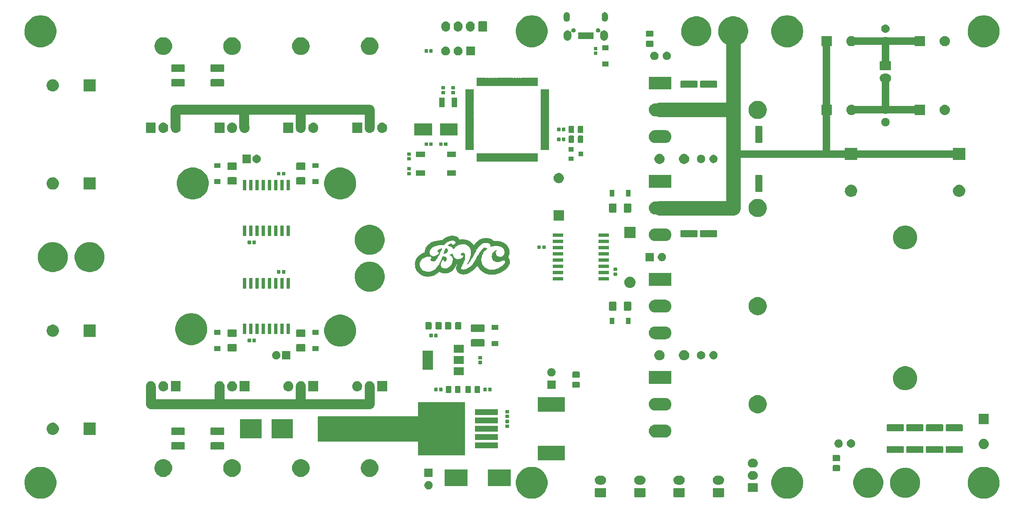
<source format=gbr>
G04 #@! TF.GenerationSoftware,KiCad,Pcbnew,(5.0.1)-3*
G04 #@! TF.CreationDate,2020-10-01T22:01:30+02:00*
G04 #@! TF.ProjectId,QCW Ultimate,51435720556C74696D6174652E6B6963,rev?*
G04 #@! TF.SameCoordinates,Original*
G04 #@! TF.FileFunction,Soldermask,Top*
G04 #@! TF.FilePolarity,Negative*
%FSLAX46Y46*%
G04 Gerber Fmt 4.6, Leading zero omitted, Abs format (unit mm)*
G04 Created by KiCad (PCBNEW (5.0.1)-3) date 01/10/2020 22:01:30*
%MOMM*%
%LPD*%
G01*
G04 APERTURE LIST*
%ADD10C,1.500000*%
%ADD11C,3.000000*%
%ADD12C,2.000000*%
%ADD13C,0.150000*%
%ADD14C,0.010000*%
%ADD15C,0.050800*%
G04 APERTURE END LIST*
D10*
X221000000Y-59000000D02*
X175000000Y-59000000D01*
X194000000Y-59000000D02*
X194000000Y-36000000D01*
X206000000Y-43500000D02*
X206000000Y-50000000D01*
X199000000Y-50000000D02*
X213000000Y-50000000D01*
X206000000Y-41000000D02*
X206000000Y-36000000D01*
X199000000Y-36000000D02*
X213000000Y-36000000D01*
D11*
X175000000Y-50000000D02*
X160000000Y-50000000D01*
X175000000Y-70000000D02*
X160000000Y-70000000D01*
X175000000Y-34000000D02*
X175000000Y-70000000D01*
D12*
X87000000Y-106500000D02*
X87000000Y-110000000D01*
X101000000Y-110000000D02*
X101000000Y-106500000D01*
X70500000Y-110000000D02*
X101000000Y-110000000D01*
X70500000Y-110000000D02*
X70500000Y-106500000D01*
X56500000Y-110000000D02*
X70500000Y-110000000D01*
X56500000Y-106500000D02*
X56500000Y-110000000D01*
X75500000Y-50000000D02*
X75500000Y-53500000D01*
X87000000Y-53500000D02*
X87000000Y-50000000D01*
X101000000Y-50000000D02*
X101000000Y-53500000D01*
X61500000Y-50000000D02*
X101000000Y-50000000D01*
X61500000Y-53500000D02*
X61500000Y-50000000D01*
D13*
G36*
X90500000Y-112500000D02*
X90500000Y-117500000D01*
X111000000Y-117500000D01*
X111000000Y-112500000D01*
X90500000Y-112500000D01*
G37*
X90500000Y-112500000D02*
X90500000Y-117500000D01*
X111000000Y-117500000D01*
X111000000Y-112500000D01*
X90500000Y-112500000D01*
D14*
G04 #@! TO.C,G\002A\002A\002A*
G36*
X116571563Y-78240987D02*
X116656551Y-78288608D01*
X116737311Y-78350855D01*
X116793239Y-78413719D01*
X116798548Y-78422979D01*
X116839433Y-78559981D01*
X116834279Y-78709871D01*
X116786641Y-78858589D01*
X116700077Y-78992078D01*
X116639410Y-79052031D01*
X116501948Y-79149624D01*
X116361643Y-79206261D01*
X116212089Y-79231041D01*
X116045775Y-79246122D01*
X116065690Y-79164450D01*
X116098964Y-79050463D01*
X116146658Y-78916519D01*
X116204318Y-78772215D01*
X116267492Y-78627150D01*
X116331726Y-78490921D01*
X116392568Y-78373126D01*
X116445564Y-78283362D01*
X116486263Y-78231227D01*
X116502950Y-78222000D01*
X116571563Y-78240987D01*
X116571563Y-78240987D01*
G37*
X116571563Y-78240987D02*
X116656551Y-78288608D01*
X116737311Y-78350855D01*
X116793239Y-78413719D01*
X116798548Y-78422979D01*
X116839433Y-78559981D01*
X116834279Y-78709871D01*
X116786641Y-78858589D01*
X116700077Y-78992078D01*
X116639410Y-79052031D01*
X116501948Y-79149624D01*
X116361643Y-79206261D01*
X116212089Y-79231041D01*
X116045775Y-79246122D01*
X116065690Y-79164450D01*
X116098964Y-79050463D01*
X116146658Y-78916519D01*
X116204318Y-78772215D01*
X116267492Y-78627150D01*
X116331726Y-78490921D01*
X116392568Y-78373126D01*
X116445564Y-78283362D01*
X116486263Y-78231227D01*
X116502950Y-78222000D01*
X116571563Y-78240987D01*
G36*
X118115712Y-75684278D02*
X118307229Y-75724473D01*
X118523104Y-75787439D01*
X118699997Y-75862445D01*
X118855269Y-75958136D01*
X118980406Y-76059680D01*
X119035877Y-76116877D01*
X119101669Y-76195558D01*
X119167573Y-76281959D01*
X119223378Y-76362315D01*
X119258875Y-76422859D01*
X119266223Y-76445038D01*
X119290141Y-76464513D01*
X119343834Y-76460855D01*
X119624886Y-76414654D01*
X119887848Y-76397336D01*
X120151326Y-76409265D01*
X120433924Y-76450804D01*
X120599848Y-76485409D01*
X120843215Y-76547751D01*
X121047756Y-76618344D01*
X121231086Y-76704648D01*
X121410819Y-76814122D01*
X121466482Y-76852466D01*
X121686883Y-77021104D01*
X121867092Y-77190660D01*
X122021763Y-77375375D01*
X122062169Y-77431293D01*
X122178609Y-77597290D01*
X122352249Y-77366804D01*
X122556395Y-77120416D01*
X122783586Y-76889285D01*
X123023367Y-76682293D01*
X123265283Y-76508318D01*
X123498878Y-76376242D01*
X123541828Y-76356453D01*
X123691365Y-76299992D01*
X123876911Y-76244491D01*
X124081678Y-76193652D01*
X124288874Y-76151179D01*
X124481709Y-76120773D01*
X124643394Y-76106138D01*
X124680408Y-76105370D01*
X124849328Y-76115482D01*
X125047392Y-76142961D01*
X125253283Y-76183593D01*
X125445685Y-76233162D01*
X125603284Y-76287452D01*
X125605296Y-76288290D01*
X125694686Y-76334034D01*
X125806662Y-76402996D01*
X125925127Y-76483934D01*
X126033983Y-76565609D01*
X126117132Y-76636781D01*
X126143111Y-76663824D01*
X126168024Y-76690808D01*
X126195613Y-76710216D01*
X126235219Y-76723535D01*
X126296187Y-76732252D01*
X126387857Y-76737851D01*
X126519573Y-76741820D01*
X126651111Y-76744638D01*
X126889546Y-76751582D01*
X127086705Y-76763118D01*
X127257704Y-76781420D01*
X127417661Y-76808663D01*
X127581690Y-76847022D01*
X127764910Y-76898672D01*
X127804559Y-76910598D01*
X127977453Y-76966925D01*
X128117147Y-77023386D01*
X128245962Y-77090282D01*
X128386220Y-77177915D01*
X128391799Y-77181609D01*
X128549953Y-77289544D01*
X128672573Y-77382357D01*
X128773312Y-77472620D01*
X128865820Y-77572904D01*
X128963749Y-77695780D01*
X128994528Y-77736654D01*
X129172313Y-78019143D01*
X129301196Y-78322162D01*
X129378665Y-78638198D01*
X129402250Y-78956192D01*
X129389976Y-79131415D01*
X129359564Y-79328862D01*
X129315280Y-79529672D01*
X129261387Y-79714984D01*
X129202150Y-79865937D01*
X129191799Y-79886935D01*
X129126721Y-80013759D01*
X129247948Y-80173162D01*
X129321503Y-80281546D01*
X129373845Y-80391968D01*
X129415867Y-80528648D01*
X129425723Y-80568449D01*
X129467213Y-80784291D01*
X129479054Y-80978573D01*
X129461231Y-81176078D01*
X129425222Y-81354667D01*
X129345410Y-81584023D01*
X129214118Y-81815507D01*
X129030445Y-82050133D01*
X128793490Y-82288915D01*
X128502353Y-82532866D01*
X128156134Y-82783000D01*
X128156030Y-82783071D01*
X127924423Y-82933053D01*
X127707501Y-83056733D01*
X127491494Y-83159948D01*
X127262632Y-83248538D01*
X127007147Y-83328343D01*
X126711268Y-83405202D01*
X126660445Y-83417336D01*
X126471411Y-83460720D01*
X126321593Y-83491241D01*
X126195792Y-83511034D01*
X126078806Y-83522234D01*
X125955437Y-83526975D01*
X125875238Y-83527606D01*
X125597760Y-83512741D01*
X125297156Y-83470567D01*
X124990864Y-83405135D01*
X124696321Y-83320495D01*
X124430965Y-83220698D01*
X124309902Y-83163955D01*
X124200131Y-83099969D01*
X124064005Y-83008840D01*
X123916599Y-82901758D01*
X123772988Y-82789914D01*
X123648247Y-82684497D01*
X123587264Y-82627541D01*
X123498874Y-82531790D01*
X123394806Y-82406103D01*
X123284445Y-82263238D01*
X123177174Y-82115950D01*
X123082378Y-81976995D01*
X123009442Y-81859129D01*
X122977873Y-81799167D01*
X122943405Y-81733642D01*
X122916389Y-81697122D01*
X122910729Y-81694337D01*
X122887432Y-81716161D01*
X122839819Y-81773877D01*
X122776114Y-81857257D01*
X122738829Y-81908094D01*
X122549572Y-82141580D01*
X122322945Y-82374859D01*
X122069175Y-82600192D01*
X121798491Y-82809841D01*
X121521122Y-82996068D01*
X121247296Y-83151135D01*
X120987244Y-83267306D01*
X120903112Y-83296784D01*
X120627079Y-83379468D01*
X120389038Y-83435473D01*
X120177786Y-83465791D01*
X119982116Y-83471412D01*
X119790824Y-83453327D01*
X119593232Y-83412662D01*
X119327557Y-83321536D01*
X119103616Y-83192478D01*
X118920894Y-83024980D01*
X118778872Y-82818538D01*
X118677035Y-82572643D01*
X118654949Y-82493899D01*
X118587509Y-82228311D01*
X118647296Y-81973653D01*
X118684558Y-81836231D01*
X118730347Y-81697751D01*
X118776226Y-81583125D01*
X118787442Y-81559680D01*
X118834465Y-81458923D01*
X118850847Y-81397121D01*
X118835961Y-81365426D01*
X118789182Y-81354991D01*
X118772936Y-81354667D01*
X118730558Y-81363783D01*
X118698618Y-81399532D01*
X118667324Y-81474516D01*
X118657810Y-81502834D01*
X118561015Y-81737386D01*
X118422852Y-81984569D01*
X118251947Y-82230815D01*
X118056928Y-82462558D01*
X118028045Y-82493227D01*
X117917513Y-82596907D01*
X117777764Y-82710402D01*
X117622559Y-82824136D01*
X117465660Y-82928534D01*
X117320827Y-83014021D01*
X117201823Y-83071021D01*
X117192646Y-83074501D01*
X117040520Y-83124919D01*
X116868097Y-83173073D01*
X116690924Y-83215464D01*
X116524543Y-83248589D01*
X116384500Y-83268950D01*
X116307906Y-83273742D01*
X116205696Y-83265950D01*
X116066346Y-83244927D01*
X115906598Y-83214261D01*
X115743191Y-83177538D01*
X115592867Y-83138345D01*
X115472367Y-83100270D01*
X115440232Y-83087828D01*
X115348347Y-83043981D01*
X115264991Y-82995593D01*
X115253259Y-82987579D01*
X115177296Y-82933615D01*
X114956926Y-83110915D01*
X114677499Y-83320873D01*
X114407379Y-83490341D01*
X114132834Y-83625444D01*
X113840131Y-83732303D01*
X113515537Y-83817043D01*
X113262609Y-83866372D01*
X113034560Y-83900528D01*
X112839923Y-83916145D01*
X112659020Y-83913861D01*
X112472176Y-83894314D01*
X112459238Y-83892444D01*
X112250184Y-83855434D01*
X112038908Y-83806776D01*
X111842403Y-83751027D01*
X111677660Y-83692740D01*
X111619130Y-83667236D01*
X111351983Y-83517318D01*
X111092139Y-83327432D01*
X110855030Y-83110474D01*
X110656088Y-82879340D01*
X110624894Y-82836334D01*
X110523406Y-82684961D01*
X110447133Y-82550527D01*
X110387706Y-82414195D01*
X110336755Y-82257125D01*
X110292756Y-82088721D01*
X110241393Y-81844816D01*
X110214197Y-81621647D01*
X110212042Y-81406121D01*
X110213327Y-81394168D01*
X111138193Y-81394168D01*
X111142283Y-81658683D01*
X111190020Y-81912877D01*
X111260796Y-82101790D01*
X111409288Y-82351049D01*
X111596441Y-82561020D01*
X111819084Y-82730315D01*
X112074051Y-82857546D01*
X112358172Y-82941324D01*
X112668278Y-82980260D01*
X113001203Y-82972967D01*
X113193490Y-82948650D01*
X113550222Y-82862703D01*
X113887771Y-82724138D01*
X114204978Y-82533827D01*
X114500685Y-82292640D01*
X114773734Y-82001450D01*
X115022965Y-81661128D01*
X115124955Y-81495753D01*
X115259586Y-81250951D01*
X115400424Y-80968349D01*
X115539691Y-80664834D01*
X115669610Y-80357291D01*
X115772913Y-80088833D01*
X115858763Y-79853109D01*
X116045549Y-79872562D01*
X116256065Y-79911927D01*
X116419168Y-79981434D01*
X116535388Y-80081437D01*
X116605254Y-80212288D01*
X116616059Y-80252146D01*
X116629910Y-80368758D01*
X116612592Y-80481426D01*
X116560489Y-80611336D01*
X116551746Y-80629052D01*
X116490383Y-80715932D01*
X116407181Y-80790006D01*
X116320356Y-80837110D01*
X116271986Y-80846562D01*
X116207488Y-80820306D01*
X116152028Y-80748458D01*
X116113754Y-80641863D01*
X116111971Y-80633586D01*
X116078078Y-80548296D01*
X116018765Y-80510586D01*
X115929548Y-80518627D01*
X115876370Y-80537542D01*
X115776643Y-80605040D01*
X115679215Y-80718167D01*
X115589054Y-80866170D01*
X115511127Y-81038298D01*
X115450401Y-81223797D01*
X115411842Y-81411916D01*
X115400195Y-81568362D01*
X115425714Y-81774047D01*
X115501563Y-81956464D01*
X115624793Y-82110984D01*
X115792455Y-82232979D01*
X115838674Y-82256758D01*
X115981984Y-82304752D01*
X116158397Y-82332879D01*
X116347723Y-82339868D01*
X116529772Y-82324447D01*
X116619550Y-82305935D01*
X116837963Y-82224112D01*
X117058969Y-82096659D01*
X117271272Y-81932651D01*
X117463575Y-81741165D01*
X117624580Y-81531280D01*
X117665334Y-81465667D01*
X117795608Y-81204147D01*
X117878306Y-80938865D01*
X117917798Y-80653797D01*
X117922573Y-80522112D01*
X117922655Y-80379148D01*
X117917947Y-80276703D01*
X117906060Y-80198901D01*
X117884605Y-80129866D01*
X117852476Y-80056445D01*
X117748329Y-79884879D01*
X117610816Y-79749009D01*
X117429638Y-79638763D01*
X117421365Y-79634757D01*
X117255730Y-79555211D01*
X117396106Y-79508586D01*
X117506371Y-79463920D01*
X117623993Y-79404499D01*
X117670834Y-79376758D01*
X117744750Y-79331918D01*
X117796266Y-79304511D01*
X117811737Y-79300055D01*
X117820096Y-79330039D01*
X117835239Y-79399456D01*
X117850886Y-79477889D01*
X117922541Y-79717833D01*
X118037143Y-79933860D01*
X118188442Y-80119866D01*
X118370187Y-80269744D01*
X118576127Y-80377390D01*
X118800014Y-80436696D01*
X118837101Y-80441293D01*
X119043427Y-80441974D01*
X119258376Y-80406005D01*
X119470182Y-80338483D01*
X119667078Y-80244505D01*
X119837295Y-80129167D01*
X119969068Y-79997565D01*
X120014496Y-79931335D01*
X120074462Y-79806085D01*
X120088272Y-79713200D01*
X120055703Y-79652243D01*
X119976534Y-79622775D01*
X119858286Y-79623517D01*
X119764882Y-79630870D01*
X119709402Y-79625348D01*
X119673985Y-79602673D01*
X119651338Y-79573978D01*
X119606006Y-79469968D01*
X119608388Y-79368401D01*
X119649951Y-79276445D01*
X119722161Y-79201270D01*
X119816486Y-79150047D01*
X119924394Y-79129944D01*
X120037351Y-79148131D01*
X120112889Y-79186160D01*
X120226309Y-79295167D01*
X120305996Y-79445203D01*
X120352385Y-79632366D01*
X120365912Y-79852759D01*
X120347012Y-80102481D01*
X120296122Y-80377633D01*
X120213675Y-80674315D01*
X120100108Y-80988628D01*
X119955856Y-81316671D01*
X119851853Y-81524000D01*
X119742449Y-81732701D01*
X119657246Y-81897793D01*
X119594219Y-82025648D01*
X119551341Y-82122639D01*
X119526585Y-82195137D01*
X119517927Y-82249514D01*
X119523338Y-82292143D01*
X119540793Y-82329395D01*
X119568266Y-82367643D01*
X119579159Y-82381536D01*
X119661130Y-82463499D01*
X119760513Y-82515460D01*
X119889869Y-82541925D01*
X120042334Y-82547668D01*
X120303639Y-82519336D01*
X120578894Y-82441318D01*
X120862239Y-82316785D01*
X121147818Y-82148906D01*
X121429770Y-81940850D01*
X121702239Y-81695787D01*
X121798285Y-81597630D01*
X121916322Y-81468123D01*
X122023868Y-81338627D01*
X122126719Y-81200514D01*
X122230667Y-81045154D01*
X122341506Y-80863919D01*
X122465031Y-80648179D01*
X122596259Y-80409223D01*
X122796791Y-80044528D01*
X122990090Y-79703926D01*
X123172278Y-79393995D01*
X123339475Y-79121315D01*
X123487803Y-78892466D01*
X123508198Y-78862308D01*
X123678743Y-78631825D01*
X123849821Y-78439043D01*
X124017381Y-78287329D01*
X124177369Y-78180045D01*
X124325735Y-78120557D01*
X124415247Y-78109112D01*
X124484131Y-78116703D01*
X124576527Y-78136451D01*
X124677416Y-78163815D01*
X124771780Y-78194255D01*
X124844598Y-78223229D01*
X124880853Y-78246197D01*
X124882445Y-78250355D01*
X124861230Y-78276962D01*
X124807263Y-78321718D01*
X124770167Y-78348577D01*
X124632060Y-78459730D01*
X124479236Y-78608449D01*
X124322506Y-78781958D01*
X124172680Y-78967481D01*
X124040570Y-79152241D01*
X123936985Y-79323463D01*
X123923652Y-79349001D01*
X123787453Y-79667207D01*
X123694633Y-79996088D01*
X123645630Y-80327562D01*
X123640882Y-80653549D01*
X123680827Y-80965967D01*
X123765903Y-81256735D01*
X123814183Y-81368344D01*
X123978092Y-81647557D01*
X124187623Y-81902141D01*
X124434303Y-82123578D01*
X124709658Y-82303351D01*
X124781335Y-82340468D01*
X125038279Y-82450715D01*
X125295473Y-82525611D01*
X125573794Y-82570549D01*
X125720390Y-82583021D01*
X126074174Y-82579121D01*
X126438286Y-82524550D01*
X126805626Y-82422322D01*
X127169094Y-82275452D01*
X127521591Y-82086955D01*
X127856017Y-81859845D01*
X128165273Y-81597138D01*
X128258688Y-81505098D01*
X128418471Y-81322248D01*
X128524246Y-81155633D01*
X128576039Y-81005170D01*
X128573875Y-80870774D01*
X128517782Y-80752360D01*
X128497068Y-80727168D01*
X128449573Y-80678184D01*
X128405523Y-80650925D01*
X128346605Y-80639488D01*
X128254507Y-80637973D01*
X128221901Y-80638493D01*
X128123127Y-80644279D01*
X128027460Y-80660460D01*
X127919318Y-80691014D01*
X127783118Y-80739917D01*
X127704667Y-80770495D01*
X127522447Y-80841290D01*
X127379722Y-80892121D01*
X127264186Y-80925440D01*
X127163532Y-80943700D01*
X127065452Y-80949351D01*
X126957640Y-80944846D01*
X126869312Y-80936914D01*
X126609065Y-80890603D01*
X126390046Y-80807096D01*
X126209621Y-80684721D01*
X126065156Y-80521806D01*
X125978651Y-80371655D01*
X125931767Y-80263485D01*
X125902400Y-80164225D01*
X125885273Y-80050933D01*
X125876433Y-79927110D01*
X125883048Y-79640537D01*
X125935149Y-79386790D01*
X126033492Y-79164265D01*
X126178832Y-78971362D01*
X126371926Y-78806478D01*
X126420556Y-78774018D01*
X126533185Y-78707134D01*
X126634424Y-78656288D01*
X126713153Y-78626345D01*
X126758252Y-78622172D01*
X126762025Y-78624618D01*
X126758583Y-78655835D01*
X126733956Y-78720745D01*
X126705140Y-78781784D01*
X126631259Y-78984267D01*
X126610951Y-79186335D01*
X126641762Y-79380738D01*
X126721236Y-79560227D01*
X126846917Y-79717551D01*
X127016351Y-79845461D01*
X127076227Y-79877446D01*
X127243047Y-79933526D01*
X127437317Y-79957943D01*
X127639303Y-79950015D01*
X127829275Y-79909060D01*
X127844401Y-79903977D01*
X127994834Y-79827887D01*
X128143078Y-79711085D01*
X128274780Y-79567977D01*
X128375589Y-79412969D01*
X128409455Y-79336778D01*
X128454151Y-79152424D01*
X128466362Y-78945151D01*
X128446908Y-78736633D01*
X128396611Y-78548544D01*
X128377918Y-78504223D01*
X128248843Y-78292008D01*
X128071537Y-78104790D01*
X127849691Y-77945425D01*
X127586995Y-77816769D01*
X127409730Y-77755028D01*
X127304141Y-77724925D01*
X127210938Y-77703781D01*
X127115758Y-77689959D01*
X127004236Y-77681824D01*
X126862008Y-77677741D01*
X126718286Y-77676304D01*
X126538319Y-77676366D01*
X126399332Y-77679995D01*
X126285896Y-77688691D01*
X126182584Y-77703956D01*
X126073968Y-77727291D01*
X125997223Y-77746463D01*
X125873623Y-77779102D01*
X125766946Y-77808685D01*
X125691423Y-77831190D01*
X125665612Y-77840189D01*
X125637562Y-77845785D01*
X125622670Y-77824586D01*
X125616935Y-77765398D01*
X125616223Y-77702002D01*
X125600097Y-77534408D01*
X125547521Y-77398843D01*
X125452200Y-77279622D01*
X125443199Y-77270946D01*
X125327421Y-77178672D01*
X125197642Y-77113327D01*
X125041878Y-77070930D01*
X124848146Y-77047502D01*
X124755420Y-77042473D01*
X124477633Y-77046631D01*
X124227991Y-77085244D01*
X123997082Y-77162262D01*
X123775493Y-77281633D01*
X123553811Y-77447304D01*
X123356409Y-77629334D01*
X123225605Y-77765893D01*
X123100961Y-77911252D01*
X122978753Y-78071250D01*
X122855254Y-78251730D01*
X122726741Y-78458533D01*
X122589487Y-78697499D01*
X122439769Y-78974470D01*
X122273861Y-79295288D01*
X122197032Y-79447343D01*
X122015098Y-79803190D01*
X121849858Y-80112407D01*
X121697696Y-80381023D01*
X121554993Y-80615073D01*
X121418131Y-80820586D01*
X121283492Y-81003595D01*
X121203681Y-81103399D01*
X121128812Y-81188810D01*
X121046513Y-81274298D01*
X120965589Y-81351856D01*
X120894846Y-81413477D01*
X120843091Y-81451154D01*
X120819129Y-81456879D01*
X120818445Y-81453685D01*
X120831770Y-81422311D01*
X120867236Y-81355102D01*
X120918079Y-81264706D01*
X120936700Y-81232591D01*
X121034411Y-81055632D01*
X121138532Y-80850577D01*
X121241855Y-80633047D01*
X121337172Y-80418663D01*
X121417276Y-80223046D01*
X121470482Y-80075712D01*
X121577006Y-79670502D01*
X121629754Y-79268491D01*
X121636399Y-79057915D01*
X121618240Y-78743197D01*
X121562995Y-78465900D01*
X121467788Y-78218546D01*
X121329742Y-77993658D01*
X121146163Y-77783941D01*
X120957609Y-77619745D01*
X120761826Y-77496448D01*
X120548917Y-77410433D01*
X120308985Y-77358088D01*
X120032134Y-77335798D01*
X119915334Y-77334457D01*
X119742957Y-77337489D01*
X119609292Y-77346332D01*
X119496731Y-77363048D01*
X119387666Y-77389699D01*
X119350889Y-77400582D01*
X119065118Y-77510116D01*
X118789219Y-77658017D01*
X118535432Y-77835956D01*
X118315997Y-78035601D01*
X118178142Y-78198876D01*
X118055216Y-78365859D01*
X117999207Y-78256072D01*
X117889717Y-78097560D01*
X117732152Y-77950129D01*
X117534605Y-77819305D01*
X117305172Y-77710615D01*
X117100167Y-77642225D01*
X117009958Y-77614410D01*
X116946370Y-77589106D01*
X116923778Y-77572602D01*
X116946200Y-77539771D01*
X117004799Y-77488338D01*
X117086577Y-77427413D01*
X117178537Y-77366103D01*
X117267680Y-77313515D01*
X117341008Y-77278756D01*
X117345452Y-77277141D01*
X117495740Y-77239185D01*
X117610399Y-77243635D01*
X117688665Y-77290312D01*
X117727134Y-77367376D01*
X117761634Y-77457542D01*
X117816343Y-77503313D01*
X117905626Y-77516433D01*
X117909470Y-77516445D01*
X118051646Y-77493568D01*
X118189246Y-77431362D01*
X118311216Y-77339464D01*
X118406504Y-77227511D01*
X118464055Y-77105141D01*
X118476000Y-77022495D01*
X118449967Y-76886713D01*
X118376006Y-76770476D01*
X118260330Y-76677358D01*
X118109149Y-76610931D01*
X117928674Y-76574769D01*
X117725115Y-76572445D01*
X117697787Y-76574766D01*
X117387906Y-76629249D01*
X117094349Y-76732891D01*
X116813298Y-76887664D01*
X116540934Y-77095542D01*
X116361905Y-77265005D01*
X116143141Y-77488223D01*
X115763663Y-77488223D01*
X115292991Y-77505752D01*
X114865817Y-77558510D01*
X114481335Y-77646751D01*
X114138739Y-77770729D01*
X113837224Y-77930699D01*
X113575985Y-78126915D01*
X113492534Y-78205583D01*
X113334825Y-78383457D01*
X113222316Y-78561137D01*
X113146151Y-78754671D01*
X113112395Y-78894226D01*
X113096750Y-79102837D01*
X113130532Y-79294750D01*
X113208099Y-79465666D01*
X113323813Y-79611286D01*
X113472034Y-79727313D01*
X113647121Y-79809448D01*
X113843436Y-79853392D01*
X114055339Y-79854846D01*
X114277189Y-79809513D01*
X114302502Y-79801303D01*
X114495453Y-79719976D01*
X114679340Y-79612352D01*
X114843142Y-79487101D01*
X114975833Y-79352892D01*
X115066390Y-79218394D01*
X115079209Y-79190479D01*
X115106059Y-79088349D01*
X115086237Y-79014262D01*
X115017569Y-78961535D01*
X115002605Y-78954924D01*
X114903886Y-78892372D01*
X114855118Y-78811312D01*
X114855294Y-78717516D01*
X114903409Y-78616758D01*
X114998457Y-78514808D01*
X115091150Y-78446612D01*
X115175880Y-78399759D01*
X115286901Y-78348393D01*
X115408232Y-78298749D01*
X115523890Y-78257066D01*
X115617896Y-78229578D01*
X115666719Y-78222000D01*
X115665881Y-78245996D01*
X115641416Y-78314000D01*
X115595919Y-78420035D01*
X115531984Y-78558126D01*
X115452207Y-78722297D01*
X115430810Y-78765278D01*
X115335210Y-78957133D01*
X115234195Y-79161013D01*
X115135532Y-79361163D01*
X115046988Y-79541829D01*
X114978490Y-79682779D01*
X114851891Y-79935108D01*
X114737154Y-80141440D01*
X114629318Y-80309658D01*
X114523426Y-80447647D01*
X114440920Y-80537430D01*
X114290305Y-80661748D01*
X114126623Y-80750616D01*
X113958939Y-80802770D01*
X113796320Y-80816943D01*
X113647834Y-80791870D01*
X113522547Y-80726286D01*
X113467480Y-80673284D01*
X113409471Y-80576114D01*
X113400851Y-80475430D01*
X113442175Y-80363274D01*
X113494778Y-80282223D01*
X113569210Y-80156088D01*
X113591469Y-80050832D01*
X113561440Y-79965523D01*
X113479011Y-79899231D01*
X113446468Y-79883927D01*
X113350007Y-79859533D01*
X113212737Y-79846184D01*
X113049119Y-79843471D01*
X112873614Y-79850986D01*
X112700683Y-79868320D01*
X112544789Y-79895067D01*
X112480050Y-79911188D01*
X112173216Y-80023135D01*
X111895571Y-80175006D01*
X111652540Y-80362444D01*
X111449548Y-80581092D01*
X111292021Y-80826593D01*
X111260946Y-80890412D01*
X111177748Y-81133390D01*
X111138193Y-81394168D01*
X110213327Y-81394168D01*
X110235798Y-81185144D01*
X110286337Y-80945622D01*
X110364532Y-80674461D01*
X110392702Y-80587441D01*
X110464758Y-80416757D01*
X110571026Y-80227593D01*
X110701201Y-80036169D01*
X110844976Y-79858705D01*
X110880341Y-79820014D01*
X111007998Y-79698771D01*
X111165558Y-79572046D01*
X111342012Y-79446661D01*
X111526349Y-79329439D01*
X111707562Y-79227202D01*
X111874639Y-79146773D01*
X112016572Y-79094973D01*
X112070221Y-79082666D01*
X112142142Y-79066688D01*
X112174156Y-79039913D01*
X112182395Y-78984791D01*
X112182643Y-78960353D01*
X112191348Y-78866737D01*
X112214545Y-78736804D01*
X112248260Y-78587577D01*
X112288515Y-78436078D01*
X112331337Y-78299326D01*
X112347431Y-78254831D01*
X112459009Y-78028011D01*
X112618417Y-77799840D01*
X112817699Y-77577562D01*
X113048898Y-77368421D01*
X113304057Y-77179659D01*
X113575221Y-77018519D01*
X113836700Y-76899056D01*
X114042621Y-76828241D01*
X114284803Y-76759976D01*
X114548798Y-76697124D01*
X114820160Y-76642550D01*
X115084442Y-76599119D01*
X115327198Y-76569694D01*
X115533979Y-76557141D01*
X115562490Y-76556889D01*
X115657285Y-76554984D01*
X115723983Y-76543937D01*
X115782346Y-76515754D01*
X115852140Y-76462441D01*
X115902951Y-76419174D01*
X116189257Y-76193363D01*
X116471388Y-76014857D01*
X116761671Y-75876982D01*
X117072438Y-75773066D01*
X117120353Y-75760312D01*
X117402882Y-75696939D01*
X117652895Y-75663446D01*
X117885477Y-75659378D01*
X118115712Y-75684278D01*
X118115712Y-75684278D01*
G37*
X118115712Y-75684278D02*
X118307229Y-75724473D01*
X118523104Y-75787439D01*
X118699997Y-75862445D01*
X118855269Y-75958136D01*
X118980406Y-76059680D01*
X119035877Y-76116877D01*
X119101669Y-76195558D01*
X119167573Y-76281959D01*
X119223378Y-76362315D01*
X119258875Y-76422859D01*
X119266223Y-76445038D01*
X119290141Y-76464513D01*
X119343834Y-76460855D01*
X119624886Y-76414654D01*
X119887848Y-76397336D01*
X120151326Y-76409265D01*
X120433924Y-76450804D01*
X120599848Y-76485409D01*
X120843215Y-76547751D01*
X121047756Y-76618344D01*
X121231086Y-76704648D01*
X121410819Y-76814122D01*
X121466482Y-76852466D01*
X121686883Y-77021104D01*
X121867092Y-77190660D01*
X122021763Y-77375375D01*
X122062169Y-77431293D01*
X122178609Y-77597290D01*
X122352249Y-77366804D01*
X122556395Y-77120416D01*
X122783586Y-76889285D01*
X123023367Y-76682293D01*
X123265283Y-76508318D01*
X123498878Y-76376242D01*
X123541828Y-76356453D01*
X123691365Y-76299992D01*
X123876911Y-76244491D01*
X124081678Y-76193652D01*
X124288874Y-76151179D01*
X124481709Y-76120773D01*
X124643394Y-76106138D01*
X124680408Y-76105370D01*
X124849328Y-76115482D01*
X125047392Y-76142961D01*
X125253283Y-76183593D01*
X125445685Y-76233162D01*
X125603284Y-76287452D01*
X125605296Y-76288290D01*
X125694686Y-76334034D01*
X125806662Y-76402996D01*
X125925127Y-76483934D01*
X126033983Y-76565609D01*
X126117132Y-76636781D01*
X126143111Y-76663824D01*
X126168024Y-76690808D01*
X126195613Y-76710216D01*
X126235219Y-76723535D01*
X126296187Y-76732252D01*
X126387857Y-76737851D01*
X126519573Y-76741820D01*
X126651111Y-76744638D01*
X126889546Y-76751582D01*
X127086705Y-76763118D01*
X127257704Y-76781420D01*
X127417661Y-76808663D01*
X127581690Y-76847022D01*
X127764910Y-76898672D01*
X127804559Y-76910598D01*
X127977453Y-76966925D01*
X128117147Y-77023386D01*
X128245962Y-77090282D01*
X128386220Y-77177915D01*
X128391799Y-77181609D01*
X128549953Y-77289544D01*
X128672573Y-77382357D01*
X128773312Y-77472620D01*
X128865820Y-77572904D01*
X128963749Y-77695780D01*
X128994528Y-77736654D01*
X129172313Y-78019143D01*
X129301196Y-78322162D01*
X129378665Y-78638198D01*
X129402250Y-78956192D01*
X129389976Y-79131415D01*
X129359564Y-79328862D01*
X129315280Y-79529672D01*
X129261387Y-79714984D01*
X129202150Y-79865937D01*
X129191799Y-79886935D01*
X129126721Y-80013759D01*
X129247948Y-80173162D01*
X129321503Y-80281546D01*
X129373845Y-80391968D01*
X129415867Y-80528648D01*
X129425723Y-80568449D01*
X129467213Y-80784291D01*
X129479054Y-80978573D01*
X129461231Y-81176078D01*
X129425222Y-81354667D01*
X129345410Y-81584023D01*
X129214118Y-81815507D01*
X129030445Y-82050133D01*
X128793490Y-82288915D01*
X128502353Y-82532866D01*
X128156134Y-82783000D01*
X128156030Y-82783071D01*
X127924423Y-82933053D01*
X127707501Y-83056733D01*
X127491494Y-83159948D01*
X127262632Y-83248538D01*
X127007147Y-83328343D01*
X126711268Y-83405202D01*
X126660445Y-83417336D01*
X126471411Y-83460720D01*
X126321593Y-83491241D01*
X126195792Y-83511034D01*
X126078806Y-83522234D01*
X125955437Y-83526975D01*
X125875238Y-83527606D01*
X125597760Y-83512741D01*
X125297156Y-83470567D01*
X124990864Y-83405135D01*
X124696321Y-83320495D01*
X124430965Y-83220698D01*
X124309902Y-83163955D01*
X124200131Y-83099969D01*
X124064005Y-83008840D01*
X123916599Y-82901758D01*
X123772988Y-82789914D01*
X123648247Y-82684497D01*
X123587264Y-82627541D01*
X123498874Y-82531790D01*
X123394806Y-82406103D01*
X123284445Y-82263238D01*
X123177174Y-82115950D01*
X123082378Y-81976995D01*
X123009442Y-81859129D01*
X122977873Y-81799167D01*
X122943405Y-81733642D01*
X122916389Y-81697122D01*
X122910729Y-81694337D01*
X122887432Y-81716161D01*
X122839819Y-81773877D01*
X122776114Y-81857257D01*
X122738829Y-81908094D01*
X122549572Y-82141580D01*
X122322945Y-82374859D01*
X122069175Y-82600192D01*
X121798491Y-82809841D01*
X121521122Y-82996068D01*
X121247296Y-83151135D01*
X120987244Y-83267306D01*
X120903112Y-83296784D01*
X120627079Y-83379468D01*
X120389038Y-83435473D01*
X120177786Y-83465791D01*
X119982116Y-83471412D01*
X119790824Y-83453327D01*
X119593232Y-83412662D01*
X119327557Y-83321536D01*
X119103616Y-83192478D01*
X118920894Y-83024980D01*
X118778872Y-82818538D01*
X118677035Y-82572643D01*
X118654949Y-82493899D01*
X118587509Y-82228311D01*
X118647296Y-81973653D01*
X118684558Y-81836231D01*
X118730347Y-81697751D01*
X118776226Y-81583125D01*
X118787442Y-81559680D01*
X118834465Y-81458923D01*
X118850847Y-81397121D01*
X118835961Y-81365426D01*
X118789182Y-81354991D01*
X118772936Y-81354667D01*
X118730558Y-81363783D01*
X118698618Y-81399532D01*
X118667324Y-81474516D01*
X118657810Y-81502834D01*
X118561015Y-81737386D01*
X118422852Y-81984569D01*
X118251947Y-82230815D01*
X118056928Y-82462558D01*
X118028045Y-82493227D01*
X117917513Y-82596907D01*
X117777764Y-82710402D01*
X117622559Y-82824136D01*
X117465660Y-82928534D01*
X117320827Y-83014021D01*
X117201823Y-83071021D01*
X117192646Y-83074501D01*
X117040520Y-83124919D01*
X116868097Y-83173073D01*
X116690924Y-83215464D01*
X116524543Y-83248589D01*
X116384500Y-83268950D01*
X116307906Y-83273742D01*
X116205696Y-83265950D01*
X116066346Y-83244927D01*
X115906598Y-83214261D01*
X115743191Y-83177538D01*
X115592867Y-83138345D01*
X115472367Y-83100270D01*
X115440232Y-83087828D01*
X115348347Y-83043981D01*
X115264991Y-82995593D01*
X115253259Y-82987579D01*
X115177296Y-82933615D01*
X114956926Y-83110915D01*
X114677499Y-83320873D01*
X114407379Y-83490341D01*
X114132834Y-83625444D01*
X113840131Y-83732303D01*
X113515537Y-83817043D01*
X113262609Y-83866372D01*
X113034560Y-83900528D01*
X112839923Y-83916145D01*
X112659020Y-83913861D01*
X112472176Y-83894314D01*
X112459238Y-83892444D01*
X112250184Y-83855434D01*
X112038908Y-83806776D01*
X111842403Y-83751027D01*
X111677660Y-83692740D01*
X111619130Y-83667236D01*
X111351983Y-83517318D01*
X111092139Y-83327432D01*
X110855030Y-83110474D01*
X110656088Y-82879340D01*
X110624894Y-82836334D01*
X110523406Y-82684961D01*
X110447133Y-82550527D01*
X110387706Y-82414195D01*
X110336755Y-82257125D01*
X110292756Y-82088721D01*
X110241393Y-81844816D01*
X110214197Y-81621647D01*
X110212042Y-81406121D01*
X110213327Y-81394168D01*
X111138193Y-81394168D01*
X111142283Y-81658683D01*
X111190020Y-81912877D01*
X111260796Y-82101790D01*
X111409288Y-82351049D01*
X111596441Y-82561020D01*
X111819084Y-82730315D01*
X112074051Y-82857546D01*
X112358172Y-82941324D01*
X112668278Y-82980260D01*
X113001203Y-82972967D01*
X113193490Y-82948650D01*
X113550222Y-82862703D01*
X113887771Y-82724138D01*
X114204978Y-82533827D01*
X114500685Y-82292640D01*
X114773734Y-82001450D01*
X115022965Y-81661128D01*
X115124955Y-81495753D01*
X115259586Y-81250951D01*
X115400424Y-80968349D01*
X115539691Y-80664834D01*
X115669610Y-80357291D01*
X115772913Y-80088833D01*
X115858763Y-79853109D01*
X116045549Y-79872562D01*
X116256065Y-79911927D01*
X116419168Y-79981434D01*
X116535388Y-80081437D01*
X116605254Y-80212288D01*
X116616059Y-80252146D01*
X116629910Y-80368758D01*
X116612592Y-80481426D01*
X116560489Y-80611336D01*
X116551746Y-80629052D01*
X116490383Y-80715932D01*
X116407181Y-80790006D01*
X116320356Y-80837110D01*
X116271986Y-80846562D01*
X116207488Y-80820306D01*
X116152028Y-80748458D01*
X116113754Y-80641863D01*
X116111971Y-80633586D01*
X116078078Y-80548296D01*
X116018765Y-80510586D01*
X115929548Y-80518627D01*
X115876370Y-80537542D01*
X115776643Y-80605040D01*
X115679215Y-80718167D01*
X115589054Y-80866170D01*
X115511127Y-81038298D01*
X115450401Y-81223797D01*
X115411842Y-81411916D01*
X115400195Y-81568362D01*
X115425714Y-81774047D01*
X115501563Y-81956464D01*
X115624793Y-82110984D01*
X115792455Y-82232979D01*
X115838674Y-82256758D01*
X115981984Y-82304752D01*
X116158397Y-82332879D01*
X116347723Y-82339868D01*
X116529772Y-82324447D01*
X116619550Y-82305935D01*
X116837963Y-82224112D01*
X117058969Y-82096659D01*
X117271272Y-81932651D01*
X117463575Y-81741165D01*
X117624580Y-81531280D01*
X117665334Y-81465667D01*
X117795608Y-81204147D01*
X117878306Y-80938865D01*
X117917798Y-80653797D01*
X117922573Y-80522112D01*
X117922655Y-80379148D01*
X117917947Y-80276703D01*
X117906060Y-80198901D01*
X117884605Y-80129866D01*
X117852476Y-80056445D01*
X117748329Y-79884879D01*
X117610816Y-79749009D01*
X117429638Y-79638763D01*
X117421365Y-79634757D01*
X117255730Y-79555211D01*
X117396106Y-79508586D01*
X117506371Y-79463920D01*
X117623993Y-79404499D01*
X117670834Y-79376758D01*
X117744750Y-79331918D01*
X117796266Y-79304511D01*
X117811737Y-79300055D01*
X117820096Y-79330039D01*
X117835239Y-79399456D01*
X117850886Y-79477889D01*
X117922541Y-79717833D01*
X118037143Y-79933860D01*
X118188442Y-80119866D01*
X118370187Y-80269744D01*
X118576127Y-80377390D01*
X118800014Y-80436696D01*
X118837101Y-80441293D01*
X119043427Y-80441974D01*
X119258376Y-80406005D01*
X119470182Y-80338483D01*
X119667078Y-80244505D01*
X119837295Y-80129167D01*
X119969068Y-79997565D01*
X120014496Y-79931335D01*
X120074462Y-79806085D01*
X120088272Y-79713200D01*
X120055703Y-79652243D01*
X119976534Y-79622775D01*
X119858286Y-79623517D01*
X119764882Y-79630870D01*
X119709402Y-79625348D01*
X119673985Y-79602673D01*
X119651338Y-79573978D01*
X119606006Y-79469968D01*
X119608388Y-79368401D01*
X119649951Y-79276445D01*
X119722161Y-79201270D01*
X119816486Y-79150047D01*
X119924394Y-79129944D01*
X120037351Y-79148131D01*
X120112889Y-79186160D01*
X120226309Y-79295167D01*
X120305996Y-79445203D01*
X120352385Y-79632366D01*
X120365912Y-79852759D01*
X120347012Y-80102481D01*
X120296122Y-80377633D01*
X120213675Y-80674315D01*
X120100108Y-80988628D01*
X119955856Y-81316671D01*
X119851853Y-81524000D01*
X119742449Y-81732701D01*
X119657246Y-81897793D01*
X119594219Y-82025648D01*
X119551341Y-82122639D01*
X119526585Y-82195137D01*
X119517927Y-82249514D01*
X119523338Y-82292143D01*
X119540793Y-82329395D01*
X119568266Y-82367643D01*
X119579159Y-82381536D01*
X119661130Y-82463499D01*
X119760513Y-82515460D01*
X119889869Y-82541925D01*
X120042334Y-82547668D01*
X120303639Y-82519336D01*
X120578894Y-82441318D01*
X120862239Y-82316785D01*
X121147818Y-82148906D01*
X121429770Y-81940850D01*
X121702239Y-81695787D01*
X121798285Y-81597630D01*
X121916322Y-81468123D01*
X122023868Y-81338627D01*
X122126719Y-81200514D01*
X122230667Y-81045154D01*
X122341506Y-80863919D01*
X122465031Y-80648179D01*
X122596259Y-80409223D01*
X122796791Y-80044528D01*
X122990090Y-79703926D01*
X123172278Y-79393995D01*
X123339475Y-79121315D01*
X123487803Y-78892466D01*
X123508198Y-78862308D01*
X123678743Y-78631825D01*
X123849821Y-78439043D01*
X124017381Y-78287329D01*
X124177369Y-78180045D01*
X124325735Y-78120557D01*
X124415247Y-78109112D01*
X124484131Y-78116703D01*
X124576527Y-78136451D01*
X124677416Y-78163815D01*
X124771780Y-78194255D01*
X124844598Y-78223229D01*
X124880853Y-78246197D01*
X124882445Y-78250355D01*
X124861230Y-78276962D01*
X124807263Y-78321718D01*
X124770167Y-78348577D01*
X124632060Y-78459730D01*
X124479236Y-78608449D01*
X124322506Y-78781958D01*
X124172680Y-78967481D01*
X124040570Y-79152241D01*
X123936985Y-79323463D01*
X123923652Y-79349001D01*
X123787453Y-79667207D01*
X123694633Y-79996088D01*
X123645630Y-80327562D01*
X123640882Y-80653549D01*
X123680827Y-80965967D01*
X123765903Y-81256735D01*
X123814183Y-81368344D01*
X123978092Y-81647557D01*
X124187623Y-81902141D01*
X124434303Y-82123578D01*
X124709658Y-82303351D01*
X124781335Y-82340468D01*
X125038279Y-82450715D01*
X125295473Y-82525611D01*
X125573794Y-82570549D01*
X125720390Y-82583021D01*
X126074174Y-82579121D01*
X126438286Y-82524550D01*
X126805626Y-82422322D01*
X127169094Y-82275452D01*
X127521591Y-82086955D01*
X127856017Y-81859845D01*
X128165273Y-81597138D01*
X128258688Y-81505098D01*
X128418471Y-81322248D01*
X128524246Y-81155633D01*
X128576039Y-81005170D01*
X128573875Y-80870774D01*
X128517782Y-80752360D01*
X128497068Y-80727168D01*
X128449573Y-80678184D01*
X128405523Y-80650925D01*
X128346605Y-80639488D01*
X128254507Y-80637973D01*
X128221901Y-80638493D01*
X128123127Y-80644279D01*
X128027460Y-80660460D01*
X127919318Y-80691014D01*
X127783118Y-80739917D01*
X127704667Y-80770495D01*
X127522447Y-80841290D01*
X127379722Y-80892121D01*
X127264186Y-80925440D01*
X127163532Y-80943700D01*
X127065452Y-80949351D01*
X126957640Y-80944846D01*
X126869312Y-80936914D01*
X126609065Y-80890603D01*
X126390046Y-80807096D01*
X126209621Y-80684721D01*
X126065156Y-80521806D01*
X125978651Y-80371655D01*
X125931767Y-80263485D01*
X125902400Y-80164225D01*
X125885273Y-80050933D01*
X125876433Y-79927110D01*
X125883048Y-79640537D01*
X125935149Y-79386790D01*
X126033492Y-79164265D01*
X126178832Y-78971362D01*
X126371926Y-78806478D01*
X126420556Y-78774018D01*
X126533185Y-78707134D01*
X126634424Y-78656288D01*
X126713153Y-78626345D01*
X126758252Y-78622172D01*
X126762025Y-78624618D01*
X126758583Y-78655835D01*
X126733956Y-78720745D01*
X126705140Y-78781784D01*
X126631259Y-78984267D01*
X126610951Y-79186335D01*
X126641762Y-79380738D01*
X126721236Y-79560227D01*
X126846917Y-79717551D01*
X127016351Y-79845461D01*
X127076227Y-79877446D01*
X127243047Y-79933526D01*
X127437317Y-79957943D01*
X127639303Y-79950015D01*
X127829275Y-79909060D01*
X127844401Y-79903977D01*
X127994834Y-79827887D01*
X128143078Y-79711085D01*
X128274780Y-79567977D01*
X128375589Y-79412969D01*
X128409455Y-79336778D01*
X128454151Y-79152424D01*
X128466362Y-78945151D01*
X128446908Y-78736633D01*
X128396611Y-78548544D01*
X128377918Y-78504223D01*
X128248843Y-78292008D01*
X128071537Y-78104790D01*
X127849691Y-77945425D01*
X127586995Y-77816769D01*
X127409730Y-77755028D01*
X127304141Y-77724925D01*
X127210938Y-77703781D01*
X127115758Y-77689959D01*
X127004236Y-77681824D01*
X126862008Y-77677741D01*
X126718286Y-77676304D01*
X126538319Y-77676366D01*
X126399332Y-77679995D01*
X126285896Y-77688691D01*
X126182584Y-77703956D01*
X126073968Y-77727291D01*
X125997223Y-77746463D01*
X125873623Y-77779102D01*
X125766946Y-77808685D01*
X125691423Y-77831190D01*
X125665612Y-77840189D01*
X125637562Y-77845785D01*
X125622670Y-77824586D01*
X125616935Y-77765398D01*
X125616223Y-77702002D01*
X125600097Y-77534408D01*
X125547521Y-77398843D01*
X125452200Y-77279622D01*
X125443199Y-77270946D01*
X125327421Y-77178672D01*
X125197642Y-77113327D01*
X125041878Y-77070930D01*
X124848146Y-77047502D01*
X124755420Y-77042473D01*
X124477633Y-77046631D01*
X124227991Y-77085244D01*
X123997082Y-77162262D01*
X123775493Y-77281633D01*
X123553811Y-77447304D01*
X123356409Y-77629334D01*
X123225605Y-77765893D01*
X123100961Y-77911252D01*
X122978753Y-78071250D01*
X122855254Y-78251730D01*
X122726741Y-78458533D01*
X122589487Y-78697499D01*
X122439769Y-78974470D01*
X122273861Y-79295288D01*
X122197032Y-79447343D01*
X122015098Y-79803190D01*
X121849858Y-80112407D01*
X121697696Y-80381023D01*
X121554993Y-80615073D01*
X121418131Y-80820586D01*
X121283492Y-81003595D01*
X121203681Y-81103399D01*
X121128812Y-81188810D01*
X121046513Y-81274298D01*
X120965589Y-81351856D01*
X120894846Y-81413477D01*
X120843091Y-81451154D01*
X120819129Y-81456879D01*
X120818445Y-81453685D01*
X120831770Y-81422311D01*
X120867236Y-81355102D01*
X120918079Y-81264706D01*
X120936700Y-81232591D01*
X121034411Y-81055632D01*
X121138532Y-80850577D01*
X121241855Y-80633047D01*
X121337172Y-80418663D01*
X121417276Y-80223046D01*
X121470482Y-80075712D01*
X121577006Y-79670502D01*
X121629754Y-79268491D01*
X121636399Y-79057915D01*
X121618240Y-78743197D01*
X121562995Y-78465900D01*
X121467788Y-78218546D01*
X121329742Y-77993658D01*
X121146163Y-77783941D01*
X120957609Y-77619745D01*
X120761826Y-77496448D01*
X120548917Y-77410433D01*
X120308985Y-77358088D01*
X120032134Y-77335798D01*
X119915334Y-77334457D01*
X119742957Y-77337489D01*
X119609292Y-77346332D01*
X119496731Y-77363048D01*
X119387666Y-77389699D01*
X119350889Y-77400582D01*
X119065118Y-77510116D01*
X118789219Y-77658017D01*
X118535432Y-77835956D01*
X118315997Y-78035601D01*
X118178142Y-78198876D01*
X118055216Y-78365859D01*
X117999207Y-78256072D01*
X117889717Y-78097560D01*
X117732152Y-77950129D01*
X117534605Y-77819305D01*
X117305172Y-77710615D01*
X117100167Y-77642225D01*
X117009958Y-77614410D01*
X116946370Y-77589106D01*
X116923778Y-77572602D01*
X116946200Y-77539771D01*
X117004799Y-77488338D01*
X117086577Y-77427413D01*
X117178537Y-77366103D01*
X117267680Y-77313515D01*
X117341008Y-77278756D01*
X117345452Y-77277141D01*
X117495740Y-77239185D01*
X117610399Y-77243635D01*
X117688665Y-77290312D01*
X117727134Y-77367376D01*
X117761634Y-77457542D01*
X117816343Y-77503313D01*
X117905626Y-77516433D01*
X117909470Y-77516445D01*
X118051646Y-77493568D01*
X118189246Y-77431362D01*
X118311216Y-77339464D01*
X118406504Y-77227511D01*
X118464055Y-77105141D01*
X118476000Y-77022495D01*
X118449967Y-76886713D01*
X118376006Y-76770476D01*
X118260330Y-76677358D01*
X118109149Y-76610931D01*
X117928674Y-76574769D01*
X117725115Y-76572445D01*
X117697787Y-76574766D01*
X117387906Y-76629249D01*
X117094349Y-76732891D01*
X116813298Y-76887664D01*
X116540934Y-77095542D01*
X116361905Y-77265005D01*
X116143141Y-77488223D01*
X115763663Y-77488223D01*
X115292991Y-77505752D01*
X114865817Y-77558510D01*
X114481335Y-77646751D01*
X114138739Y-77770729D01*
X113837224Y-77930699D01*
X113575985Y-78126915D01*
X113492534Y-78205583D01*
X113334825Y-78383457D01*
X113222316Y-78561137D01*
X113146151Y-78754671D01*
X113112395Y-78894226D01*
X113096750Y-79102837D01*
X113130532Y-79294750D01*
X113208099Y-79465666D01*
X113323813Y-79611286D01*
X113472034Y-79727313D01*
X113647121Y-79809448D01*
X113843436Y-79853392D01*
X114055339Y-79854846D01*
X114277189Y-79809513D01*
X114302502Y-79801303D01*
X114495453Y-79719976D01*
X114679340Y-79612352D01*
X114843142Y-79487101D01*
X114975833Y-79352892D01*
X115066390Y-79218394D01*
X115079209Y-79190479D01*
X115106059Y-79088349D01*
X115086237Y-79014262D01*
X115017569Y-78961535D01*
X115002605Y-78954924D01*
X114903886Y-78892372D01*
X114855118Y-78811312D01*
X114855294Y-78717516D01*
X114903409Y-78616758D01*
X114998457Y-78514808D01*
X115091150Y-78446612D01*
X115175880Y-78399759D01*
X115286901Y-78348393D01*
X115408232Y-78298749D01*
X115523890Y-78257066D01*
X115617896Y-78229578D01*
X115666719Y-78222000D01*
X115665881Y-78245996D01*
X115641416Y-78314000D01*
X115595919Y-78420035D01*
X115531984Y-78558126D01*
X115452207Y-78722297D01*
X115430810Y-78765278D01*
X115335210Y-78957133D01*
X115234195Y-79161013D01*
X115135532Y-79361163D01*
X115046988Y-79541829D01*
X114978490Y-79682779D01*
X114851891Y-79935108D01*
X114737154Y-80141440D01*
X114629318Y-80309658D01*
X114523426Y-80447647D01*
X114440920Y-80537430D01*
X114290305Y-80661748D01*
X114126623Y-80750616D01*
X113958939Y-80802770D01*
X113796320Y-80816943D01*
X113647834Y-80791870D01*
X113522547Y-80726286D01*
X113467480Y-80673284D01*
X113409471Y-80576114D01*
X113400851Y-80475430D01*
X113442175Y-80363274D01*
X113494778Y-80282223D01*
X113569210Y-80156088D01*
X113591469Y-80050832D01*
X113561440Y-79965523D01*
X113479011Y-79899231D01*
X113446468Y-79883927D01*
X113350007Y-79859533D01*
X113212737Y-79846184D01*
X113049119Y-79843471D01*
X112873614Y-79850986D01*
X112700683Y-79868320D01*
X112544789Y-79895067D01*
X112480050Y-79911188D01*
X112173216Y-80023135D01*
X111895571Y-80175006D01*
X111652540Y-80362444D01*
X111449548Y-80581092D01*
X111292021Y-80826593D01*
X111260946Y-80890412D01*
X111177748Y-81133390D01*
X111138193Y-81394168D01*
X110213327Y-81394168D01*
X110235798Y-81185144D01*
X110286337Y-80945622D01*
X110364532Y-80674461D01*
X110392702Y-80587441D01*
X110464758Y-80416757D01*
X110571026Y-80227593D01*
X110701201Y-80036169D01*
X110844976Y-79858705D01*
X110880341Y-79820014D01*
X111007998Y-79698771D01*
X111165558Y-79572046D01*
X111342012Y-79446661D01*
X111526349Y-79329439D01*
X111707562Y-79227202D01*
X111874639Y-79146773D01*
X112016572Y-79094973D01*
X112070221Y-79082666D01*
X112142142Y-79066688D01*
X112174156Y-79039913D01*
X112182395Y-78984791D01*
X112182643Y-78960353D01*
X112191348Y-78866737D01*
X112214545Y-78736804D01*
X112248260Y-78587577D01*
X112288515Y-78436078D01*
X112331337Y-78299326D01*
X112347431Y-78254831D01*
X112459009Y-78028011D01*
X112618417Y-77799840D01*
X112817699Y-77577562D01*
X113048898Y-77368421D01*
X113304057Y-77179659D01*
X113575221Y-77018519D01*
X113836700Y-76899056D01*
X114042621Y-76828241D01*
X114284803Y-76759976D01*
X114548798Y-76697124D01*
X114820160Y-76642550D01*
X115084442Y-76599119D01*
X115327198Y-76569694D01*
X115533979Y-76557141D01*
X115562490Y-76556889D01*
X115657285Y-76554984D01*
X115723983Y-76543937D01*
X115782346Y-76515754D01*
X115852140Y-76462441D01*
X115902951Y-76419174D01*
X116189257Y-76193363D01*
X116471388Y-76014857D01*
X116761671Y-75876982D01*
X117072438Y-75773066D01*
X117120353Y-75760312D01*
X117402882Y-75696939D01*
X117652895Y-75663446D01*
X117885477Y-75659378D01*
X118115712Y-75684278D01*
D15*
G36*
X226634239Y-122811467D02*
X226948282Y-122873934D01*
X227539926Y-123119001D01*
X227805182Y-123296240D01*
X228072395Y-123474786D01*
X228525214Y-123927605D01*
X228525216Y-123927608D01*
X228880999Y-124460074D01*
X229126066Y-125051718D01*
X229126066Y-125051719D01*
X229251000Y-125679803D01*
X229251000Y-126320197D01*
X229198563Y-126583816D01*
X229126066Y-126948282D01*
X228880999Y-127539926D01*
X228633265Y-127910685D01*
X228525214Y-128072395D01*
X228072395Y-128525214D01*
X228072392Y-128525216D01*
X227539926Y-128880999D01*
X226948282Y-129126066D01*
X226634239Y-129188533D01*
X226320197Y-129251000D01*
X225679803Y-129251000D01*
X225365761Y-129188533D01*
X225051718Y-129126066D01*
X224460074Y-128880999D01*
X223927608Y-128525216D01*
X223927605Y-128525214D01*
X223474786Y-128072395D01*
X223366735Y-127910685D01*
X223119001Y-127539926D01*
X222873934Y-126948282D01*
X222801437Y-126583816D01*
X222749000Y-126320197D01*
X222749000Y-125679803D01*
X222873934Y-125051719D01*
X222873934Y-125051718D01*
X223119001Y-124460074D01*
X223474784Y-123927608D01*
X223474786Y-123927605D01*
X223927605Y-123474786D01*
X224194818Y-123296240D01*
X224460074Y-123119001D01*
X225051718Y-122873934D01*
X225365761Y-122811467D01*
X225679803Y-122749000D01*
X226320197Y-122749000D01*
X226634239Y-122811467D01*
X226634239Y-122811467D01*
G37*
G36*
X186634239Y-122811467D02*
X186948282Y-122873934D01*
X187539926Y-123119001D01*
X187805182Y-123296240D01*
X188072395Y-123474786D01*
X188525214Y-123927605D01*
X188525216Y-123927608D01*
X188880999Y-124460074D01*
X189126066Y-125051718D01*
X189126066Y-125051719D01*
X189251000Y-125679803D01*
X189251000Y-126320197D01*
X189198563Y-126583816D01*
X189126066Y-126948282D01*
X188880999Y-127539926D01*
X188633265Y-127910685D01*
X188525214Y-128072395D01*
X188072395Y-128525214D01*
X188072392Y-128525216D01*
X187539926Y-128880999D01*
X186948282Y-129126066D01*
X186634239Y-129188533D01*
X186320197Y-129251000D01*
X185679803Y-129251000D01*
X185365761Y-129188533D01*
X185051718Y-129126066D01*
X184460074Y-128880999D01*
X183927608Y-128525216D01*
X183927605Y-128525214D01*
X183474786Y-128072395D01*
X183366735Y-127910685D01*
X183119001Y-127539926D01*
X182873934Y-126948282D01*
X182801437Y-126583816D01*
X182749000Y-126320197D01*
X182749000Y-125679803D01*
X182873934Y-125051719D01*
X182873934Y-125051718D01*
X183119001Y-124460074D01*
X183474784Y-123927608D01*
X183474786Y-123927605D01*
X183927605Y-123474786D01*
X184194818Y-123296240D01*
X184460074Y-123119001D01*
X185051718Y-122873934D01*
X185365761Y-122811467D01*
X185679803Y-122749000D01*
X186320197Y-122749000D01*
X186634239Y-122811467D01*
X186634239Y-122811467D01*
G37*
G36*
X34634239Y-122811467D02*
X34948282Y-122873934D01*
X35539926Y-123119001D01*
X35805182Y-123296240D01*
X36072395Y-123474786D01*
X36525214Y-123927605D01*
X36525216Y-123927608D01*
X36880999Y-124460074D01*
X37126066Y-125051718D01*
X37126066Y-125051719D01*
X37251000Y-125679803D01*
X37251000Y-126320197D01*
X37198563Y-126583816D01*
X37126066Y-126948282D01*
X36880999Y-127539926D01*
X36633265Y-127910685D01*
X36525214Y-128072395D01*
X36072395Y-128525214D01*
X36072392Y-128525216D01*
X35539926Y-128880999D01*
X34948282Y-129126066D01*
X34634239Y-129188533D01*
X34320197Y-129251000D01*
X33679803Y-129251000D01*
X33365761Y-129188533D01*
X33051718Y-129126066D01*
X32460074Y-128880999D01*
X31927608Y-128525216D01*
X31927605Y-128525214D01*
X31474786Y-128072395D01*
X31366735Y-127910685D01*
X31119001Y-127539926D01*
X30873934Y-126948282D01*
X30801437Y-126583816D01*
X30749000Y-126320197D01*
X30749000Y-125679803D01*
X30873934Y-125051719D01*
X30873934Y-125051718D01*
X31119001Y-124460074D01*
X31474784Y-123927608D01*
X31474786Y-123927605D01*
X31927605Y-123474786D01*
X32194818Y-123296240D01*
X32460074Y-123119001D01*
X33051718Y-122873934D01*
X33365761Y-122811467D01*
X33679803Y-122749000D01*
X34320197Y-122749000D01*
X34634239Y-122811467D01*
X34634239Y-122811467D01*
G37*
G36*
X134634239Y-122811467D02*
X134948282Y-122873934D01*
X135539926Y-123119001D01*
X135805182Y-123296240D01*
X136072395Y-123474786D01*
X136525214Y-123927605D01*
X136525216Y-123927608D01*
X136880999Y-124460074D01*
X137126066Y-125051718D01*
X137126066Y-125051719D01*
X137251000Y-125679803D01*
X137251000Y-126320197D01*
X137198563Y-126583816D01*
X137126066Y-126948282D01*
X136880999Y-127539926D01*
X136633265Y-127910685D01*
X136525214Y-128072395D01*
X136072395Y-128525214D01*
X136072392Y-128525216D01*
X135539926Y-128880999D01*
X134948282Y-129126066D01*
X134634239Y-129188533D01*
X134320197Y-129251000D01*
X133679803Y-129251000D01*
X133365761Y-129188533D01*
X133051718Y-129126066D01*
X132460074Y-128880999D01*
X131927608Y-128525216D01*
X131927605Y-128525214D01*
X131474786Y-128072395D01*
X131366735Y-127910685D01*
X131119001Y-127539926D01*
X130873934Y-126948282D01*
X130801437Y-126583816D01*
X130749000Y-126320197D01*
X130749000Y-125679803D01*
X130873934Y-125051719D01*
X130873934Y-125051718D01*
X131119001Y-124460074D01*
X131474784Y-123927608D01*
X131474786Y-123927605D01*
X131927605Y-123474786D01*
X132194818Y-123296240D01*
X132460074Y-123119001D01*
X133051718Y-122873934D01*
X133365761Y-122811467D01*
X133679803Y-122749000D01*
X134320197Y-122749000D01*
X134634239Y-122811467D01*
X134634239Y-122811467D01*
G37*
G36*
X210889941Y-123066248D02*
X210889943Y-123066249D01*
X210889944Y-123066249D01*
X211445190Y-123296239D01*
X211702919Y-123468448D01*
X211944902Y-123630136D01*
X212369864Y-124055098D01*
X212369866Y-124055101D01*
X212703761Y-124554810D01*
X212932006Y-125105843D01*
X212933752Y-125110059D01*
X213051000Y-125699501D01*
X213051000Y-126300499D01*
X212961941Y-126748228D01*
X212933751Y-126889944D01*
X212703761Y-127445190D01*
X212521411Y-127718096D01*
X212369864Y-127944902D01*
X211944902Y-128369864D01*
X211944899Y-128369866D01*
X211445190Y-128703761D01*
X210889944Y-128933751D01*
X210889943Y-128933751D01*
X210889941Y-128933752D01*
X210300499Y-129051000D01*
X209699501Y-129051000D01*
X209110059Y-128933752D01*
X209110057Y-128933751D01*
X209110056Y-128933751D01*
X208554810Y-128703761D01*
X208055101Y-128369866D01*
X208055098Y-128369864D01*
X207630136Y-127944902D01*
X207478589Y-127718096D01*
X207296239Y-127445190D01*
X207066249Y-126889944D01*
X207038060Y-126748228D01*
X206949000Y-126300499D01*
X206949000Y-125699501D01*
X207066248Y-125110059D01*
X207067994Y-125105843D01*
X207296239Y-124554810D01*
X207630134Y-124055101D01*
X207630136Y-124055098D01*
X208055098Y-123630136D01*
X208297081Y-123468448D01*
X208554810Y-123296239D01*
X209110056Y-123066249D01*
X209110057Y-123066249D01*
X209110059Y-123066248D01*
X209699501Y-122949000D01*
X210300499Y-122949000D01*
X210889941Y-123066248D01*
X210889941Y-123066248D01*
G37*
G36*
X203389941Y-123066248D02*
X203389943Y-123066249D01*
X203389944Y-123066249D01*
X203945190Y-123296239D01*
X204202919Y-123468448D01*
X204444902Y-123630136D01*
X204869864Y-124055098D01*
X204869866Y-124055101D01*
X205203761Y-124554810D01*
X205432006Y-125105843D01*
X205433752Y-125110059D01*
X205551000Y-125699501D01*
X205551000Y-126300499D01*
X205461941Y-126748228D01*
X205433751Y-126889944D01*
X205203761Y-127445190D01*
X205021411Y-127718096D01*
X204869864Y-127944902D01*
X204444902Y-128369864D01*
X204444899Y-128369866D01*
X203945190Y-128703761D01*
X203389944Y-128933751D01*
X203389943Y-128933751D01*
X203389941Y-128933752D01*
X202800499Y-129051000D01*
X202199501Y-129051000D01*
X201610059Y-128933752D01*
X201610057Y-128933751D01*
X201610056Y-128933751D01*
X201054810Y-128703761D01*
X200555101Y-128369866D01*
X200555098Y-128369864D01*
X200130136Y-127944902D01*
X199978589Y-127718096D01*
X199796239Y-127445190D01*
X199566249Y-126889944D01*
X199538060Y-126748228D01*
X199449000Y-126300499D01*
X199449000Y-125699501D01*
X199566248Y-125110059D01*
X199567994Y-125105843D01*
X199796239Y-124554810D01*
X200130134Y-124055101D01*
X200130136Y-124055098D01*
X200555098Y-123630136D01*
X200797081Y-123468448D01*
X201054810Y-123296239D01*
X201610056Y-123066249D01*
X201610057Y-123066249D01*
X201610059Y-123066248D01*
X202199501Y-122949000D01*
X202800499Y-122949000D01*
X203389941Y-123066248D01*
X203389941Y-123066248D01*
G37*
G36*
X165009560Y-127082966D02*
X165042383Y-127092923D01*
X165072632Y-127109092D01*
X165099148Y-127130852D01*
X165120908Y-127157368D01*
X165137077Y-127187617D01*
X165147034Y-127220440D01*
X165151000Y-127260712D01*
X165151000Y-128739288D01*
X165147034Y-128779560D01*
X165137077Y-128812383D01*
X165120908Y-128842632D01*
X165099148Y-128869148D01*
X165072632Y-128890908D01*
X165042383Y-128907077D01*
X165009560Y-128917034D01*
X164969288Y-128921000D01*
X163030712Y-128921000D01*
X162990440Y-128917034D01*
X162957617Y-128907077D01*
X162927368Y-128890908D01*
X162900852Y-128869148D01*
X162879092Y-128842632D01*
X162862923Y-128812383D01*
X162852966Y-128779560D01*
X162849000Y-128739288D01*
X162849000Y-127260712D01*
X162852966Y-127220440D01*
X162862923Y-127187617D01*
X162879092Y-127157368D01*
X162900852Y-127130852D01*
X162927368Y-127109092D01*
X162957617Y-127092923D01*
X162990440Y-127082966D01*
X163030712Y-127079000D01*
X164969288Y-127079000D01*
X165009560Y-127082966D01*
X165009560Y-127082966D01*
G37*
G36*
X149009560Y-127082966D02*
X149042383Y-127092923D01*
X149072632Y-127109092D01*
X149099148Y-127130852D01*
X149120908Y-127157368D01*
X149137077Y-127187617D01*
X149147034Y-127220440D01*
X149151000Y-127260712D01*
X149151000Y-128739288D01*
X149147034Y-128779560D01*
X149137077Y-128812383D01*
X149120908Y-128842632D01*
X149099148Y-128869148D01*
X149072632Y-128890908D01*
X149042383Y-128907077D01*
X149009560Y-128917034D01*
X148969288Y-128921000D01*
X147030712Y-128921000D01*
X146990440Y-128917034D01*
X146957617Y-128907077D01*
X146927368Y-128890908D01*
X146900852Y-128869148D01*
X146879092Y-128842632D01*
X146862923Y-128812383D01*
X146852966Y-128779560D01*
X146849000Y-128739288D01*
X146849000Y-127260712D01*
X146852966Y-127220440D01*
X146862923Y-127187617D01*
X146879092Y-127157368D01*
X146900852Y-127130852D01*
X146927368Y-127109092D01*
X146957617Y-127092923D01*
X146990440Y-127082966D01*
X147030712Y-127079000D01*
X148969288Y-127079000D01*
X149009560Y-127082966D01*
X149009560Y-127082966D01*
G37*
G36*
X173009560Y-127082966D02*
X173042383Y-127092923D01*
X173072632Y-127109092D01*
X173099148Y-127130852D01*
X173120908Y-127157368D01*
X173137077Y-127187617D01*
X173147034Y-127220440D01*
X173151000Y-127260712D01*
X173151000Y-128739288D01*
X173147034Y-128779560D01*
X173137077Y-128812383D01*
X173120908Y-128842632D01*
X173099148Y-128869148D01*
X173072632Y-128890908D01*
X173042383Y-128907077D01*
X173009560Y-128917034D01*
X172969288Y-128921000D01*
X171030712Y-128921000D01*
X170990440Y-128917034D01*
X170957617Y-128907077D01*
X170927368Y-128890908D01*
X170900852Y-128869148D01*
X170879092Y-128842632D01*
X170862923Y-128812383D01*
X170852966Y-128779560D01*
X170849000Y-128739288D01*
X170849000Y-127260712D01*
X170852966Y-127220440D01*
X170862923Y-127187617D01*
X170879092Y-127157368D01*
X170900852Y-127130852D01*
X170927368Y-127109092D01*
X170957617Y-127092923D01*
X170990440Y-127082966D01*
X171030712Y-127079000D01*
X172969288Y-127079000D01*
X173009560Y-127082966D01*
X173009560Y-127082966D01*
G37*
G36*
X157009560Y-127082966D02*
X157042383Y-127092923D01*
X157072632Y-127109092D01*
X157099148Y-127130852D01*
X157120908Y-127157368D01*
X157137077Y-127187617D01*
X157147034Y-127220440D01*
X157151000Y-127260712D01*
X157151000Y-128739288D01*
X157147034Y-128779560D01*
X157137077Y-128812383D01*
X157120908Y-128842632D01*
X157099148Y-128869148D01*
X157072632Y-128890908D01*
X157042383Y-128907077D01*
X157009560Y-128917034D01*
X156969288Y-128921000D01*
X155030712Y-128921000D01*
X154990440Y-128917034D01*
X154957617Y-128907077D01*
X154927368Y-128890908D01*
X154900852Y-128869148D01*
X154879092Y-128842632D01*
X154862923Y-128812383D01*
X154852966Y-128779560D01*
X154849000Y-128739288D01*
X154849000Y-127260712D01*
X154852966Y-127220440D01*
X154862923Y-127187617D01*
X154879092Y-127157368D01*
X154900852Y-127130852D01*
X154927368Y-127109092D01*
X154957617Y-127092923D01*
X154990440Y-127082966D01*
X155030712Y-127079000D01*
X156969288Y-127079000D01*
X157009560Y-127082966D01*
X157009560Y-127082966D01*
G37*
G36*
X179883600Y-126102989D02*
X179916649Y-126113014D01*
X179947106Y-126129294D01*
X179973799Y-126151201D01*
X179995706Y-126177894D01*
X180011986Y-126208351D01*
X180022011Y-126241400D01*
X180026000Y-126281904D01*
X180026000Y-127718096D01*
X180022011Y-127758600D01*
X180011986Y-127791649D01*
X179995706Y-127822106D01*
X179973799Y-127848799D01*
X179947106Y-127870706D01*
X179916649Y-127886986D01*
X179883600Y-127897011D01*
X179843096Y-127901000D01*
X178156904Y-127901000D01*
X178116400Y-127897011D01*
X178083351Y-127886986D01*
X178052894Y-127870706D01*
X178026201Y-127848799D01*
X178004294Y-127822106D01*
X177988014Y-127791649D01*
X177977989Y-127758600D01*
X177974000Y-127718096D01*
X177974000Y-126281904D01*
X177977989Y-126241400D01*
X177988014Y-126208351D01*
X178004294Y-126177894D01*
X178026201Y-126151201D01*
X178052894Y-126129294D01*
X178083351Y-126113014D01*
X178116400Y-126102989D01*
X178156904Y-126099000D01*
X179843096Y-126099000D01*
X179883600Y-126102989D01*
X179883600Y-126102989D01*
G37*
G36*
X113248228Y-125681703D02*
X113403100Y-125745853D01*
X113542481Y-125838985D01*
X113661015Y-125957519D01*
X113754147Y-126096900D01*
X113818297Y-126251772D01*
X113851000Y-126416184D01*
X113851000Y-126583816D01*
X113818297Y-126748228D01*
X113754147Y-126903100D01*
X113661015Y-127042481D01*
X113542481Y-127161015D01*
X113403100Y-127254147D01*
X113248228Y-127318297D01*
X113083816Y-127351000D01*
X112916184Y-127351000D01*
X112751772Y-127318297D01*
X112596900Y-127254147D01*
X112457519Y-127161015D01*
X112338985Y-127042481D01*
X112245853Y-126903100D01*
X112181703Y-126748228D01*
X112149000Y-126583816D01*
X112149000Y-126416184D01*
X112181703Y-126251772D01*
X112245853Y-126096900D01*
X112338985Y-125957519D01*
X112457519Y-125838985D01*
X112596900Y-125745853D01*
X112751772Y-125681703D01*
X112916184Y-125649000D01*
X113083816Y-125649000D01*
X113248228Y-125681703D01*
X113248228Y-125681703D01*
G37*
G36*
X129701000Y-126701000D02*
X125099000Y-126701000D01*
X125099000Y-123299000D01*
X129701000Y-123299000D01*
X129701000Y-126701000D01*
X129701000Y-126701000D01*
G37*
G36*
X120901000Y-126701000D02*
X116299000Y-126701000D01*
X116299000Y-123299000D01*
X120901000Y-123299000D01*
X120901000Y-126701000D01*
X120901000Y-126701000D01*
G37*
G36*
X172320345Y-124543442D02*
X172410548Y-124552326D01*
X172526287Y-124587435D01*
X172584158Y-124604990D01*
X172669679Y-124650702D01*
X172744156Y-124690511D01*
X172884396Y-124805604D01*
X172999489Y-124945844D01*
X173030035Y-125002991D01*
X173085010Y-125105842D01*
X173085010Y-125105843D01*
X173137674Y-125279452D01*
X173155456Y-125460000D01*
X173137674Y-125640548D01*
X173119790Y-125699503D01*
X173085010Y-125814158D01*
X173071739Y-125838986D01*
X172999489Y-125974156D01*
X172884396Y-126114396D01*
X172744156Y-126229489D01*
X172702467Y-126251772D01*
X172584158Y-126315010D01*
X172526287Y-126332565D01*
X172410548Y-126367674D01*
X172320345Y-126376558D01*
X172275245Y-126381000D01*
X171724755Y-126381000D01*
X171679655Y-126376558D01*
X171589452Y-126367674D01*
X171473713Y-126332565D01*
X171415842Y-126315010D01*
X171297533Y-126251772D01*
X171255844Y-126229489D01*
X171115604Y-126114396D01*
X171000511Y-125974156D01*
X170928261Y-125838986D01*
X170914990Y-125814158D01*
X170880210Y-125699503D01*
X170862326Y-125640548D01*
X170844544Y-125460000D01*
X170862326Y-125279452D01*
X170914990Y-125105843D01*
X170914990Y-125105842D01*
X170969965Y-125002991D01*
X171000511Y-124945844D01*
X171115604Y-124805604D01*
X171255844Y-124690511D01*
X171330321Y-124650702D01*
X171415842Y-124604990D01*
X171473713Y-124587435D01*
X171589452Y-124552326D01*
X171679655Y-124543442D01*
X171724755Y-124539000D01*
X172275245Y-124539000D01*
X172320345Y-124543442D01*
X172320345Y-124543442D01*
G37*
G36*
X164320345Y-124543442D02*
X164410548Y-124552326D01*
X164526287Y-124587435D01*
X164584158Y-124604990D01*
X164669679Y-124650702D01*
X164744156Y-124690511D01*
X164884396Y-124805604D01*
X164999489Y-124945844D01*
X165030035Y-125002991D01*
X165085010Y-125105842D01*
X165085010Y-125105843D01*
X165137674Y-125279452D01*
X165155456Y-125460000D01*
X165137674Y-125640548D01*
X165119790Y-125699503D01*
X165085010Y-125814158D01*
X165071739Y-125838986D01*
X164999489Y-125974156D01*
X164884396Y-126114396D01*
X164744156Y-126229489D01*
X164702467Y-126251772D01*
X164584158Y-126315010D01*
X164526287Y-126332565D01*
X164410548Y-126367674D01*
X164320345Y-126376558D01*
X164275245Y-126381000D01*
X163724755Y-126381000D01*
X163679655Y-126376558D01*
X163589452Y-126367674D01*
X163473713Y-126332565D01*
X163415842Y-126315010D01*
X163297533Y-126251772D01*
X163255844Y-126229489D01*
X163115604Y-126114396D01*
X163000511Y-125974156D01*
X162928261Y-125838986D01*
X162914990Y-125814158D01*
X162880210Y-125699503D01*
X162862326Y-125640548D01*
X162844544Y-125460000D01*
X162862326Y-125279452D01*
X162914990Y-125105843D01*
X162914990Y-125105842D01*
X162969965Y-125002991D01*
X163000511Y-124945844D01*
X163115604Y-124805604D01*
X163255844Y-124690511D01*
X163330321Y-124650702D01*
X163415842Y-124604990D01*
X163473713Y-124587435D01*
X163589452Y-124552326D01*
X163679655Y-124543442D01*
X163724755Y-124539000D01*
X164275245Y-124539000D01*
X164320345Y-124543442D01*
X164320345Y-124543442D01*
G37*
G36*
X156320345Y-124543442D02*
X156410548Y-124552326D01*
X156526287Y-124587435D01*
X156584158Y-124604990D01*
X156669679Y-124650702D01*
X156744156Y-124690511D01*
X156884396Y-124805604D01*
X156999489Y-124945844D01*
X157030035Y-125002991D01*
X157085010Y-125105842D01*
X157085010Y-125105843D01*
X157137674Y-125279452D01*
X157155456Y-125460000D01*
X157137674Y-125640548D01*
X157119790Y-125699503D01*
X157085010Y-125814158D01*
X157071739Y-125838986D01*
X156999489Y-125974156D01*
X156884396Y-126114396D01*
X156744156Y-126229489D01*
X156702467Y-126251772D01*
X156584158Y-126315010D01*
X156526287Y-126332565D01*
X156410548Y-126367674D01*
X156320345Y-126376558D01*
X156275245Y-126381000D01*
X155724755Y-126381000D01*
X155679655Y-126376558D01*
X155589452Y-126367674D01*
X155473713Y-126332565D01*
X155415842Y-126315010D01*
X155297533Y-126251772D01*
X155255844Y-126229489D01*
X155115604Y-126114396D01*
X155000511Y-125974156D01*
X154928261Y-125838986D01*
X154914990Y-125814158D01*
X154880210Y-125699503D01*
X154862326Y-125640548D01*
X154844544Y-125460000D01*
X154862326Y-125279452D01*
X154914990Y-125105843D01*
X154914990Y-125105842D01*
X154969965Y-125002991D01*
X155000511Y-124945844D01*
X155115604Y-124805604D01*
X155255844Y-124690511D01*
X155330321Y-124650702D01*
X155415842Y-124604990D01*
X155473713Y-124587435D01*
X155589452Y-124552326D01*
X155679655Y-124543442D01*
X155724755Y-124539000D01*
X156275245Y-124539000D01*
X156320345Y-124543442D01*
X156320345Y-124543442D01*
G37*
G36*
X148320345Y-124543442D02*
X148410548Y-124552326D01*
X148526287Y-124587435D01*
X148584158Y-124604990D01*
X148669679Y-124650702D01*
X148744156Y-124690511D01*
X148884396Y-124805604D01*
X148999489Y-124945844D01*
X149030035Y-125002991D01*
X149085010Y-125105842D01*
X149085010Y-125105843D01*
X149137674Y-125279452D01*
X149155456Y-125460000D01*
X149137674Y-125640548D01*
X149119790Y-125699503D01*
X149085010Y-125814158D01*
X149071739Y-125838986D01*
X148999489Y-125974156D01*
X148884396Y-126114396D01*
X148744156Y-126229489D01*
X148702467Y-126251772D01*
X148584158Y-126315010D01*
X148526287Y-126332565D01*
X148410548Y-126367674D01*
X148320345Y-126376558D01*
X148275245Y-126381000D01*
X147724755Y-126381000D01*
X147679655Y-126376558D01*
X147589452Y-126367674D01*
X147473713Y-126332565D01*
X147415842Y-126315010D01*
X147297533Y-126251772D01*
X147255844Y-126229489D01*
X147115604Y-126114396D01*
X147000511Y-125974156D01*
X146928261Y-125838986D01*
X146914990Y-125814158D01*
X146880210Y-125699503D01*
X146862326Y-125640548D01*
X146844544Y-125460000D01*
X146862326Y-125279452D01*
X146914990Y-125105843D01*
X146914990Y-125105842D01*
X146969965Y-125002991D01*
X147000511Y-124945844D01*
X147115604Y-124805604D01*
X147255844Y-124690511D01*
X147330321Y-124650702D01*
X147415842Y-124604990D01*
X147473713Y-124587435D01*
X147589452Y-124552326D01*
X147679655Y-124543442D01*
X147724755Y-124539000D01*
X148275245Y-124539000D01*
X148320345Y-124543442D01*
X148320345Y-124543442D01*
G37*
G36*
X179231508Y-123605131D02*
X179301627Y-123612037D01*
X179377662Y-123635102D01*
X179471467Y-123663557D01*
X179525706Y-123692549D01*
X179627991Y-123747222D01*
X179663729Y-123776552D01*
X179765186Y-123859814D01*
X179820822Y-123927608D01*
X179877778Y-123997009D01*
X179877779Y-123997011D01*
X179961443Y-124153533D01*
X179961443Y-124153534D01*
X180012963Y-124323373D01*
X180030359Y-124500000D01*
X180012963Y-124676627D01*
X179989509Y-124753944D01*
X179961443Y-124846467D01*
X179908324Y-124945844D01*
X179877778Y-125002991D01*
X179848448Y-125038729D01*
X179765186Y-125140186D01*
X179663729Y-125223448D01*
X179627991Y-125252778D01*
X179627989Y-125252779D01*
X179471467Y-125336443D01*
X179414853Y-125353616D01*
X179301627Y-125387963D01*
X179235442Y-125394482D01*
X179169260Y-125401000D01*
X178830740Y-125401000D01*
X178764558Y-125394482D01*
X178698373Y-125387963D01*
X178585147Y-125353616D01*
X178528533Y-125336443D01*
X178372011Y-125252779D01*
X178372009Y-125252778D01*
X178336271Y-125223448D01*
X178234814Y-125140186D01*
X178151552Y-125038729D01*
X178122222Y-125002991D01*
X178091676Y-124945844D01*
X178038557Y-124846467D01*
X178010491Y-124753944D01*
X177987037Y-124676627D01*
X177969641Y-124500000D01*
X177987037Y-124323373D01*
X178038557Y-124153534D01*
X178038557Y-124153533D01*
X178122221Y-123997011D01*
X178122222Y-123997009D01*
X178179178Y-123927608D01*
X178234814Y-123859814D01*
X178336271Y-123776552D01*
X178372009Y-123747222D01*
X178474294Y-123692549D01*
X178528533Y-123663557D01*
X178622338Y-123635102D01*
X178698373Y-123612037D01*
X178768492Y-123605131D01*
X178830740Y-123599000D01*
X179169260Y-123599000D01*
X179231508Y-123605131D01*
X179231508Y-123605131D01*
G37*
G36*
X113851000Y-124851000D02*
X112149000Y-124851000D01*
X112149000Y-123149000D01*
X113851000Y-123149000D01*
X113851000Y-124851000D01*
X113851000Y-124851000D01*
G37*
G36*
X73176669Y-121207686D02*
X73353058Y-121225059D01*
X73579385Y-121293714D01*
X73692549Y-121328042D01*
X74005425Y-121495279D01*
X74279661Y-121720339D01*
X74504721Y-121994575D01*
X74671958Y-122307451D01*
X74671958Y-122307452D01*
X74774941Y-122646942D01*
X74809714Y-123000000D01*
X74774941Y-123353058D01*
X74733801Y-123488677D01*
X74671958Y-123692549D01*
X74504721Y-124005425D01*
X74279661Y-124279661D01*
X74005425Y-124504721D01*
X73692549Y-124671958D01*
X73631387Y-124690511D01*
X73353058Y-124774941D01*
X73176669Y-124792314D01*
X73088476Y-124801000D01*
X72911524Y-124801000D01*
X72823331Y-124792314D01*
X72646942Y-124774941D01*
X72368613Y-124690511D01*
X72307451Y-124671958D01*
X71994575Y-124504721D01*
X71720339Y-124279661D01*
X71495279Y-124005425D01*
X71328042Y-123692549D01*
X71266199Y-123488677D01*
X71225059Y-123353058D01*
X71190286Y-123000000D01*
X71225059Y-122646942D01*
X71328042Y-122307452D01*
X71328042Y-122307451D01*
X71495279Y-121994575D01*
X71720339Y-121720339D01*
X71994575Y-121495279D01*
X72307451Y-121328042D01*
X72420615Y-121293714D01*
X72646942Y-121225059D01*
X72823331Y-121207686D01*
X72911524Y-121199000D01*
X73088476Y-121199000D01*
X73176669Y-121207686D01*
X73176669Y-121207686D01*
G37*
G36*
X59176669Y-121207686D02*
X59353058Y-121225059D01*
X59579385Y-121293714D01*
X59692549Y-121328042D01*
X60005425Y-121495279D01*
X60279661Y-121720339D01*
X60504721Y-121994575D01*
X60671958Y-122307451D01*
X60671958Y-122307452D01*
X60774941Y-122646942D01*
X60809714Y-123000000D01*
X60774941Y-123353058D01*
X60733801Y-123488677D01*
X60671958Y-123692549D01*
X60504721Y-124005425D01*
X60279661Y-124279661D01*
X60005425Y-124504721D01*
X59692549Y-124671958D01*
X59631387Y-124690511D01*
X59353058Y-124774941D01*
X59176669Y-124792314D01*
X59088476Y-124801000D01*
X58911524Y-124801000D01*
X58823331Y-124792314D01*
X58646942Y-124774941D01*
X58368613Y-124690511D01*
X58307451Y-124671958D01*
X57994575Y-124504721D01*
X57720339Y-124279661D01*
X57495279Y-124005425D01*
X57328042Y-123692549D01*
X57266199Y-123488677D01*
X57225059Y-123353058D01*
X57190286Y-123000000D01*
X57225059Y-122646942D01*
X57328042Y-122307452D01*
X57328042Y-122307451D01*
X57495279Y-121994575D01*
X57720339Y-121720339D01*
X57994575Y-121495279D01*
X58307451Y-121328042D01*
X58420615Y-121293714D01*
X58646942Y-121225059D01*
X58823331Y-121207686D01*
X58911524Y-121199000D01*
X59088476Y-121199000D01*
X59176669Y-121207686D01*
X59176669Y-121207686D01*
G37*
G36*
X87176669Y-121207686D02*
X87353058Y-121225059D01*
X87579385Y-121293714D01*
X87692549Y-121328042D01*
X88005425Y-121495279D01*
X88279661Y-121720339D01*
X88504721Y-121994575D01*
X88671958Y-122307451D01*
X88671958Y-122307452D01*
X88774941Y-122646942D01*
X88809714Y-123000000D01*
X88774941Y-123353058D01*
X88733801Y-123488677D01*
X88671958Y-123692549D01*
X88504721Y-124005425D01*
X88279661Y-124279661D01*
X88005425Y-124504721D01*
X87692549Y-124671958D01*
X87631387Y-124690511D01*
X87353058Y-124774941D01*
X87176669Y-124792314D01*
X87088476Y-124801000D01*
X86911524Y-124801000D01*
X86823331Y-124792314D01*
X86646942Y-124774941D01*
X86368613Y-124690511D01*
X86307451Y-124671958D01*
X85994575Y-124504721D01*
X85720339Y-124279661D01*
X85495279Y-124005425D01*
X85328042Y-123692549D01*
X85266199Y-123488677D01*
X85225059Y-123353058D01*
X85190286Y-123000000D01*
X85225059Y-122646942D01*
X85328042Y-122307452D01*
X85328042Y-122307451D01*
X85495279Y-121994575D01*
X85720339Y-121720339D01*
X85994575Y-121495279D01*
X86307451Y-121328042D01*
X86420615Y-121293714D01*
X86646942Y-121225059D01*
X86823331Y-121207686D01*
X86911524Y-121199000D01*
X87088476Y-121199000D01*
X87176669Y-121207686D01*
X87176669Y-121207686D01*
G37*
G36*
X101176669Y-121207686D02*
X101353058Y-121225059D01*
X101579385Y-121293714D01*
X101692549Y-121328042D01*
X102005425Y-121495279D01*
X102279661Y-121720339D01*
X102504721Y-121994575D01*
X102671958Y-122307451D01*
X102671958Y-122307452D01*
X102774941Y-122646942D01*
X102809714Y-123000000D01*
X102774941Y-123353058D01*
X102733801Y-123488677D01*
X102671958Y-123692549D01*
X102504721Y-124005425D01*
X102279661Y-124279661D01*
X102005425Y-124504721D01*
X101692549Y-124671958D01*
X101631387Y-124690511D01*
X101353058Y-124774941D01*
X101176669Y-124792314D01*
X101088476Y-124801000D01*
X100911524Y-124801000D01*
X100823331Y-124792314D01*
X100646942Y-124774941D01*
X100368613Y-124690511D01*
X100307451Y-124671958D01*
X99994575Y-124504721D01*
X99720339Y-124279661D01*
X99495279Y-124005425D01*
X99328042Y-123692549D01*
X99266199Y-123488677D01*
X99225059Y-123353058D01*
X99190286Y-123000000D01*
X99225059Y-122646942D01*
X99328042Y-122307452D01*
X99328042Y-122307451D01*
X99495279Y-121994575D01*
X99720339Y-121720339D01*
X99994575Y-121495279D01*
X100307451Y-121328042D01*
X100420615Y-121293714D01*
X100646942Y-121225059D01*
X100823331Y-121207686D01*
X100911524Y-121199000D01*
X101088476Y-121199000D01*
X101176669Y-121207686D01*
X101176669Y-121207686D01*
G37*
G36*
X196588677Y-122403465D02*
X196626364Y-122414898D01*
X196661103Y-122433466D01*
X196691548Y-122458452D01*
X196716534Y-122488897D01*
X196735102Y-122523636D01*
X196746535Y-122561323D01*
X196751000Y-122606661D01*
X196751000Y-123443339D01*
X196746535Y-123488677D01*
X196735102Y-123526364D01*
X196716534Y-123561103D01*
X196691548Y-123591548D01*
X196661103Y-123616534D01*
X196626364Y-123635102D01*
X196588677Y-123646535D01*
X196543339Y-123651000D01*
X195456661Y-123651000D01*
X195411323Y-123646535D01*
X195373636Y-123635102D01*
X195338897Y-123616534D01*
X195308452Y-123591548D01*
X195283466Y-123561103D01*
X195264898Y-123526364D01*
X195253465Y-123488677D01*
X195249000Y-123443339D01*
X195249000Y-122606661D01*
X195253465Y-122561323D01*
X195264898Y-122523636D01*
X195283466Y-122488897D01*
X195308452Y-122458452D01*
X195338897Y-122433466D01*
X195373636Y-122414898D01*
X195411323Y-122403465D01*
X195456661Y-122399000D01*
X196543339Y-122399000D01*
X196588677Y-122403465D01*
X196588677Y-122403465D01*
G37*
G36*
X179235442Y-121105518D02*
X179301627Y-121112037D01*
X179414853Y-121146384D01*
X179471467Y-121163557D01*
X179537775Y-121199000D01*
X179627991Y-121247222D01*
X179663729Y-121276552D01*
X179765186Y-121359814D01*
X179825233Y-121432983D01*
X179877778Y-121497009D01*
X179877779Y-121497011D01*
X179961443Y-121653533D01*
X179961443Y-121653534D01*
X180012963Y-121823373D01*
X180030359Y-122000000D01*
X180012963Y-122176627D01*
X179978616Y-122289853D01*
X179961443Y-122346467D01*
X179924865Y-122414898D01*
X179877778Y-122502991D01*
X179863850Y-122519962D01*
X179765186Y-122640186D01*
X179663729Y-122723448D01*
X179627991Y-122752778D01*
X179627989Y-122752779D01*
X179471467Y-122836443D01*
X179414853Y-122853616D01*
X179301627Y-122887963D01*
X179235442Y-122894482D01*
X179169260Y-122901000D01*
X178830740Y-122901000D01*
X178764558Y-122894482D01*
X178698373Y-122887963D01*
X178585147Y-122853616D01*
X178528533Y-122836443D01*
X178372011Y-122752779D01*
X178372009Y-122752778D01*
X178336271Y-122723448D01*
X178234814Y-122640186D01*
X178136150Y-122519962D01*
X178122222Y-122502991D01*
X178075135Y-122414898D01*
X178038557Y-122346467D01*
X178021384Y-122289853D01*
X177987037Y-122176627D01*
X177969641Y-122000000D01*
X177987037Y-121823373D01*
X178038557Y-121653534D01*
X178038557Y-121653533D01*
X178122221Y-121497011D01*
X178122222Y-121497009D01*
X178174767Y-121432983D01*
X178234814Y-121359814D01*
X178336271Y-121276552D01*
X178372009Y-121247222D01*
X178462225Y-121199000D01*
X178528533Y-121163557D01*
X178585147Y-121146384D01*
X178698373Y-121112037D01*
X178764558Y-121105518D01*
X178830740Y-121099000D01*
X179169260Y-121099000D01*
X179235442Y-121105518D01*
X179235442Y-121105518D01*
G37*
G36*
X196588677Y-120353465D02*
X196626364Y-120364898D01*
X196661103Y-120383466D01*
X196691548Y-120408452D01*
X196716534Y-120438897D01*
X196735102Y-120473636D01*
X196746535Y-120511323D01*
X196751000Y-120556661D01*
X196751000Y-121393339D01*
X196746535Y-121438677D01*
X196735102Y-121476364D01*
X196716534Y-121511103D01*
X196691548Y-121541548D01*
X196661103Y-121566534D01*
X196626364Y-121585102D01*
X196588677Y-121596535D01*
X196543339Y-121601000D01*
X195456661Y-121601000D01*
X195411323Y-121596535D01*
X195373636Y-121585102D01*
X195338897Y-121566534D01*
X195308452Y-121541548D01*
X195283466Y-121511103D01*
X195264898Y-121476364D01*
X195253465Y-121438677D01*
X195249000Y-121393339D01*
X195249000Y-120556661D01*
X195253465Y-120511323D01*
X195264898Y-120473636D01*
X195283466Y-120438897D01*
X195308452Y-120408452D01*
X195338897Y-120383466D01*
X195373636Y-120364898D01*
X195411323Y-120353465D01*
X195456661Y-120349000D01*
X196543339Y-120349000D01*
X196588677Y-120353465D01*
X196588677Y-120353465D01*
G37*
G36*
X140751000Y-121451000D02*
X135249000Y-121451000D01*
X135249000Y-118449000D01*
X140751000Y-118449000D01*
X140751000Y-121451000D01*
X140751000Y-121451000D01*
G37*
G36*
X120376000Y-120451000D02*
X110874000Y-120451000D01*
X110874000Y-109549000D01*
X120376000Y-109549000D01*
X120376000Y-120451000D01*
X120376000Y-120451000D01*
G37*
G36*
X213595782Y-118528295D02*
X213631815Y-118539226D01*
X213665028Y-118556979D01*
X213694134Y-118580866D01*
X213718021Y-118609972D01*
X213735774Y-118643185D01*
X213746705Y-118679218D01*
X213751000Y-118722830D01*
X213751000Y-119727170D01*
X213746705Y-119770782D01*
X213735774Y-119806815D01*
X213718021Y-119840028D01*
X213694134Y-119869134D01*
X213665028Y-119893021D01*
X213631815Y-119910774D01*
X213595782Y-119921705D01*
X213552170Y-119926000D01*
X210447830Y-119926000D01*
X210404218Y-119921705D01*
X210368185Y-119910774D01*
X210334972Y-119893021D01*
X210305866Y-119869134D01*
X210281979Y-119840028D01*
X210264226Y-119806815D01*
X210253295Y-119770782D01*
X210249000Y-119727170D01*
X210249000Y-118722830D01*
X210253295Y-118679218D01*
X210264226Y-118643185D01*
X210281979Y-118609972D01*
X210305866Y-118580866D01*
X210334972Y-118556979D01*
X210368185Y-118539226D01*
X210404218Y-118528295D01*
X210447830Y-118524000D01*
X213552170Y-118524000D01*
X213595782Y-118528295D01*
X213595782Y-118528295D01*
G37*
G36*
X217595782Y-118528295D02*
X217631815Y-118539226D01*
X217665028Y-118556979D01*
X217694134Y-118580866D01*
X217718021Y-118609972D01*
X217735774Y-118643185D01*
X217746705Y-118679218D01*
X217751000Y-118722830D01*
X217751000Y-119727170D01*
X217746705Y-119770782D01*
X217735774Y-119806815D01*
X217718021Y-119840028D01*
X217694134Y-119869134D01*
X217665028Y-119893021D01*
X217631815Y-119910774D01*
X217595782Y-119921705D01*
X217552170Y-119926000D01*
X214447830Y-119926000D01*
X214404218Y-119921705D01*
X214368185Y-119910774D01*
X214334972Y-119893021D01*
X214305866Y-119869134D01*
X214281979Y-119840028D01*
X214264226Y-119806815D01*
X214253295Y-119770782D01*
X214249000Y-119727170D01*
X214249000Y-118722830D01*
X214253295Y-118679218D01*
X214264226Y-118643185D01*
X214281979Y-118609972D01*
X214305866Y-118580866D01*
X214334972Y-118556979D01*
X214368185Y-118539226D01*
X214404218Y-118528295D01*
X214447830Y-118524000D01*
X217552170Y-118524000D01*
X217595782Y-118528295D01*
X217595782Y-118528295D01*
G37*
G36*
X221595782Y-118528295D02*
X221631815Y-118539226D01*
X221665028Y-118556979D01*
X221694134Y-118580866D01*
X221718021Y-118609972D01*
X221735774Y-118643185D01*
X221746705Y-118679218D01*
X221751000Y-118722830D01*
X221751000Y-119727170D01*
X221746705Y-119770782D01*
X221735774Y-119806815D01*
X221718021Y-119840028D01*
X221694134Y-119869134D01*
X221665028Y-119893021D01*
X221631815Y-119910774D01*
X221595782Y-119921705D01*
X221552170Y-119926000D01*
X218447830Y-119926000D01*
X218404218Y-119921705D01*
X218368185Y-119910774D01*
X218334972Y-119893021D01*
X218305866Y-119869134D01*
X218281979Y-119840028D01*
X218264226Y-119806815D01*
X218253295Y-119770782D01*
X218249000Y-119727170D01*
X218249000Y-118722830D01*
X218253295Y-118679218D01*
X218264226Y-118643185D01*
X218281979Y-118609972D01*
X218305866Y-118580866D01*
X218334972Y-118556979D01*
X218368185Y-118539226D01*
X218404218Y-118528295D01*
X218447830Y-118524000D01*
X221552170Y-118524000D01*
X221595782Y-118528295D01*
X221595782Y-118528295D01*
G37*
G36*
X209595782Y-118528295D02*
X209631815Y-118539226D01*
X209665028Y-118556979D01*
X209694134Y-118580866D01*
X209718021Y-118609972D01*
X209735774Y-118643185D01*
X209746705Y-118679218D01*
X209751000Y-118722830D01*
X209751000Y-119727170D01*
X209746705Y-119770782D01*
X209735774Y-119806815D01*
X209718021Y-119840028D01*
X209694134Y-119869134D01*
X209665028Y-119893021D01*
X209631815Y-119910774D01*
X209595782Y-119921705D01*
X209552170Y-119926000D01*
X206447830Y-119926000D01*
X206404218Y-119921705D01*
X206368185Y-119910774D01*
X206334972Y-119893021D01*
X206305866Y-119869134D01*
X206281979Y-119840028D01*
X206264226Y-119806815D01*
X206253295Y-119770782D01*
X206249000Y-119727170D01*
X206249000Y-118722830D01*
X206253295Y-118679218D01*
X206264226Y-118643185D01*
X206281979Y-118609972D01*
X206305866Y-118580866D01*
X206334972Y-118556979D01*
X206368185Y-118539226D01*
X206404218Y-118528295D01*
X206447830Y-118524000D01*
X209552170Y-118524000D01*
X209595782Y-118528295D01*
X209595782Y-118528295D01*
G37*
G36*
X63225562Y-117728181D02*
X63260477Y-117738773D01*
X63292665Y-117755978D01*
X63320873Y-117779127D01*
X63344022Y-117807335D01*
X63361227Y-117839523D01*
X63371819Y-117874438D01*
X63376000Y-117916895D01*
X63376000Y-119058105D01*
X63371819Y-119100562D01*
X63361227Y-119135477D01*
X63344022Y-119167665D01*
X63320873Y-119195873D01*
X63292665Y-119219022D01*
X63260477Y-119236227D01*
X63225562Y-119246819D01*
X63183105Y-119251000D01*
X60816895Y-119251000D01*
X60774438Y-119246819D01*
X60739523Y-119236227D01*
X60707335Y-119219022D01*
X60679127Y-119195873D01*
X60655978Y-119167665D01*
X60638773Y-119135477D01*
X60628181Y-119100562D01*
X60624000Y-119058105D01*
X60624000Y-117916895D01*
X60628181Y-117874438D01*
X60638773Y-117839523D01*
X60655978Y-117807335D01*
X60679127Y-117779127D01*
X60707335Y-117755978D01*
X60739523Y-117738773D01*
X60774438Y-117728181D01*
X60816895Y-117724000D01*
X63183105Y-117724000D01*
X63225562Y-117728181D01*
X63225562Y-117728181D01*
G37*
G36*
X71225562Y-117728181D02*
X71260477Y-117738773D01*
X71292665Y-117755978D01*
X71320873Y-117779127D01*
X71344022Y-117807335D01*
X71361227Y-117839523D01*
X71371819Y-117874438D01*
X71376000Y-117916895D01*
X71376000Y-119058105D01*
X71371819Y-119100562D01*
X71361227Y-119135477D01*
X71344022Y-119167665D01*
X71320873Y-119195873D01*
X71292665Y-119219022D01*
X71260477Y-119236227D01*
X71225562Y-119246819D01*
X71183105Y-119251000D01*
X68816895Y-119251000D01*
X68774438Y-119246819D01*
X68739523Y-119236227D01*
X68707335Y-119219022D01*
X68679127Y-119195873D01*
X68655978Y-119167665D01*
X68638773Y-119135477D01*
X68628181Y-119100562D01*
X68624000Y-119058105D01*
X68624000Y-117916895D01*
X68628181Y-117874438D01*
X68638773Y-117839523D01*
X68655978Y-117807335D01*
X68679127Y-117779127D01*
X68707335Y-117755978D01*
X68739523Y-117738773D01*
X68774438Y-117728181D01*
X68816895Y-117724000D01*
X71183105Y-117724000D01*
X71225562Y-117728181D01*
X71225562Y-117728181D01*
G37*
G36*
X226082510Y-117032041D02*
X226206032Y-117044207D01*
X226404146Y-117104305D01*
X226586729Y-117201897D01*
X226746765Y-117333235D01*
X226878103Y-117493271D01*
X226975695Y-117675854D01*
X227035793Y-117873968D01*
X227056085Y-118080000D01*
X227035793Y-118286032D01*
X226975695Y-118484146D01*
X226878103Y-118666729D01*
X226746765Y-118826765D01*
X226586729Y-118958103D01*
X226404146Y-119055695D01*
X226206032Y-119115793D01*
X226082510Y-119127959D01*
X226051631Y-119131000D01*
X225948369Y-119131000D01*
X225917490Y-119127959D01*
X225793968Y-119115793D01*
X225595854Y-119055695D01*
X225413271Y-118958103D01*
X225253235Y-118826765D01*
X225121897Y-118666729D01*
X225024305Y-118484146D01*
X224964207Y-118286032D01*
X224943915Y-118080000D01*
X224964207Y-117873968D01*
X225024305Y-117675854D01*
X225121897Y-117493271D01*
X225253235Y-117333235D01*
X225413271Y-117201897D01*
X225595854Y-117104305D01*
X225793968Y-117044207D01*
X225917490Y-117032041D01*
X225948369Y-117029000D01*
X226051631Y-117029000D01*
X226082510Y-117032041D01*
X226082510Y-117032041D01*
G37*
G36*
X127126000Y-119001000D02*
X122424000Y-119001000D01*
X122424000Y-117799000D01*
X127126000Y-117799000D01*
X127126000Y-119001000D01*
X127126000Y-119001000D01*
G37*
G36*
X196626821Y-117161313D02*
X196626824Y-117161314D01*
X196626825Y-117161314D01*
X196787239Y-117209975D01*
X196787241Y-117209976D01*
X196787244Y-117209977D01*
X196935078Y-117288995D01*
X197064659Y-117395341D01*
X197171005Y-117524922D01*
X197250023Y-117672756D01*
X197250024Y-117672759D01*
X197250025Y-117672761D01*
X197298686Y-117833175D01*
X197298687Y-117833179D01*
X197315117Y-118000000D01*
X197298687Y-118166821D01*
X197298686Y-118166824D01*
X197298686Y-118166825D01*
X197273993Y-118248228D01*
X197250023Y-118327244D01*
X197171005Y-118475078D01*
X197064659Y-118604659D01*
X196935078Y-118711005D01*
X196787244Y-118790023D01*
X196787241Y-118790024D01*
X196787239Y-118790025D01*
X196626825Y-118838686D01*
X196626824Y-118838686D01*
X196626821Y-118838687D01*
X196501804Y-118851000D01*
X196418196Y-118851000D01*
X196293179Y-118838687D01*
X196293176Y-118838686D01*
X196293175Y-118838686D01*
X196132761Y-118790025D01*
X196132759Y-118790024D01*
X196132756Y-118790023D01*
X195984922Y-118711005D01*
X195855341Y-118604659D01*
X195748995Y-118475078D01*
X195669977Y-118327244D01*
X195646008Y-118248228D01*
X195621314Y-118166825D01*
X195621314Y-118166824D01*
X195621313Y-118166821D01*
X195604883Y-118000000D01*
X195621313Y-117833179D01*
X195621314Y-117833175D01*
X195669975Y-117672761D01*
X195669976Y-117672759D01*
X195669977Y-117672756D01*
X195748995Y-117524922D01*
X195855341Y-117395341D01*
X195984922Y-117288995D01*
X196132756Y-117209977D01*
X196132759Y-117209976D01*
X196132761Y-117209975D01*
X196293175Y-117161314D01*
X196293176Y-117161314D01*
X196293179Y-117161313D01*
X196418196Y-117149000D01*
X196501804Y-117149000D01*
X196626821Y-117161313D01*
X196626821Y-117161313D01*
G37*
G36*
X199248228Y-117181703D02*
X199403100Y-117245853D01*
X199542481Y-117338985D01*
X199661015Y-117457519D01*
X199754147Y-117596900D01*
X199818297Y-117751772D01*
X199851000Y-117916184D01*
X199851000Y-118083816D01*
X199818297Y-118248228D01*
X199754147Y-118403100D01*
X199661015Y-118542481D01*
X199542481Y-118661015D01*
X199403100Y-118754147D01*
X199248228Y-118818297D01*
X199083816Y-118851000D01*
X198916184Y-118851000D01*
X198751772Y-118818297D01*
X198596900Y-118754147D01*
X198457519Y-118661015D01*
X198338985Y-118542481D01*
X198245853Y-118403100D01*
X198181703Y-118248228D01*
X198149000Y-118083816D01*
X198149000Y-117916184D01*
X198181703Y-117751772D01*
X198245853Y-117596900D01*
X198338985Y-117457519D01*
X198457519Y-117338985D01*
X198596900Y-117245853D01*
X198751772Y-117181703D01*
X198916184Y-117149000D01*
X199083816Y-117149000D01*
X199248228Y-117181703D01*
X199248228Y-117181703D01*
G37*
G36*
X127126000Y-117301000D02*
X122424000Y-117301000D01*
X122424000Y-116099000D01*
X127126000Y-116099000D01*
X127126000Y-117301000D01*
X127126000Y-117301000D01*
G37*
G36*
X78984200Y-116956000D02*
X74640400Y-116956000D01*
X74640400Y-113044000D01*
X78984200Y-113044000D01*
X78984200Y-116956000D01*
X78984200Y-116956000D01*
G37*
G36*
X85359600Y-116956000D02*
X81015800Y-116956000D01*
X81015800Y-113044000D01*
X85359600Y-113044000D01*
X85359600Y-116956000D01*
X85359600Y-116956000D01*
G37*
G36*
X161236081Y-114152169D02*
X161395040Y-114167825D01*
X161640280Y-114242218D01*
X161640282Y-114242219D01*
X161866296Y-114363026D01*
X162064397Y-114525603D01*
X162226974Y-114723704D01*
X162347781Y-114949718D01*
X162347782Y-114949720D01*
X162422175Y-115194960D01*
X162447294Y-115450000D01*
X162422175Y-115705040D01*
X162347782Y-115950280D01*
X162347781Y-115950282D01*
X162226974Y-116176296D01*
X162064397Y-116374397D01*
X161866296Y-116536974D01*
X161866294Y-116536975D01*
X161640280Y-116657782D01*
X161395040Y-116732175D01*
X161251689Y-116746294D01*
X161203906Y-116751000D01*
X159076094Y-116751000D01*
X159028311Y-116746294D01*
X158884960Y-116732175D01*
X158639720Y-116657782D01*
X158413706Y-116536975D01*
X158413704Y-116536974D01*
X158215603Y-116374397D01*
X158053026Y-116176296D01*
X157932219Y-115950282D01*
X157932218Y-115950280D01*
X157857825Y-115705040D01*
X157832706Y-115450000D01*
X157857825Y-115194960D01*
X157932218Y-114949720D01*
X157932219Y-114949718D01*
X158053026Y-114723704D01*
X158215603Y-114525603D01*
X158413704Y-114363026D01*
X158639718Y-114242219D01*
X158639720Y-114242218D01*
X158884960Y-114167825D01*
X159043919Y-114152169D01*
X159076094Y-114149000D01*
X161203906Y-114149000D01*
X161236081Y-114152169D01*
X161236081Y-114152169D01*
G37*
G36*
X71225562Y-114753181D02*
X71260477Y-114763773D01*
X71292665Y-114780978D01*
X71320873Y-114804127D01*
X71344022Y-114832335D01*
X71361227Y-114864523D01*
X71371819Y-114899438D01*
X71376000Y-114941895D01*
X71376000Y-116083105D01*
X71371819Y-116125562D01*
X71361227Y-116160477D01*
X71344022Y-116192665D01*
X71320873Y-116220873D01*
X71292665Y-116244022D01*
X71260477Y-116261227D01*
X71225562Y-116271819D01*
X71183105Y-116276000D01*
X68816895Y-116276000D01*
X68774438Y-116271819D01*
X68739523Y-116261227D01*
X68707335Y-116244022D01*
X68679127Y-116220873D01*
X68655978Y-116192665D01*
X68638773Y-116160477D01*
X68628181Y-116125562D01*
X68624000Y-116083105D01*
X68624000Y-114941895D01*
X68628181Y-114899438D01*
X68638773Y-114864523D01*
X68655978Y-114832335D01*
X68679127Y-114804127D01*
X68707335Y-114780978D01*
X68739523Y-114763773D01*
X68774438Y-114753181D01*
X68816895Y-114749000D01*
X71183105Y-114749000D01*
X71225562Y-114753181D01*
X71225562Y-114753181D01*
G37*
G36*
X63225562Y-114753181D02*
X63260477Y-114763773D01*
X63292665Y-114780978D01*
X63320873Y-114804127D01*
X63344022Y-114832335D01*
X63361227Y-114864523D01*
X63371819Y-114899438D01*
X63376000Y-114941895D01*
X63376000Y-116083105D01*
X63371819Y-116125562D01*
X63361227Y-116160477D01*
X63344022Y-116192665D01*
X63320873Y-116220873D01*
X63292665Y-116244022D01*
X63260477Y-116261227D01*
X63225562Y-116271819D01*
X63183105Y-116276000D01*
X60816895Y-116276000D01*
X60774438Y-116271819D01*
X60739523Y-116261227D01*
X60707335Y-116244022D01*
X60679127Y-116220873D01*
X60655978Y-116192665D01*
X60638773Y-116160477D01*
X60628181Y-116125562D01*
X60624000Y-116083105D01*
X60624000Y-114941895D01*
X60628181Y-114899438D01*
X60638773Y-114864523D01*
X60655978Y-114832335D01*
X60679127Y-114804127D01*
X60707335Y-114780978D01*
X60739523Y-114763773D01*
X60774438Y-114753181D01*
X60816895Y-114749000D01*
X63183105Y-114749000D01*
X63225562Y-114753181D01*
X63225562Y-114753181D01*
G37*
G36*
X45251000Y-116251000D02*
X42749000Y-116251000D01*
X42749000Y-113749000D01*
X45251000Y-113749000D01*
X45251000Y-116251000D01*
X45251000Y-116251000D01*
G37*
G36*
X36683635Y-113761019D02*
X36864903Y-113797075D01*
X37092571Y-113891378D01*
X37296542Y-114027668D01*
X37297469Y-114028287D01*
X37471713Y-114202531D01*
X37471715Y-114202534D01*
X37608622Y-114407429D01*
X37702925Y-114635097D01*
X37751000Y-114876787D01*
X37751000Y-115123213D01*
X37702925Y-115364903D01*
X37608622Y-115592571D01*
X37533474Y-115705037D01*
X37471713Y-115797469D01*
X37297469Y-115971713D01*
X37297466Y-115971715D01*
X37092571Y-116108622D01*
X36864903Y-116202925D01*
X36683636Y-116238981D01*
X36623214Y-116251000D01*
X36376786Y-116251000D01*
X36316364Y-116238981D01*
X36135097Y-116202925D01*
X35907429Y-116108622D01*
X35702534Y-115971715D01*
X35702531Y-115971713D01*
X35528287Y-115797469D01*
X35466526Y-115705037D01*
X35391378Y-115592571D01*
X35297075Y-115364903D01*
X35249000Y-115123213D01*
X35249000Y-114876787D01*
X35297075Y-114635097D01*
X35391378Y-114407429D01*
X35528285Y-114202534D01*
X35528287Y-114202531D01*
X35702531Y-114028287D01*
X35703458Y-114027668D01*
X35907429Y-113891378D01*
X36135097Y-113797075D01*
X36316365Y-113761019D01*
X36376786Y-113749000D01*
X36623214Y-113749000D01*
X36683635Y-113761019D01*
X36683635Y-113761019D01*
G37*
G36*
X127126000Y-115601000D02*
X122424000Y-115601000D01*
X122424000Y-114399000D01*
X127126000Y-114399000D01*
X127126000Y-115601000D01*
X127126000Y-115601000D01*
G37*
G36*
X209595782Y-114078295D02*
X209631815Y-114089226D01*
X209665028Y-114106979D01*
X209694134Y-114130866D01*
X209718021Y-114159972D01*
X209735774Y-114193185D01*
X209746705Y-114229218D01*
X209751000Y-114272830D01*
X209751000Y-115277170D01*
X209746705Y-115320782D01*
X209735774Y-115356815D01*
X209718021Y-115390028D01*
X209694134Y-115419134D01*
X209665028Y-115443021D01*
X209631815Y-115460774D01*
X209595782Y-115471705D01*
X209552170Y-115476000D01*
X206447830Y-115476000D01*
X206404218Y-115471705D01*
X206368185Y-115460774D01*
X206334972Y-115443021D01*
X206305866Y-115419134D01*
X206281979Y-115390028D01*
X206264226Y-115356815D01*
X206253295Y-115320782D01*
X206249000Y-115277170D01*
X206249000Y-114272830D01*
X206253295Y-114229218D01*
X206264226Y-114193185D01*
X206281979Y-114159972D01*
X206305866Y-114130866D01*
X206334972Y-114106979D01*
X206368185Y-114089226D01*
X206404218Y-114078295D01*
X206447830Y-114074000D01*
X209552170Y-114074000D01*
X209595782Y-114078295D01*
X209595782Y-114078295D01*
G37*
G36*
X213595782Y-114078295D02*
X213631815Y-114089226D01*
X213665028Y-114106979D01*
X213694134Y-114130866D01*
X213718021Y-114159972D01*
X213735774Y-114193185D01*
X213746705Y-114229218D01*
X213751000Y-114272830D01*
X213751000Y-115277170D01*
X213746705Y-115320782D01*
X213735774Y-115356815D01*
X213718021Y-115390028D01*
X213694134Y-115419134D01*
X213665028Y-115443021D01*
X213631815Y-115460774D01*
X213595782Y-115471705D01*
X213552170Y-115476000D01*
X210447830Y-115476000D01*
X210404218Y-115471705D01*
X210368185Y-115460774D01*
X210334972Y-115443021D01*
X210305866Y-115419134D01*
X210281979Y-115390028D01*
X210264226Y-115356815D01*
X210253295Y-115320782D01*
X210249000Y-115277170D01*
X210249000Y-114272830D01*
X210253295Y-114229218D01*
X210264226Y-114193185D01*
X210281979Y-114159972D01*
X210305866Y-114130866D01*
X210334972Y-114106979D01*
X210368185Y-114089226D01*
X210404218Y-114078295D01*
X210447830Y-114074000D01*
X213552170Y-114074000D01*
X213595782Y-114078295D01*
X213595782Y-114078295D01*
G37*
G36*
X217595782Y-114078295D02*
X217631815Y-114089226D01*
X217665028Y-114106979D01*
X217694134Y-114130866D01*
X217718021Y-114159972D01*
X217735774Y-114193185D01*
X217746705Y-114229218D01*
X217751000Y-114272830D01*
X217751000Y-115277170D01*
X217746705Y-115320782D01*
X217735774Y-115356815D01*
X217718021Y-115390028D01*
X217694134Y-115419134D01*
X217665028Y-115443021D01*
X217631815Y-115460774D01*
X217595782Y-115471705D01*
X217552170Y-115476000D01*
X214447830Y-115476000D01*
X214404218Y-115471705D01*
X214368185Y-115460774D01*
X214334972Y-115443021D01*
X214305866Y-115419134D01*
X214281979Y-115390028D01*
X214264226Y-115356815D01*
X214253295Y-115320782D01*
X214249000Y-115277170D01*
X214249000Y-114272830D01*
X214253295Y-114229218D01*
X214264226Y-114193185D01*
X214281979Y-114159972D01*
X214305866Y-114130866D01*
X214334972Y-114106979D01*
X214368185Y-114089226D01*
X214404218Y-114078295D01*
X214447830Y-114074000D01*
X217552170Y-114074000D01*
X217595782Y-114078295D01*
X217595782Y-114078295D01*
G37*
G36*
X221595782Y-114078295D02*
X221631815Y-114089226D01*
X221665028Y-114106979D01*
X221694134Y-114130866D01*
X221718021Y-114159972D01*
X221735774Y-114193185D01*
X221746705Y-114229218D01*
X221751000Y-114272830D01*
X221751000Y-115277170D01*
X221746705Y-115320782D01*
X221735774Y-115356815D01*
X221718021Y-115390028D01*
X221694134Y-115419134D01*
X221665028Y-115443021D01*
X221631815Y-115460774D01*
X221595782Y-115471705D01*
X221552170Y-115476000D01*
X218447830Y-115476000D01*
X218404218Y-115471705D01*
X218368185Y-115460774D01*
X218334972Y-115443021D01*
X218305866Y-115419134D01*
X218281979Y-115390028D01*
X218264226Y-115356815D01*
X218253295Y-115320782D01*
X218249000Y-115277170D01*
X218249000Y-114272830D01*
X218253295Y-114229218D01*
X218264226Y-114193185D01*
X218281979Y-114159972D01*
X218305866Y-114130866D01*
X218334972Y-114106979D01*
X218368185Y-114089226D01*
X218404218Y-114078295D01*
X218447830Y-114074000D01*
X221552170Y-114074000D01*
X221595782Y-114078295D01*
X221595782Y-114078295D01*
G37*
G36*
X129281938Y-114141716D02*
X129302556Y-114147970D01*
X129321556Y-114158126D01*
X129338208Y-114171792D01*
X129351874Y-114188444D01*
X129362030Y-114207444D01*
X129368284Y-114228062D01*
X129371000Y-114255640D01*
X129371000Y-114714360D01*
X129368284Y-114741938D01*
X129362031Y-114762553D01*
X129351874Y-114781556D01*
X129338208Y-114798208D01*
X129321556Y-114811874D01*
X129302556Y-114822030D01*
X129281938Y-114828284D01*
X129254360Y-114831000D01*
X128745640Y-114831000D01*
X128718062Y-114828284D01*
X128697444Y-114822030D01*
X128678444Y-114811874D01*
X128661792Y-114798208D01*
X128648126Y-114781556D01*
X128637969Y-114762553D01*
X128631716Y-114741938D01*
X128629000Y-114714360D01*
X128629000Y-114255640D01*
X128631716Y-114228062D01*
X128637970Y-114207444D01*
X128648126Y-114188444D01*
X128661792Y-114171792D01*
X128678444Y-114158126D01*
X128697444Y-114147970D01*
X128718062Y-114141716D01*
X128745640Y-114139000D01*
X129254360Y-114139000D01*
X129281938Y-114141716D01*
X129281938Y-114141716D01*
G37*
G36*
X227051000Y-114051000D02*
X224949000Y-114051000D01*
X224949000Y-111949000D01*
X227051000Y-111949000D01*
X227051000Y-114051000D01*
X227051000Y-114051000D01*
G37*
G36*
X127126000Y-113901000D02*
X122424000Y-113901000D01*
X122424000Y-112699000D01*
X127126000Y-112699000D01*
X127126000Y-113901000D01*
X127126000Y-113901000D01*
G37*
G36*
X129281938Y-113171716D02*
X129302556Y-113177970D01*
X129321556Y-113188126D01*
X129338208Y-113201792D01*
X129351874Y-113218444D01*
X129362030Y-113237444D01*
X129368284Y-113258062D01*
X129371000Y-113285640D01*
X129371000Y-113744360D01*
X129368284Y-113771938D01*
X129362030Y-113792556D01*
X129351874Y-113811556D01*
X129338208Y-113828208D01*
X129321556Y-113841874D01*
X129302556Y-113852030D01*
X129281938Y-113858284D01*
X129254360Y-113861000D01*
X128745640Y-113861000D01*
X128718062Y-113858284D01*
X128697444Y-113852030D01*
X128678444Y-113841874D01*
X128661792Y-113828208D01*
X128648126Y-113811556D01*
X128637970Y-113792556D01*
X128631716Y-113771938D01*
X128629000Y-113744360D01*
X128629000Y-113285640D01*
X128631716Y-113258062D01*
X128637970Y-113237444D01*
X128648126Y-113218444D01*
X128661792Y-113201792D01*
X128678444Y-113188126D01*
X128697444Y-113177970D01*
X128718062Y-113171716D01*
X128745640Y-113169000D01*
X129254360Y-113169000D01*
X129281938Y-113171716D01*
X129281938Y-113171716D01*
G37*
G36*
X129281938Y-112141716D02*
X129302556Y-112147970D01*
X129321556Y-112158126D01*
X129338208Y-112171792D01*
X129351874Y-112188444D01*
X129362030Y-112207444D01*
X129368284Y-112228062D01*
X129371000Y-112255640D01*
X129371000Y-112714360D01*
X129368284Y-112741938D01*
X129362030Y-112762556D01*
X129351874Y-112781556D01*
X129338208Y-112798208D01*
X129321556Y-112811874D01*
X129302556Y-112822030D01*
X129281938Y-112828284D01*
X129254360Y-112831000D01*
X128745640Y-112831000D01*
X128718062Y-112828284D01*
X128697444Y-112822030D01*
X128678444Y-112811874D01*
X128661792Y-112798208D01*
X128648126Y-112781556D01*
X128637970Y-112762556D01*
X128631716Y-112741938D01*
X128629000Y-112714360D01*
X128629000Y-112255640D01*
X128631716Y-112228062D01*
X128637970Y-112207444D01*
X128648126Y-112188444D01*
X128661792Y-112171792D01*
X128678444Y-112158126D01*
X128697444Y-112147970D01*
X128718062Y-112141716D01*
X128745640Y-112139000D01*
X129254360Y-112139000D01*
X129281938Y-112141716D01*
X129281938Y-112141716D01*
G37*
G36*
X127126000Y-112201000D02*
X122424000Y-112201000D01*
X122424000Y-110999000D01*
X127126000Y-110999000D01*
X127126000Y-112201000D01*
X127126000Y-112201000D01*
G37*
G36*
X129281938Y-111171716D02*
X129302556Y-111177970D01*
X129321556Y-111188126D01*
X129338208Y-111201792D01*
X129351874Y-111218444D01*
X129362030Y-111237444D01*
X129368284Y-111258062D01*
X129371000Y-111285640D01*
X129371000Y-111744360D01*
X129368284Y-111771938D01*
X129362030Y-111792556D01*
X129351874Y-111811556D01*
X129338208Y-111828208D01*
X129321556Y-111841874D01*
X129302556Y-111852030D01*
X129281938Y-111858284D01*
X129254360Y-111861000D01*
X128745640Y-111861000D01*
X128718062Y-111858284D01*
X128697444Y-111852030D01*
X128678444Y-111841874D01*
X128661792Y-111828208D01*
X128648126Y-111811556D01*
X128637970Y-111792556D01*
X128631716Y-111771938D01*
X128629000Y-111744360D01*
X128629000Y-111285640D01*
X128631716Y-111258062D01*
X128637970Y-111237444D01*
X128648126Y-111218444D01*
X128661792Y-111201792D01*
X128678444Y-111188126D01*
X128697444Y-111177970D01*
X128718062Y-111171716D01*
X128745640Y-111169000D01*
X129254360Y-111169000D01*
X129281938Y-111171716D01*
X129281938Y-111171716D01*
G37*
G36*
X180362856Y-108175782D02*
X180362859Y-108175783D01*
X180711774Y-108281625D01*
X180711776Y-108281626D01*
X180711779Y-108281627D01*
X181033337Y-108453502D01*
X181315188Y-108684812D01*
X181546498Y-108966663D01*
X181718373Y-109288221D01*
X181824218Y-109637144D01*
X181859956Y-110000000D01*
X181824218Y-110362856D01*
X181718373Y-110711779D01*
X181546498Y-111033337D01*
X181315188Y-111315188D01*
X181033337Y-111546498D01*
X180711779Y-111718373D01*
X180711776Y-111718374D01*
X180711774Y-111718375D01*
X180417615Y-111807607D01*
X180362856Y-111824218D01*
X180090935Y-111851000D01*
X179909065Y-111851000D01*
X179637144Y-111824218D01*
X179582385Y-111807607D01*
X179288226Y-111718375D01*
X179288224Y-111718374D01*
X179288221Y-111718373D01*
X178966663Y-111546498D01*
X178684812Y-111315188D01*
X178453502Y-111033337D01*
X178281627Y-110711779D01*
X178175782Y-110362856D01*
X178140044Y-110000000D01*
X178175782Y-109637144D01*
X178281627Y-109288221D01*
X178453502Y-108966663D01*
X178684812Y-108684812D01*
X178966663Y-108453502D01*
X179288221Y-108281627D01*
X179288224Y-108281626D01*
X179288226Y-108281625D01*
X179637141Y-108175783D01*
X179637144Y-108175782D01*
X179909065Y-108149000D01*
X180090935Y-108149000D01*
X180362856Y-108175782D01*
X180362856Y-108175782D01*
G37*
G36*
X140751000Y-111551000D02*
X135249000Y-111551000D01*
X135249000Y-108549000D01*
X140751000Y-108549000D01*
X140751000Y-111551000D01*
X140751000Y-111551000D01*
G37*
G36*
X161251689Y-108703706D02*
X161395040Y-108717825D01*
X161640280Y-108792218D01*
X161640282Y-108792219D01*
X161866296Y-108913026D01*
X162064397Y-109075603D01*
X162226974Y-109273704D01*
X162226975Y-109273706D01*
X162347782Y-109499720D01*
X162422175Y-109744960D01*
X162447294Y-110000000D01*
X162422175Y-110255040D01*
X162389469Y-110362856D01*
X162347781Y-110500282D01*
X162226974Y-110726296D01*
X162064397Y-110924397D01*
X161866296Y-111086974D01*
X161866294Y-111086975D01*
X161640280Y-111207782D01*
X161395040Y-111282175D01*
X161251689Y-111296294D01*
X161203906Y-111301000D01*
X159076094Y-111301000D01*
X159028311Y-111296294D01*
X158884960Y-111282175D01*
X158639720Y-111207782D01*
X158413706Y-111086975D01*
X158413704Y-111086974D01*
X158215603Y-110924397D01*
X158053026Y-110726296D01*
X157932219Y-110500282D01*
X157890531Y-110362856D01*
X157857825Y-110255040D01*
X157832706Y-110000000D01*
X157857825Y-109744960D01*
X157932218Y-109499720D01*
X158053025Y-109273706D01*
X158053026Y-109273704D01*
X158215603Y-109075603D01*
X158413704Y-108913026D01*
X158639718Y-108792219D01*
X158639720Y-108792218D01*
X158884960Y-108717825D01*
X159028311Y-108703706D01*
X159076094Y-108699000D01*
X161203906Y-108699000D01*
X161251689Y-108703706D01*
X161251689Y-108703706D01*
G37*
G36*
X123309466Y-106253565D02*
X123348137Y-106265296D01*
X123383779Y-106284348D01*
X123415017Y-106309983D01*
X123440652Y-106341221D01*
X123459704Y-106376863D01*
X123471435Y-106415534D01*
X123476000Y-106461888D01*
X123476000Y-107538112D01*
X123471435Y-107584466D01*
X123459704Y-107623137D01*
X123440652Y-107658779D01*
X123415017Y-107690017D01*
X123383779Y-107715652D01*
X123348137Y-107734704D01*
X123309466Y-107746435D01*
X123263112Y-107751000D01*
X122611888Y-107751000D01*
X122565534Y-107746435D01*
X122526863Y-107734704D01*
X122491221Y-107715652D01*
X122459983Y-107690017D01*
X122434348Y-107658779D01*
X122415296Y-107623137D01*
X122403565Y-107584466D01*
X122399000Y-107538112D01*
X122399000Y-106461888D01*
X122403565Y-106415534D01*
X122415296Y-106376863D01*
X122434348Y-106341221D01*
X122459983Y-106309983D01*
X122491221Y-106284348D01*
X122526863Y-106265296D01*
X122565534Y-106253565D01*
X122611888Y-106249000D01*
X123263112Y-106249000D01*
X123309466Y-106253565D01*
X123309466Y-106253565D01*
G37*
G36*
X121434466Y-106253565D02*
X121473137Y-106265296D01*
X121508779Y-106284348D01*
X121540017Y-106309983D01*
X121565652Y-106341221D01*
X121584704Y-106376863D01*
X121596435Y-106415534D01*
X121601000Y-106461888D01*
X121601000Y-107538112D01*
X121596435Y-107584466D01*
X121584704Y-107623137D01*
X121565652Y-107658779D01*
X121540017Y-107690017D01*
X121508779Y-107715652D01*
X121473137Y-107734704D01*
X121434466Y-107746435D01*
X121388112Y-107751000D01*
X120736888Y-107751000D01*
X120690534Y-107746435D01*
X120651863Y-107734704D01*
X120616221Y-107715652D01*
X120584983Y-107690017D01*
X120559348Y-107658779D01*
X120540296Y-107623137D01*
X120528565Y-107584466D01*
X120524000Y-107538112D01*
X120524000Y-106461888D01*
X120528565Y-106415534D01*
X120540296Y-106376863D01*
X120559348Y-106341221D01*
X120584983Y-106309983D01*
X120616221Y-106284348D01*
X120651863Y-106265296D01*
X120690534Y-106253565D01*
X120736888Y-106249000D01*
X121388112Y-106249000D01*
X121434466Y-106253565D01*
X121434466Y-106253565D01*
G37*
G36*
X117434466Y-106253565D02*
X117473137Y-106265296D01*
X117508779Y-106284348D01*
X117540017Y-106309983D01*
X117565652Y-106341221D01*
X117584704Y-106376863D01*
X117596435Y-106415534D01*
X117601000Y-106461888D01*
X117601000Y-107538112D01*
X117596435Y-107584466D01*
X117584704Y-107623137D01*
X117565652Y-107658779D01*
X117540017Y-107690017D01*
X117508779Y-107715652D01*
X117473137Y-107734704D01*
X117434466Y-107746435D01*
X117388112Y-107751000D01*
X116736888Y-107751000D01*
X116690534Y-107746435D01*
X116651863Y-107734704D01*
X116616221Y-107715652D01*
X116584983Y-107690017D01*
X116559348Y-107658779D01*
X116540296Y-107623137D01*
X116528565Y-107584466D01*
X116524000Y-107538112D01*
X116524000Y-106461888D01*
X116528565Y-106415534D01*
X116540296Y-106376863D01*
X116559348Y-106341221D01*
X116584983Y-106309983D01*
X116616221Y-106284348D01*
X116651863Y-106265296D01*
X116690534Y-106253565D01*
X116736888Y-106249000D01*
X117388112Y-106249000D01*
X117434466Y-106253565D01*
X117434466Y-106253565D01*
G37*
G36*
X119309466Y-106253565D02*
X119348137Y-106265296D01*
X119383779Y-106284348D01*
X119415017Y-106309983D01*
X119440652Y-106341221D01*
X119459704Y-106376863D01*
X119471435Y-106415534D01*
X119476000Y-106461888D01*
X119476000Y-107538112D01*
X119471435Y-107584466D01*
X119459704Y-107623137D01*
X119440652Y-107658779D01*
X119415017Y-107690017D01*
X119383779Y-107715652D01*
X119348137Y-107734704D01*
X119309466Y-107746435D01*
X119263112Y-107751000D01*
X118611888Y-107751000D01*
X118565534Y-107746435D01*
X118526863Y-107734704D01*
X118491221Y-107715652D01*
X118459983Y-107690017D01*
X118434348Y-107658779D01*
X118415296Y-107623137D01*
X118403565Y-107584466D01*
X118399000Y-107538112D01*
X118399000Y-106461888D01*
X118403565Y-106415534D01*
X118415296Y-106376863D01*
X118434348Y-106341221D01*
X118459983Y-106309983D01*
X118491221Y-106284348D01*
X118526863Y-106265296D01*
X118565534Y-106253565D01*
X118611888Y-106249000D01*
X119263112Y-106249000D01*
X119309466Y-106253565D01*
X119309466Y-106253565D01*
G37*
G36*
X70656720Y-105303520D02*
X70845881Y-105360901D01*
X71020212Y-105454083D01*
X71173015Y-105579485D01*
X71298417Y-105732288D01*
X71391599Y-105906620D01*
X71448980Y-106095781D01*
X71448980Y-106095784D01*
X71463500Y-106243205D01*
X71463500Y-106436796D01*
X71460651Y-106465722D01*
X71448980Y-106584220D01*
X71391599Y-106773381D01*
X71298417Y-106947712D01*
X71173015Y-107100515D01*
X71020212Y-107225917D01*
X70845880Y-107319099D01*
X70656719Y-107376480D01*
X70460000Y-107395855D01*
X70263280Y-107376480D01*
X70074119Y-107319099D01*
X69899788Y-107225917D01*
X69746985Y-107100515D01*
X69621583Y-106947712D01*
X69528401Y-106773380D01*
X69471020Y-106584219D01*
X69459349Y-106465722D01*
X69456500Y-106436795D01*
X69456500Y-106243204D01*
X69471020Y-106095783D01*
X69471020Y-106095780D01*
X69528401Y-105906619D01*
X69621583Y-105732288D01*
X69746985Y-105579485D01*
X69899788Y-105454083D01*
X70074120Y-105360901D01*
X70263281Y-105303520D01*
X70460000Y-105284145D01*
X70656720Y-105303520D01*
X70656720Y-105303520D01*
G37*
G36*
X56656720Y-105303520D02*
X56845881Y-105360901D01*
X57020212Y-105454083D01*
X57173015Y-105579485D01*
X57298417Y-105732288D01*
X57391599Y-105906620D01*
X57448980Y-106095781D01*
X57448980Y-106095784D01*
X57463500Y-106243205D01*
X57463500Y-106436796D01*
X57460651Y-106465722D01*
X57448980Y-106584220D01*
X57391599Y-106773381D01*
X57298417Y-106947712D01*
X57173015Y-107100515D01*
X57020212Y-107225917D01*
X56845880Y-107319099D01*
X56656719Y-107376480D01*
X56460000Y-107395855D01*
X56263280Y-107376480D01*
X56074119Y-107319099D01*
X55899788Y-107225917D01*
X55746985Y-107100515D01*
X55621583Y-106947712D01*
X55528401Y-106773380D01*
X55471020Y-106584219D01*
X55459349Y-106465722D01*
X55456500Y-106436795D01*
X55456500Y-106243204D01*
X55471020Y-106095783D01*
X55471020Y-106095780D01*
X55528401Y-105906619D01*
X55621583Y-105732288D01*
X55746985Y-105579485D01*
X55899788Y-105454083D01*
X56074120Y-105360901D01*
X56263281Y-105303520D01*
X56460000Y-105284145D01*
X56656720Y-105303520D01*
X56656720Y-105303520D01*
G37*
G36*
X98656720Y-105303520D02*
X98845881Y-105360901D01*
X99020212Y-105454083D01*
X99173015Y-105579485D01*
X99298417Y-105732288D01*
X99391599Y-105906620D01*
X99448980Y-106095781D01*
X99448980Y-106095784D01*
X99463500Y-106243205D01*
X99463500Y-106436796D01*
X99460651Y-106465722D01*
X99448980Y-106584220D01*
X99391599Y-106773381D01*
X99298417Y-106947712D01*
X99173015Y-107100515D01*
X99020212Y-107225917D01*
X98845880Y-107319099D01*
X98656719Y-107376480D01*
X98460000Y-107395855D01*
X98263280Y-107376480D01*
X98074119Y-107319099D01*
X97899788Y-107225917D01*
X97746985Y-107100515D01*
X97621583Y-106947712D01*
X97528401Y-106773380D01*
X97471020Y-106584219D01*
X97459349Y-106465722D01*
X97456500Y-106436795D01*
X97456500Y-106243204D01*
X97471020Y-106095783D01*
X97471020Y-106095780D01*
X97528401Y-105906619D01*
X97621583Y-105732288D01*
X97746985Y-105579485D01*
X97899788Y-105454083D01*
X98074120Y-105360901D01*
X98263281Y-105303520D01*
X98460000Y-105284145D01*
X98656720Y-105303520D01*
X98656720Y-105303520D01*
G37*
G36*
X101196720Y-105303520D02*
X101385881Y-105360901D01*
X101560212Y-105454083D01*
X101713015Y-105579485D01*
X101838417Y-105732288D01*
X101931599Y-105906620D01*
X101988980Y-106095781D01*
X101988980Y-106095784D01*
X102003500Y-106243205D01*
X102003500Y-106436796D01*
X102000651Y-106465722D01*
X101988980Y-106584220D01*
X101931599Y-106773381D01*
X101838417Y-106947712D01*
X101713015Y-107100515D01*
X101560212Y-107225917D01*
X101385880Y-107319099D01*
X101196719Y-107376480D01*
X101000000Y-107395855D01*
X100803280Y-107376480D01*
X100614119Y-107319099D01*
X100439788Y-107225917D01*
X100286985Y-107100515D01*
X100161583Y-106947712D01*
X100068401Y-106773380D01*
X100011020Y-106584219D01*
X99999349Y-106465722D01*
X99996500Y-106436795D01*
X99996500Y-106243204D01*
X100011020Y-106095783D01*
X100011020Y-106095780D01*
X100068401Y-105906619D01*
X100161583Y-105732288D01*
X100286985Y-105579485D01*
X100439788Y-105454083D01*
X100614120Y-105360901D01*
X100803281Y-105303520D01*
X101000000Y-105284145D01*
X101196720Y-105303520D01*
X101196720Y-105303520D01*
G37*
G36*
X87196720Y-105303520D02*
X87385881Y-105360901D01*
X87560212Y-105454083D01*
X87713015Y-105579485D01*
X87838417Y-105732288D01*
X87931599Y-105906620D01*
X87988980Y-106095781D01*
X87988980Y-106095784D01*
X88003500Y-106243205D01*
X88003500Y-106436796D01*
X88000651Y-106465722D01*
X87988980Y-106584220D01*
X87931599Y-106773381D01*
X87838417Y-106947712D01*
X87713015Y-107100515D01*
X87560212Y-107225917D01*
X87385880Y-107319099D01*
X87196719Y-107376480D01*
X87000000Y-107395855D01*
X86803280Y-107376480D01*
X86614119Y-107319099D01*
X86439788Y-107225917D01*
X86286985Y-107100515D01*
X86161583Y-106947712D01*
X86068401Y-106773380D01*
X86011020Y-106584219D01*
X85999349Y-106465722D01*
X85996500Y-106436795D01*
X85996500Y-106243204D01*
X86011020Y-106095783D01*
X86011020Y-106095780D01*
X86068401Y-105906619D01*
X86161583Y-105732288D01*
X86286985Y-105579485D01*
X86439788Y-105454083D01*
X86614120Y-105360901D01*
X86803281Y-105303520D01*
X87000000Y-105284145D01*
X87196720Y-105303520D01*
X87196720Y-105303520D01*
G37*
G36*
X84656720Y-105303520D02*
X84845881Y-105360901D01*
X85020212Y-105454083D01*
X85173015Y-105579485D01*
X85298417Y-105732288D01*
X85391599Y-105906620D01*
X85448980Y-106095781D01*
X85448980Y-106095784D01*
X85463500Y-106243205D01*
X85463500Y-106436796D01*
X85460651Y-106465722D01*
X85448980Y-106584220D01*
X85391599Y-106773381D01*
X85298417Y-106947712D01*
X85173015Y-107100515D01*
X85020212Y-107225917D01*
X84845880Y-107319099D01*
X84656719Y-107376480D01*
X84460000Y-107395855D01*
X84263280Y-107376480D01*
X84074119Y-107319099D01*
X83899788Y-107225917D01*
X83746985Y-107100515D01*
X83621583Y-106947712D01*
X83528401Y-106773380D01*
X83471020Y-106584219D01*
X83459349Y-106465722D01*
X83456500Y-106436795D01*
X83456500Y-106243204D01*
X83471020Y-106095783D01*
X83471020Y-106095780D01*
X83528401Y-105906619D01*
X83621583Y-105732288D01*
X83746985Y-105579485D01*
X83899788Y-105454083D01*
X84074120Y-105360901D01*
X84263281Y-105303520D01*
X84460000Y-105284145D01*
X84656720Y-105303520D01*
X84656720Y-105303520D01*
G37*
G36*
X59196720Y-105303520D02*
X59385881Y-105360901D01*
X59560212Y-105454083D01*
X59713015Y-105579485D01*
X59838417Y-105732288D01*
X59931599Y-105906620D01*
X59988980Y-106095781D01*
X59988980Y-106095784D01*
X60003500Y-106243205D01*
X60003500Y-106436796D01*
X60000651Y-106465722D01*
X59988980Y-106584220D01*
X59931599Y-106773381D01*
X59838417Y-106947712D01*
X59713015Y-107100515D01*
X59560212Y-107225917D01*
X59385880Y-107319099D01*
X59196719Y-107376480D01*
X59000000Y-107395855D01*
X58803280Y-107376480D01*
X58614119Y-107319099D01*
X58439788Y-107225917D01*
X58286985Y-107100515D01*
X58161583Y-106947712D01*
X58068401Y-106773380D01*
X58011020Y-106584219D01*
X57999349Y-106465722D01*
X57996500Y-106436795D01*
X57996500Y-106243204D01*
X58011020Y-106095783D01*
X58011020Y-106095780D01*
X58068401Y-105906619D01*
X58161583Y-105732288D01*
X58286985Y-105579485D01*
X58439788Y-105454083D01*
X58614120Y-105360901D01*
X58803281Y-105303520D01*
X59000000Y-105284145D01*
X59196720Y-105303520D01*
X59196720Y-105303520D01*
G37*
G36*
X73196720Y-105303520D02*
X73385881Y-105360901D01*
X73560212Y-105454083D01*
X73713015Y-105579485D01*
X73838417Y-105732288D01*
X73931599Y-105906620D01*
X73988980Y-106095781D01*
X73988980Y-106095784D01*
X74003500Y-106243205D01*
X74003500Y-106436796D01*
X74000651Y-106465722D01*
X73988980Y-106584220D01*
X73931599Y-106773381D01*
X73838417Y-106947712D01*
X73713015Y-107100515D01*
X73560212Y-107225917D01*
X73385880Y-107319099D01*
X73196719Y-107376480D01*
X73000000Y-107395855D01*
X72803280Y-107376480D01*
X72614119Y-107319099D01*
X72439788Y-107225917D01*
X72286985Y-107100515D01*
X72161583Y-106947712D01*
X72068401Y-106773380D01*
X72011020Y-106584219D01*
X71999349Y-106465722D01*
X71996500Y-106436795D01*
X71996500Y-106243204D01*
X72011020Y-106095783D01*
X72011020Y-106095780D01*
X72068401Y-105906619D01*
X72161583Y-105732288D01*
X72286985Y-105579485D01*
X72439788Y-105454083D01*
X72614120Y-105360901D01*
X72803281Y-105303520D01*
X73000000Y-105284145D01*
X73196720Y-105303520D01*
X73196720Y-105303520D01*
G37*
G36*
X90543500Y-107391000D02*
X88536500Y-107391000D01*
X88536500Y-105289000D01*
X90543500Y-105289000D01*
X90543500Y-107391000D01*
X90543500Y-107391000D01*
G37*
G36*
X76543500Y-107391000D02*
X74536500Y-107391000D01*
X74536500Y-105289000D01*
X76543500Y-105289000D01*
X76543500Y-107391000D01*
X76543500Y-107391000D01*
G37*
G36*
X62543500Y-107391000D02*
X60536500Y-107391000D01*
X60536500Y-105289000D01*
X62543500Y-105289000D01*
X62543500Y-107391000D01*
X62543500Y-107391000D01*
G37*
G36*
X104543500Y-107391000D02*
X102536500Y-107391000D01*
X102536500Y-105289000D01*
X104543500Y-105289000D01*
X104543500Y-107391000D01*
X104543500Y-107391000D01*
G37*
G36*
X124771938Y-106631716D02*
X124792556Y-106637970D01*
X124811556Y-106648126D01*
X124828208Y-106661792D01*
X124841874Y-106678444D01*
X124852030Y-106697444D01*
X124858284Y-106718062D01*
X124861000Y-106745640D01*
X124861000Y-107254360D01*
X124858284Y-107281938D01*
X124852030Y-107302556D01*
X124841874Y-107321556D01*
X124828208Y-107338208D01*
X124811556Y-107351874D01*
X124792556Y-107362030D01*
X124771938Y-107368284D01*
X124744360Y-107371000D01*
X124285640Y-107371000D01*
X124258062Y-107368284D01*
X124237444Y-107362030D01*
X124218444Y-107351874D01*
X124201792Y-107338208D01*
X124188126Y-107321556D01*
X124177970Y-107302556D01*
X124171716Y-107281938D01*
X124169000Y-107254360D01*
X124169000Y-106745640D01*
X124171716Y-106718062D01*
X124177970Y-106697444D01*
X124188126Y-106678444D01*
X124201792Y-106661792D01*
X124218444Y-106648126D01*
X124237444Y-106637970D01*
X124258062Y-106631716D01*
X124285640Y-106629000D01*
X124744360Y-106629000D01*
X124771938Y-106631716D01*
X124771938Y-106631716D01*
G37*
G36*
X114771938Y-106631716D02*
X114792556Y-106637970D01*
X114811556Y-106648126D01*
X114828208Y-106661792D01*
X114841874Y-106678444D01*
X114852030Y-106697444D01*
X114858284Y-106718062D01*
X114861000Y-106745640D01*
X114861000Y-107254360D01*
X114858284Y-107281938D01*
X114852030Y-107302556D01*
X114841874Y-107321556D01*
X114828208Y-107338208D01*
X114811556Y-107351874D01*
X114792556Y-107362030D01*
X114771938Y-107368284D01*
X114744360Y-107371000D01*
X114285640Y-107371000D01*
X114258062Y-107368284D01*
X114237444Y-107362030D01*
X114218444Y-107351874D01*
X114201792Y-107338208D01*
X114188126Y-107321556D01*
X114177970Y-107302556D01*
X114171716Y-107281938D01*
X114169000Y-107254360D01*
X114169000Y-106745640D01*
X114171716Y-106718062D01*
X114177970Y-106697444D01*
X114188126Y-106678444D01*
X114201792Y-106661792D01*
X114218444Y-106648126D01*
X114237444Y-106637970D01*
X114258062Y-106631716D01*
X114285640Y-106629000D01*
X114744360Y-106629000D01*
X114771938Y-106631716D01*
X114771938Y-106631716D01*
G37*
G36*
X115741938Y-106631716D02*
X115762556Y-106637970D01*
X115781556Y-106648126D01*
X115798208Y-106661792D01*
X115811874Y-106678444D01*
X115822030Y-106697444D01*
X115828284Y-106718062D01*
X115831000Y-106745640D01*
X115831000Y-107254360D01*
X115828284Y-107281938D01*
X115822030Y-107302556D01*
X115811874Y-107321556D01*
X115798208Y-107338208D01*
X115781556Y-107351874D01*
X115762556Y-107362030D01*
X115741938Y-107368284D01*
X115714360Y-107371000D01*
X115255640Y-107371000D01*
X115228062Y-107368284D01*
X115207444Y-107362030D01*
X115188444Y-107351874D01*
X115171792Y-107338208D01*
X115158126Y-107321556D01*
X115147970Y-107302556D01*
X115141716Y-107281938D01*
X115139000Y-107254360D01*
X115139000Y-106745640D01*
X115141716Y-106718062D01*
X115147970Y-106697444D01*
X115158126Y-106678444D01*
X115171792Y-106661792D01*
X115188444Y-106648126D01*
X115207444Y-106637970D01*
X115228062Y-106631716D01*
X115255640Y-106629000D01*
X115714360Y-106629000D01*
X115741938Y-106631716D01*
X115741938Y-106631716D01*
G37*
G36*
X125741938Y-106631716D02*
X125762556Y-106637970D01*
X125781556Y-106648126D01*
X125798208Y-106661792D01*
X125811874Y-106678444D01*
X125822030Y-106697444D01*
X125828284Y-106718062D01*
X125831000Y-106745640D01*
X125831000Y-107254360D01*
X125828284Y-107281938D01*
X125822030Y-107302556D01*
X125811874Y-107321556D01*
X125798208Y-107338208D01*
X125781556Y-107351874D01*
X125762556Y-107362030D01*
X125741938Y-107368284D01*
X125714360Y-107371000D01*
X125255640Y-107371000D01*
X125228062Y-107368284D01*
X125207444Y-107362030D01*
X125188444Y-107351874D01*
X125171792Y-107338208D01*
X125158126Y-107321556D01*
X125147970Y-107302556D01*
X125141716Y-107281938D01*
X125139000Y-107254360D01*
X125139000Y-106745640D01*
X125141716Y-106718062D01*
X125147970Y-106697444D01*
X125158126Y-106678444D01*
X125171792Y-106661792D01*
X125188444Y-106648126D01*
X125207444Y-106637970D01*
X125228062Y-106631716D01*
X125255640Y-106629000D01*
X125714360Y-106629000D01*
X125741938Y-106631716D01*
X125741938Y-106631716D01*
G37*
G36*
X210714927Y-102343190D02*
X210714929Y-102343191D01*
X210714930Y-102343191D01*
X211160984Y-102527952D01*
X211487095Y-102745853D01*
X211562424Y-102796186D01*
X211903814Y-103137576D01*
X211903816Y-103137579D01*
X212172048Y-103539016D01*
X212206078Y-103621173D01*
X212356810Y-103985073D01*
X212451000Y-104458596D01*
X212451000Y-104941404D01*
X212356816Y-105414898D01*
X212356809Y-105414930D01*
X212172048Y-105860984D01*
X212015162Y-106095780D01*
X211903814Y-106262424D01*
X211562424Y-106603814D01*
X211562421Y-106603816D01*
X211160984Y-106872048D01*
X210714930Y-107056809D01*
X210714929Y-107056809D01*
X210714927Y-107056810D01*
X210241404Y-107151000D01*
X209758596Y-107151000D01*
X209285073Y-107056810D01*
X209285071Y-107056809D01*
X209285070Y-107056809D01*
X208839016Y-106872048D01*
X208437579Y-106603816D01*
X208437576Y-106603814D01*
X208096186Y-106262424D01*
X207984838Y-106095780D01*
X207827952Y-105860984D01*
X207643191Y-105414930D01*
X207643185Y-105414898D01*
X207549000Y-104941404D01*
X207549000Y-104458596D01*
X207643190Y-103985073D01*
X207793922Y-103621173D01*
X207827952Y-103539016D01*
X208096184Y-103137579D01*
X208096186Y-103137576D01*
X208437576Y-102796186D01*
X208512905Y-102745853D01*
X208839016Y-102527952D01*
X209285070Y-102343191D01*
X209285071Y-102343191D01*
X209285073Y-102343190D01*
X209758596Y-102249000D01*
X210241404Y-102249000D01*
X210714927Y-102343190D01*
X210714927Y-102343190D01*
G37*
G36*
X138851000Y-106851000D02*
X137149000Y-106851000D01*
X137149000Y-105149000D01*
X138851000Y-105149000D01*
X138851000Y-106851000D01*
X138851000Y-106851000D01*
G37*
G36*
X143588677Y-105403465D02*
X143626364Y-105414898D01*
X143661103Y-105433466D01*
X143691548Y-105458452D01*
X143716534Y-105488897D01*
X143735102Y-105523636D01*
X143746535Y-105561323D01*
X143751000Y-105606661D01*
X143751000Y-106443339D01*
X143746535Y-106488677D01*
X143735102Y-106526364D01*
X143716534Y-106561103D01*
X143691548Y-106591548D01*
X143661103Y-106616534D01*
X143626364Y-106635102D01*
X143588677Y-106646535D01*
X143543339Y-106651000D01*
X142456661Y-106651000D01*
X142411323Y-106646535D01*
X142373636Y-106635102D01*
X142338897Y-106616534D01*
X142308452Y-106591548D01*
X142283466Y-106561103D01*
X142264898Y-106526364D01*
X142253465Y-106488677D01*
X142249000Y-106443339D01*
X142249000Y-105606661D01*
X142253465Y-105561323D01*
X142264898Y-105523636D01*
X142283466Y-105488897D01*
X142308452Y-105458452D01*
X142338897Y-105433466D01*
X142373636Y-105414898D01*
X142411323Y-105403465D01*
X142456661Y-105399000D01*
X143543339Y-105399000D01*
X143588677Y-105403465D01*
X143588677Y-105403465D01*
G37*
G36*
X162441000Y-105851000D02*
X157839000Y-105851000D01*
X157839000Y-103249000D01*
X162441000Y-103249000D01*
X162441000Y-105851000D01*
X162441000Y-105851000D01*
G37*
G36*
X143588677Y-103353465D02*
X143626364Y-103364898D01*
X143661103Y-103383466D01*
X143691548Y-103408452D01*
X143716534Y-103438897D01*
X143735102Y-103473636D01*
X143746535Y-103511323D01*
X143751000Y-103556661D01*
X143751000Y-104393339D01*
X143746535Y-104438677D01*
X143735102Y-104476364D01*
X143716534Y-104511103D01*
X143691548Y-104541548D01*
X143661103Y-104566534D01*
X143626364Y-104585102D01*
X143588677Y-104596535D01*
X143543339Y-104601000D01*
X142456661Y-104601000D01*
X142411323Y-104596535D01*
X142373636Y-104585102D01*
X142338897Y-104566534D01*
X142308452Y-104541548D01*
X142283466Y-104511103D01*
X142264898Y-104476364D01*
X142253465Y-104438677D01*
X142249000Y-104393339D01*
X142249000Y-103556661D01*
X142253465Y-103511323D01*
X142264898Y-103473636D01*
X142283466Y-103438897D01*
X142308452Y-103408452D01*
X142338897Y-103383466D01*
X142373636Y-103364898D01*
X142411323Y-103353465D01*
X142456661Y-103349000D01*
X143543339Y-103349000D01*
X143588677Y-103353465D01*
X143588677Y-103353465D01*
G37*
G36*
X138248228Y-102681703D02*
X138403100Y-102745853D01*
X138542481Y-102838985D01*
X138661015Y-102957519D01*
X138754147Y-103096900D01*
X138818297Y-103251772D01*
X138851000Y-103416184D01*
X138851000Y-103583816D01*
X138818297Y-103748228D01*
X138754147Y-103903100D01*
X138661015Y-104042481D01*
X138542481Y-104161015D01*
X138403100Y-104254147D01*
X138248228Y-104318297D01*
X138083816Y-104351000D01*
X137916184Y-104351000D01*
X137751772Y-104318297D01*
X137596900Y-104254147D01*
X137457519Y-104161015D01*
X137338985Y-104042481D01*
X137245853Y-103903100D01*
X137181703Y-103748228D01*
X137149000Y-103583816D01*
X137149000Y-103416184D01*
X137181703Y-103251772D01*
X137245853Y-103096900D01*
X137338985Y-102957519D01*
X137457519Y-102838985D01*
X137596900Y-102745853D01*
X137751772Y-102681703D01*
X137916184Y-102649000D01*
X138083816Y-102649000D01*
X138248228Y-102681703D01*
X138248228Y-102681703D01*
G37*
G36*
X120201000Y-104101000D02*
X118099000Y-104101000D01*
X118099000Y-102499000D01*
X120201000Y-102499000D01*
X120201000Y-104101000D01*
X120201000Y-104101000D01*
G37*
G36*
X113901000Y-102951000D02*
X111799000Y-102951000D01*
X111799000Y-99049000D01*
X113901000Y-99049000D01*
X113901000Y-102951000D01*
X113901000Y-102951000D01*
G37*
G36*
X123781938Y-101141716D02*
X123802556Y-101147970D01*
X123821556Y-101158126D01*
X123838208Y-101171792D01*
X123851874Y-101188444D01*
X123862030Y-101207444D01*
X123868284Y-101228062D01*
X123871000Y-101255640D01*
X123871000Y-101714360D01*
X123868284Y-101741938D01*
X123862030Y-101762556D01*
X123851874Y-101781556D01*
X123838208Y-101798208D01*
X123821556Y-101811874D01*
X123802556Y-101822030D01*
X123781938Y-101828284D01*
X123754360Y-101831000D01*
X123245640Y-101831000D01*
X123218062Y-101828284D01*
X123197444Y-101822030D01*
X123178444Y-101811874D01*
X123161792Y-101798208D01*
X123148126Y-101781556D01*
X123137970Y-101762556D01*
X123131716Y-101741938D01*
X123129000Y-101714360D01*
X123129000Y-101255640D01*
X123131716Y-101228062D01*
X123137970Y-101207444D01*
X123148126Y-101188444D01*
X123161792Y-101171792D01*
X123178444Y-101158126D01*
X123197444Y-101147970D01*
X123218062Y-101141716D01*
X123245640Y-101139000D01*
X123754360Y-101139000D01*
X123781938Y-101141716D01*
X123781938Y-101141716D01*
G37*
G36*
X120201000Y-101801000D02*
X118099000Y-101801000D01*
X118099000Y-100199000D01*
X120201000Y-100199000D01*
X120201000Y-101801000D01*
X120201000Y-101801000D01*
G37*
G36*
X160306565Y-98989389D02*
X160497834Y-99068615D01*
X160669976Y-99183637D01*
X160816363Y-99330024D01*
X160931385Y-99502166D01*
X161010611Y-99693435D01*
X161051000Y-99896484D01*
X161051000Y-100103516D01*
X161010611Y-100306565D01*
X160931385Y-100497834D01*
X160816363Y-100669976D01*
X160669976Y-100816363D01*
X160497834Y-100931385D01*
X160306565Y-101010611D01*
X160103516Y-101051000D01*
X159896484Y-101051000D01*
X159693435Y-101010611D01*
X159502166Y-100931385D01*
X159330024Y-100816363D01*
X159183637Y-100669976D01*
X159068615Y-100497834D01*
X158989389Y-100306565D01*
X158949000Y-100103516D01*
X158949000Y-99896484D01*
X158989389Y-99693435D01*
X159068615Y-99502166D01*
X159183637Y-99330024D01*
X159330024Y-99183637D01*
X159502166Y-99068615D01*
X159693435Y-98989389D01*
X159896484Y-98949000D01*
X160103516Y-98949000D01*
X160306565Y-98989389D01*
X160306565Y-98989389D01*
G37*
G36*
X165306565Y-98989389D02*
X165497834Y-99068615D01*
X165669976Y-99183637D01*
X165816363Y-99330024D01*
X165931385Y-99502166D01*
X166010611Y-99693435D01*
X166051000Y-99896484D01*
X166051000Y-100103516D01*
X166010611Y-100306565D01*
X165931385Y-100497834D01*
X165816363Y-100669976D01*
X165669976Y-100816363D01*
X165497834Y-100931385D01*
X165306565Y-101010611D01*
X165103516Y-101051000D01*
X164896484Y-101051000D01*
X164693435Y-101010611D01*
X164502166Y-100931385D01*
X164330024Y-100816363D01*
X164183637Y-100669976D01*
X164068615Y-100497834D01*
X163989389Y-100306565D01*
X163949000Y-100103516D01*
X163949000Y-99896484D01*
X163989389Y-99693435D01*
X164068615Y-99502166D01*
X164183637Y-99330024D01*
X164330024Y-99183637D01*
X164502166Y-99068615D01*
X164693435Y-98989389D01*
X164896484Y-98949000D01*
X165103516Y-98949000D01*
X165306565Y-98989389D01*
X165306565Y-98989389D01*
G37*
G36*
X123781938Y-100171716D02*
X123802556Y-100177970D01*
X123821556Y-100188126D01*
X123838208Y-100201792D01*
X123851874Y-100218444D01*
X123862030Y-100237444D01*
X123868284Y-100258062D01*
X123871000Y-100285640D01*
X123871000Y-100744360D01*
X123868284Y-100771938D01*
X123862030Y-100792556D01*
X123851874Y-100811556D01*
X123838208Y-100828208D01*
X123821556Y-100841874D01*
X123802556Y-100852030D01*
X123781938Y-100858284D01*
X123754360Y-100861000D01*
X123245640Y-100861000D01*
X123218062Y-100858284D01*
X123197444Y-100852030D01*
X123178444Y-100841874D01*
X123161792Y-100828208D01*
X123148126Y-100811556D01*
X123137970Y-100792556D01*
X123131716Y-100771938D01*
X123129000Y-100744360D01*
X123129000Y-100285640D01*
X123131716Y-100258062D01*
X123137970Y-100237444D01*
X123148126Y-100218444D01*
X123161792Y-100201792D01*
X123178444Y-100188126D01*
X123197444Y-100177970D01*
X123218062Y-100171716D01*
X123245640Y-100169000D01*
X123754360Y-100169000D01*
X123781938Y-100171716D01*
X123781938Y-100171716D01*
G37*
G36*
X84851000Y-100851000D02*
X83149000Y-100851000D01*
X83149000Y-99149000D01*
X84851000Y-99149000D01*
X84851000Y-100851000D01*
X84851000Y-100851000D01*
G37*
G36*
X168626821Y-99161313D02*
X168626824Y-99161314D01*
X168626825Y-99161314D01*
X168787239Y-99209975D01*
X168787241Y-99209976D01*
X168787244Y-99209977D01*
X168935078Y-99288995D01*
X169064659Y-99395341D01*
X169171005Y-99524922D01*
X169250023Y-99672756D01*
X169250024Y-99672759D01*
X169250025Y-99672761D01*
X169298686Y-99833175D01*
X169298687Y-99833179D01*
X169315117Y-100000000D01*
X169298687Y-100166821D01*
X169298686Y-100166824D01*
X169298686Y-100166825D01*
X169255786Y-100308249D01*
X169250023Y-100327244D01*
X169171005Y-100475078D01*
X169064659Y-100604659D01*
X168935078Y-100711005D01*
X168787244Y-100790023D01*
X168787241Y-100790024D01*
X168787239Y-100790025D01*
X168626825Y-100838686D01*
X168626824Y-100838686D01*
X168626821Y-100838687D01*
X168501804Y-100851000D01*
X168418196Y-100851000D01*
X168293179Y-100838687D01*
X168293176Y-100838686D01*
X168293175Y-100838686D01*
X168132761Y-100790025D01*
X168132759Y-100790024D01*
X168132756Y-100790023D01*
X167984922Y-100711005D01*
X167855341Y-100604659D01*
X167748995Y-100475078D01*
X167669977Y-100327244D01*
X167664215Y-100308249D01*
X167621314Y-100166825D01*
X167621314Y-100166824D01*
X167621313Y-100166821D01*
X167604883Y-100000000D01*
X167621313Y-99833179D01*
X167621314Y-99833175D01*
X167669975Y-99672761D01*
X167669976Y-99672759D01*
X167669977Y-99672756D01*
X167748995Y-99524922D01*
X167855341Y-99395341D01*
X167984922Y-99288995D01*
X168132756Y-99209977D01*
X168132759Y-99209976D01*
X168132761Y-99209975D01*
X168293175Y-99161314D01*
X168293176Y-99161314D01*
X168293179Y-99161313D01*
X168418196Y-99149000D01*
X168501804Y-99149000D01*
X168626821Y-99161313D01*
X168626821Y-99161313D01*
G37*
G36*
X82248228Y-99181703D02*
X82403100Y-99245853D01*
X82542481Y-99338985D01*
X82661015Y-99457519D01*
X82754147Y-99596900D01*
X82818297Y-99751772D01*
X82851000Y-99916184D01*
X82851000Y-100083816D01*
X82818297Y-100248228D01*
X82754147Y-100403100D01*
X82661015Y-100542481D01*
X82542481Y-100661015D01*
X82403100Y-100754147D01*
X82248228Y-100818297D01*
X82083816Y-100851000D01*
X81916184Y-100851000D01*
X81751772Y-100818297D01*
X81596900Y-100754147D01*
X81457519Y-100661015D01*
X81338985Y-100542481D01*
X81245853Y-100403100D01*
X81181703Y-100248228D01*
X81149000Y-100083816D01*
X81149000Y-99916184D01*
X81181703Y-99751772D01*
X81245853Y-99596900D01*
X81338985Y-99457519D01*
X81457519Y-99338985D01*
X81596900Y-99245853D01*
X81751772Y-99181703D01*
X81916184Y-99149000D01*
X82083816Y-99149000D01*
X82248228Y-99181703D01*
X82248228Y-99181703D01*
G37*
G36*
X171248228Y-99181703D02*
X171403100Y-99245853D01*
X171542481Y-99338985D01*
X171661015Y-99457519D01*
X171754147Y-99596900D01*
X171818297Y-99751772D01*
X171851000Y-99916184D01*
X171851000Y-100083816D01*
X171818297Y-100248228D01*
X171754147Y-100403100D01*
X171661015Y-100542481D01*
X171542481Y-100661015D01*
X171403100Y-100754147D01*
X171248228Y-100818297D01*
X171083816Y-100851000D01*
X170916184Y-100851000D01*
X170751772Y-100818297D01*
X170596900Y-100754147D01*
X170457519Y-100661015D01*
X170338985Y-100542481D01*
X170245853Y-100403100D01*
X170181703Y-100248228D01*
X170149000Y-100083816D01*
X170149000Y-99916184D01*
X170181703Y-99751772D01*
X170245853Y-99596900D01*
X170338985Y-99457519D01*
X170457519Y-99338985D01*
X170596900Y-99245853D01*
X170751772Y-99181703D01*
X170916184Y-99149000D01*
X171083816Y-99149000D01*
X171248228Y-99181703D01*
X171248228Y-99181703D01*
G37*
G36*
X120201000Y-99501000D02*
X118099000Y-99501000D01*
X118099000Y-97899000D01*
X120201000Y-97899000D01*
X120201000Y-99501000D01*
X120201000Y-99501000D01*
G37*
G36*
X73775562Y-97728181D02*
X73810477Y-97738773D01*
X73842665Y-97755978D01*
X73870873Y-97779127D01*
X73894022Y-97807335D01*
X73911227Y-97839523D01*
X73921819Y-97874438D01*
X73926000Y-97916895D01*
X73926000Y-99058105D01*
X73921819Y-99100562D01*
X73911227Y-99135477D01*
X73894022Y-99167665D01*
X73870873Y-99195873D01*
X73842665Y-99219022D01*
X73810477Y-99236227D01*
X73775562Y-99246819D01*
X73733105Y-99251000D01*
X72266895Y-99251000D01*
X72224438Y-99246819D01*
X72189523Y-99236227D01*
X72157335Y-99219022D01*
X72129127Y-99195873D01*
X72105978Y-99167665D01*
X72088773Y-99135477D01*
X72078181Y-99100562D01*
X72074000Y-99058105D01*
X72074000Y-97916895D01*
X72078181Y-97874438D01*
X72088773Y-97839523D01*
X72105978Y-97807335D01*
X72129127Y-97779127D01*
X72157335Y-97755978D01*
X72189523Y-97738773D01*
X72224438Y-97728181D01*
X72266895Y-97724000D01*
X73733105Y-97724000D01*
X73775562Y-97728181D01*
X73775562Y-97728181D01*
G37*
G36*
X87775562Y-97728181D02*
X87810477Y-97738773D01*
X87842665Y-97755978D01*
X87870873Y-97779127D01*
X87894022Y-97807335D01*
X87911227Y-97839523D01*
X87921819Y-97874438D01*
X87926000Y-97916895D01*
X87926000Y-99058105D01*
X87921819Y-99100562D01*
X87911227Y-99135477D01*
X87894022Y-99167665D01*
X87870873Y-99195873D01*
X87842665Y-99219022D01*
X87810477Y-99236227D01*
X87775562Y-99246819D01*
X87733105Y-99251000D01*
X86266895Y-99251000D01*
X86224438Y-99246819D01*
X86189523Y-99236227D01*
X86157335Y-99219022D01*
X86129127Y-99195873D01*
X86105978Y-99167665D01*
X86088773Y-99135477D01*
X86078181Y-99100562D01*
X86074000Y-99058105D01*
X86074000Y-97916895D01*
X86078181Y-97874438D01*
X86088773Y-97839523D01*
X86105978Y-97807335D01*
X86129127Y-97779127D01*
X86157335Y-97755978D01*
X86189523Y-97738773D01*
X86224438Y-97728181D01*
X86266895Y-97724000D01*
X87733105Y-97724000D01*
X87775562Y-97728181D01*
X87775562Y-97728181D01*
G37*
G36*
X90651000Y-99151000D02*
X89349000Y-99151000D01*
X89349000Y-98149000D01*
X90651000Y-98149000D01*
X90651000Y-99151000D01*
X90651000Y-99151000D01*
G37*
G36*
X70651000Y-99151000D02*
X69349000Y-99151000D01*
X69349000Y-98149000D01*
X70651000Y-98149000D01*
X70651000Y-99151000D01*
X70651000Y-99151000D01*
G37*
G36*
X95634239Y-91811467D02*
X95948282Y-91873934D01*
X96539926Y-92119001D01*
X96884143Y-92349000D01*
X97072395Y-92474786D01*
X97525214Y-92927605D01*
X97525216Y-92927608D01*
X97880999Y-93460074D01*
X98126066Y-94051718D01*
X98156065Y-94202534D01*
X98251000Y-94679803D01*
X98251000Y-95320197D01*
X98205190Y-95550500D01*
X98126066Y-95948282D01*
X97880999Y-96539926D01*
X97633265Y-96910685D01*
X97525214Y-97072395D01*
X97072395Y-97525214D01*
X97072392Y-97525216D01*
X96539926Y-97880999D01*
X95948282Y-98126066D01*
X95714666Y-98172535D01*
X95320197Y-98251000D01*
X94679803Y-98251000D01*
X94285334Y-98172535D01*
X94051718Y-98126066D01*
X93460074Y-97880999D01*
X92927608Y-97525216D01*
X92927605Y-97525214D01*
X92474786Y-97072395D01*
X92366735Y-96910685D01*
X92119001Y-96539926D01*
X91873934Y-95948282D01*
X91794810Y-95550500D01*
X91749000Y-95320197D01*
X91749000Y-94679803D01*
X91843935Y-94202534D01*
X91873934Y-94051718D01*
X92119001Y-93460074D01*
X92474784Y-92927608D01*
X92474786Y-92927605D01*
X92927605Y-92474786D01*
X93115857Y-92349000D01*
X93460074Y-92119001D01*
X94051718Y-91873934D01*
X94365761Y-91811467D01*
X94679803Y-91749000D01*
X95320197Y-91749000D01*
X95634239Y-91811467D01*
X95634239Y-91811467D01*
G37*
G36*
X124225562Y-96728181D02*
X124260477Y-96738773D01*
X124292665Y-96755978D01*
X124320873Y-96779127D01*
X124344022Y-96807335D01*
X124361227Y-96839523D01*
X124371819Y-96874438D01*
X124376000Y-96916895D01*
X124376000Y-98058105D01*
X124371819Y-98100562D01*
X124361227Y-98135477D01*
X124344022Y-98167665D01*
X124320873Y-98195873D01*
X124292665Y-98219022D01*
X124260477Y-98236227D01*
X124225562Y-98246819D01*
X124183105Y-98251000D01*
X121816895Y-98251000D01*
X121774438Y-98246819D01*
X121739523Y-98236227D01*
X121707335Y-98219022D01*
X121679127Y-98195873D01*
X121655978Y-98167665D01*
X121638773Y-98135477D01*
X121628181Y-98100562D01*
X121624000Y-98058105D01*
X121624000Y-96916895D01*
X121628181Y-96874438D01*
X121638773Y-96839523D01*
X121655978Y-96807335D01*
X121679127Y-96779127D01*
X121707335Y-96755978D01*
X121739523Y-96738773D01*
X121774438Y-96728181D01*
X121816895Y-96724000D01*
X124183105Y-96724000D01*
X124225562Y-96728181D01*
X124225562Y-96728181D01*
G37*
G36*
X127151000Y-98151000D02*
X125849000Y-98151000D01*
X125849000Y-97149000D01*
X127151000Y-97149000D01*
X127151000Y-98151000D01*
X127151000Y-98151000D01*
G37*
G36*
X65331295Y-91508523D02*
X65645338Y-91570990D01*
X66236982Y-91816057D01*
X66526579Y-92009560D01*
X66769451Y-92171842D01*
X67222270Y-92624661D01*
X67222272Y-92624664D01*
X67578055Y-93157130D01*
X67823122Y-93748774D01*
X67839743Y-93832335D01*
X67948056Y-94376859D01*
X67948056Y-95017253D01*
X67920271Y-95156939D01*
X67823122Y-95645338D01*
X67578055Y-96236982D01*
X67293139Y-96663388D01*
X67222270Y-96769451D01*
X66769451Y-97222270D01*
X66769448Y-97222272D01*
X66236982Y-97578055D01*
X65645338Y-97823122D01*
X65331295Y-97885589D01*
X65017253Y-97948056D01*
X64376859Y-97948056D01*
X64062817Y-97885589D01*
X63748774Y-97823122D01*
X63157130Y-97578055D01*
X62624664Y-97222272D01*
X62624661Y-97222270D01*
X62171842Y-96769451D01*
X62100973Y-96663388D01*
X61816057Y-96236982D01*
X61570990Y-95645338D01*
X61473841Y-95156939D01*
X61446056Y-95017253D01*
X61446056Y-94376859D01*
X61554369Y-93832335D01*
X61570990Y-93748774D01*
X61816057Y-93157130D01*
X62171840Y-92624664D01*
X62171842Y-92624661D01*
X62624661Y-92171842D01*
X62867533Y-92009560D01*
X63157130Y-91816057D01*
X63748774Y-91570990D01*
X64062817Y-91508523D01*
X64376859Y-91446056D01*
X65017253Y-91446056D01*
X65331295Y-91508523D01*
X65331295Y-91508523D01*
G37*
G36*
X77741938Y-96631716D02*
X77762556Y-96637970D01*
X77781556Y-96648126D01*
X77798208Y-96661792D01*
X77811874Y-96678444D01*
X77822030Y-96697444D01*
X77828284Y-96718062D01*
X77831000Y-96745640D01*
X77831000Y-97254360D01*
X77828284Y-97281938D01*
X77822030Y-97302556D01*
X77811874Y-97321556D01*
X77798208Y-97338208D01*
X77781556Y-97351874D01*
X77762556Y-97362030D01*
X77741938Y-97368284D01*
X77714360Y-97371000D01*
X77255640Y-97371000D01*
X77228062Y-97368284D01*
X77207444Y-97362030D01*
X77188444Y-97351874D01*
X77171792Y-97338208D01*
X77158126Y-97321556D01*
X77147970Y-97302556D01*
X77141716Y-97281938D01*
X77139000Y-97254360D01*
X77139000Y-96745640D01*
X77141716Y-96718062D01*
X77147970Y-96697444D01*
X77158126Y-96678444D01*
X77171792Y-96661792D01*
X77188444Y-96648126D01*
X77207444Y-96637970D01*
X77228062Y-96631716D01*
X77255640Y-96629000D01*
X77714360Y-96629000D01*
X77741938Y-96631716D01*
X77741938Y-96631716D01*
G37*
G36*
X76771938Y-96631716D02*
X76792556Y-96637970D01*
X76811556Y-96648126D01*
X76828208Y-96661792D01*
X76841874Y-96678444D01*
X76852030Y-96697444D01*
X76858284Y-96718062D01*
X76861000Y-96745640D01*
X76861000Y-97254360D01*
X76858284Y-97281938D01*
X76852030Y-97302556D01*
X76841874Y-97321556D01*
X76828208Y-97338208D01*
X76811556Y-97351874D01*
X76792556Y-97362030D01*
X76771938Y-97368284D01*
X76744360Y-97371000D01*
X76285640Y-97371000D01*
X76258062Y-97368284D01*
X76237444Y-97362030D01*
X76218444Y-97351874D01*
X76201792Y-97338208D01*
X76188126Y-97321556D01*
X76177970Y-97302556D01*
X76171716Y-97281938D01*
X76169000Y-97254360D01*
X76169000Y-96745640D01*
X76171716Y-96718062D01*
X76177970Y-96697444D01*
X76188126Y-96678444D01*
X76201792Y-96661792D01*
X76218444Y-96648126D01*
X76237444Y-96637970D01*
X76258062Y-96631716D01*
X76285640Y-96629000D01*
X76744360Y-96629000D01*
X76771938Y-96631716D01*
X76771938Y-96631716D01*
G37*
G36*
X161251689Y-94153706D02*
X161395040Y-94167825D01*
X161640280Y-94242218D01*
X161640282Y-94242219D01*
X161866296Y-94363026D01*
X162064397Y-94525603D01*
X162226974Y-94723704D01*
X162347781Y-94949718D01*
X162347782Y-94949720D01*
X162422175Y-95194960D01*
X162447294Y-95450000D01*
X162422175Y-95705040D01*
X162392762Y-95802000D01*
X162347781Y-95950282D01*
X162226974Y-96176296D01*
X162064397Y-96374397D01*
X161866296Y-96536974D01*
X161640282Y-96657781D01*
X161640280Y-96657782D01*
X161395040Y-96732175D01*
X161270652Y-96744426D01*
X161203906Y-96751000D01*
X159076094Y-96751000D01*
X159009348Y-96744426D01*
X158884960Y-96732175D01*
X158639720Y-96657782D01*
X158639718Y-96657781D01*
X158413704Y-96536974D01*
X158215603Y-96374397D01*
X158053026Y-96176296D01*
X157932219Y-95950282D01*
X157887238Y-95802000D01*
X157857825Y-95705040D01*
X157832706Y-95450000D01*
X157857825Y-95194960D01*
X157932218Y-94949720D01*
X157932219Y-94949718D01*
X158053026Y-94723704D01*
X158215603Y-94525603D01*
X158413704Y-94363026D01*
X158639718Y-94242219D01*
X158639720Y-94242218D01*
X158884960Y-94167825D01*
X159028311Y-94153706D01*
X159076094Y-94149000D01*
X161203906Y-94149000D01*
X161251689Y-94153706D01*
X161251689Y-94153706D01*
G37*
G36*
X113771938Y-95631716D02*
X113792556Y-95637970D01*
X113811556Y-95648126D01*
X113828208Y-95661792D01*
X113841874Y-95678444D01*
X113852030Y-95697444D01*
X113858284Y-95718062D01*
X113861000Y-95745640D01*
X113861000Y-96254360D01*
X113858284Y-96281938D01*
X113852030Y-96302556D01*
X113841874Y-96321556D01*
X113828208Y-96338208D01*
X113811556Y-96351874D01*
X113792556Y-96362030D01*
X113771938Y-96368284D01*
X113744360Y-96371000D01*
X113285640Y-96371000D01*
X113258062Y-96368284D01*
X113237444Y-96362030D01*
X113218444Y-96351874D01*
X113201792Y-96338208D01*
X113188126Y-96321556D01*
X113177970Y-96302556D01*
X113171716Y-96281938D01*
X113169000Y-96254360D01*
X113169000Y-95745640D01*
X113171716Y-95718062D01*
X113177970Y-95697444D01*
X113188126Y-95678444D01*
X113201792Y-95661792D01*
X113218444Y-95648126D01*
X113237444Y-95637970D01*
X113258062Y-95631716D01*
X113285640Y-95629000D01*
X113744360Y-95629000D01*
X113771938Y-95631716D01*
X113771938Y-95631716D01*
G37*
G36*
X114741938Y-95631716D02*
X114762556Y-95637970D01*
X114781556Y-95648126D01*
X114798208Y-95661792D01*
X114811874Y-95678444D01*
X114822030Y-95697444D01*
X114828284Y-95718062D01*
X114831000Y-95745640D01*
X114831000Y-96254360D01*
X114828284Y-96281938D01*
X114822030Y-96302556D01*
X114811874Y-96321556D01*
X114798208Y-96338208D01*
X114781556Y-96351874D01*
X114762556Y-96362030D01*
X114741938Y-96368284D01*
X114714360Y-96371000D01*
X114255640Y-96371000D01*
X114228062Y-96368284D01*
X114207444Y-96362030D01*
X114188444Y-96351874D01*
X114171792Y-96338208D01*
X114158126Y-96321556D01*
X114147970Y-96302556D01*
X114141716Y-96281938D01*
X114139000Y-96254360D01*
X114139000Y-95745640D01*
X114141716Y-95718062D01*
X114147970Y-95697444D01*
X114158126Y-95678444D01*
X114171792Y-95661792D01*
X114188444Y-95648126D01*
X114207444Y-95637970D01*
X114228062Y-95631716D01*
X114255640Y-95629000D01*
X114714360Y-95629000D01*
X114741938Y-95631716D01*
X114741938Y-95631716D01*
G37*
G36*
X73775562Y-94753181D02*
X73810477Y-94763773D01*
X73842665Y-94780978D01*
X73870873Y-94804127D01*
X73894022Y-94832335D01*
X73911227Y-94864523D01*
X73921819Y-94899438D01*
X73926000Y-94941895D01*
X73926000Y-96083105D01*
X73921819Y-96125562D01*
X73911227Y-96160477D01*
X73894022Y-96192665D01*
X73870873Y-96220873D01*
X73842665Y-96244022D01*
X73810477Y-96261227D01*
X73775562Y-96271819D01*
X73733105Y-96276000D01*
X72266895Y-96276000D01*
X72224438Y-96271819D01*
X72189523Y-96261227D01*
X72157335Y-96244022D01*
X72129127Y-96220873D01*
X72105978Y-96192665D01*
X72088773Y-96160477D01*
X72078181Y-96125562D01*
X72074000Y-96083105D01*
X72074000Y-94941895D01*
X72078181Y-94899438D01*
X72088773Y-94864523D01*
X72105978Y-94832335D01*
X72129127Y-94804127D01*
X72157335Y-94780978D01*
X72189523Y-94763773D01*
X72224438Y-94753181D01*
X72266895Y-94749000D01*
X73733105Y-94749000D01*
X73775562Y-94753181D01*
X73775562Y-94753181D01*
G37*
G36*
X87775562Y-94753181D02*
X87810477Y-94763773D01*
X87842665Y-94780978D01*
X87870873Y-94804127D01*
X87894022Y-94832335D01*
X87911227Y-94864523D01*
X87921819Y-94899438D01*
X87926000Y-94941895D01*
X87926000Y-96083105D01*
X87921819Y-96125562D01*
X87911227Y-96160477D01*
X87894022Y-96192665D01*
X87870873Y-96220873D01*
X87842665Y-96244022D01*
X87810477Y-96261227D01*
X87775562Y-96271819D01*
X87733105Y-96276000D01*
X86266895Y-96276000D01*
X86224438Y-96271819D01*
X86189523Y-96261227D01*
X86157335Y-96244022D01*
X86129127Y-96220873D01*
X86105978Y-96192665D01*
X86088773Y-96160477D01*
X86078181Y-96125562D01*
X86074000Y-96083105D01*
X86074000Y-94941895D01*
X86078181Y-94899438D01*
X86088773Y-94864523D01*
X86105978Y-94832335D01*
X86129127Y-94804127D01*
X86157335Y-94780978D01*
X86189523Y-94763773D01*
X86224438Y-94753181D01*
X86266895Y-94749000D01*
X87733105Y-94749000D01*
X87775562Y-94753181D01*
X87775562Y-94753181D01*
G37*
G36*
X36649094Y-93754148D02*
X36864903Y-93797075D01*
X37092571Y-93891378D01*
X37202201Y-93964631D01*
X37297469Y-94028287D01*
X37471713Y-94202531D01*
X37471715Y-94202534D01*
X37608622Y-94407429D01*
X37702925Y-94635097D01*
X37728520Y-94763773D01*
X37751000Y-94876786D01*
X37751000Y-95123214D01*
X37743588Y-95160477D01*
X37702925Y-95364903D01*
X37608622Y-95592571D01*
X37506344Y-95745640D01*
X37471713Y-95797469D01*
X37297469Y-95971713D01*
X37297466Y-95971715D01*
X37092571Y-96108622D01*
X36864903Y-96202925D01*
X36693691Y-96236981D01*
X36623214Y-96251000D01*
X36376786Y-96251000D01*
X36306309Y-96236981D01*
X36135097Y-96202925D01*
X35907429Y-96108622D01*
X35702534Y-95971715D01*
X35702531Y-95971713D01*
X35528287Y-95797469D01*
X35493656Y-95745640D01*
X35391378Y-95592571D01*
X35297075Y-95364903D01*
X35256412Y-95160477D01*
X35249000Y-95123214D01*
X35249000Y-94876786D01*
X35271480Y-94763773D01*
X35297075Y-94635097D01*
X35391378Y-94407429D01*
X35528285Y-94202534D01*
X35528287Y-94202531D01*
X35702531Y-94028287D01*
X35797799Y-93964631D01*
X35907429Y-93891378D01*
X36135097Y-93797075D01*
X36350906Y-93754148D01*
X36376786Y-93749000D01*
X36623214Y-93749000D01*
X36649094Y-93754148D01*
X36649094Y-93754148D01*
G37*
G36*
X45251000Y-96251000D02*
X42749000Y-96251000D01*
X42749000Y-93749000D01*
X45251000Y-93749000D01*
X45251000Y-96251000D01*
X45251000Y-96251000D01*
G37*
G36*
X90651000Y-95851000D02*
X89349000Y-95851000D01*
X89349000Y-94849000D01*
X90651000Y-94849000D01*
X90651000Y-95851000D01*
X90651000Y-95851000D01*
G37*
G36*
X70651000Y-95851000D02*
X69349000Y-95851000D01*
X69349000Y-94849000D01*
X70651000Y-94849000D01*
X70651000Y-95851000D01*
X70651000Y-95851000D01*
G37*
G36*
X82164928Y-93576764D02*
X82186011Y-93583160D01*
X82205442Y-93593546D01*
X82222475Y-93607525D01*
X82236454Y-93624558D01*
X82246840Y-93643989D01*
X82253236Y-93665072D01*
X82256000Y-93693140D01*
X82256000Y-95606860D01*
X82253236Y-95634928D01*
X82246840Y-95656011D01*
X82236454Y-95675442D01*
X82222475Y-95692475D01*
X82205442Y-95706454D01*
X82186011Y-95716840D01*
X82164928Y-95723236D01*
X82136860Y-95726000D01*
X81673140Y-95726000D01*
X81645072Y-95723236D01*
X81623989Y-95716840D01*
X81604558Y-95706454D01*
X81587525Y-95692475D01*
X81573546Y-95675442D01*
X81563160Y-95656011D01*
X81556764Y-95634928D01*
X81554000Y-95606860D01*
X81554000Y-93693140D01*
X81556764Y-93665072D01*
X81563160Y-93643989D01*
X81573546Y-93624558D01*
X81587525Y-93607525D01*
X81604558Y-93593546D01*
X81623989Y-93583160D01*
X81645072Y-93576764D01*
X81673140Y-93574000D01*
X82136860Y-93574000D01*
X82164928Y-93576764D01*
X82164928Y-93576764D01*
G37*
G36*
X84704928Y-93576764D02*
X84726011Y-93583160D01*
X84745442Y-93593546D01*
X84762475Y-93607525D01*
X84776454Y-93624558D01*
X84786840Y-93643989D01*
X84793236Y-93665072D01*
X84796000Y-93693140D01*
X84796000Y-95606860D01*
X84793236Y-95634928D01*
X84786840Y-95656011D01*
X84776454Y-95675442D01*
X84762475Y-95692475D01*
X84745442Y-95706454D01*
X84726011Y-95716840D01*
X84704928Y-95723236D01*
X84676860Y-95726000D01*
X84213140Y-95726000D01*
X84185072Y-95723236D01*
X84163989Y-95716840D01*
X84144558Y-95706454D01*
X84127525Y-95692475D01*
X84113546Y-95675442D01*
X84103160Y-95656011D01*
X84096764Y-95634928D01*
X84094000Y-95606860D01*
X84094000Y-93693140D01*
X84096764Y-93665072D01*
X84103160Y-93643989D01*
X84113546Y-93624558D01*
X84127525Y-93607525D01*
X84144558Y-93593546D01*
X84163989Y-93583160D01*
X84185072Y-93576764D01*
X84213140Y-93574000D01*
X84676860Y-93574000D01*
X84704928Y-93576764D01*
X84704928Y-93576764D01*
G37*
G36*
X83434928Y-93576764D02*
X83456011Y-93583160D01*
X83475442Y-93593546D01*
X83492475Y-93607525D01*
X83506454Y-93624558D01*
X83516840Y-93643989D01*
X83523236Y-93665072D01*
X83526000Y-93693140D01*
X83526000Y-95606860D01*
X83523236Y-95634928D01*
X83516840Y-95656011D01*
X83506454Y-95675442D01*
X83492475Y-95692475D01*
X83475442Y-95706454D01*
X83456011Y-95716840D01*
X83434928Y-95723236D01*
X83406860Y-95726000D01*
X82943140Y-95726000D01*
X82915072Y-95723236D01*
X82893989Y-95716840D01*
X82874558Y-95706454D01*
X82857525Y-95692475D01*
X82843546Y-95675442D01*
X82833160Y-95656011D01*
X82826764Y-95634928D01*
X82824000Y-95606860D01*
X82824000Y-93693140D01*
X82826764Y-93665072D01*
X82833160Y-93643989D01*
X82843546Y-93624558D01*
X82857525Y-93607525D01*
X82874558Y-93593546D01*
X82893989Y-93583160D01*
X82915072Y-93576764D01*
X82943140Y-93574000D01*
X83406860Y-93574000D01*
X83434928Y-93576764D01*
X83434928Y-93576764D01*
G37*
G36*
X80894928Y-93576764D02*
X80916011Y-93583160D01*
X80935442Y-93593546D01*
X80952475Y-93607525D01*
X80966454Y-93624558D01*
X80976840Y-93643989D01*
X80983236Y-93665072D01*
X80986000Y-93693140D01*
X80986000Y-95606860D01*
X80983236Y-95634928D01*
X80976840Y-95656011D01*
X80966454Y-95675442D01*
X80952475Y-95692475D01*
X80935442Y-95706454D01*
X80916011Y-95716840D01*
X80894928Y-95723236D01*
X80866860Y-95726000D01*
X80403140Y-95726000D01*
X80375072Y-95723236D01*
X80353989Y-95716840D01*
X80334558Y-95706454D01*
X80317525Y-95692475D01*
X80303546Y-95675442D01*
X80293160Y-95656011D01*
X80286764Y-95634928D01*
X80284000Y-95606860D01*
X80284000Y-93693140D01*
X80286764Y-93665072D01*
X80293160Y-93643989D01*
X80303546Y-93624558D01*
X80317525Y-93607525D01*
X80334558Y-93593546D01*
X80353989Y-93583160D01*
X80375072Y-93576764D01*
X80403140Y-93574000D01*
X80866860Y-93574000D01*
X80894928Y-93576764D01*
X80894928Y-93576764D01*
G37*
G36*
X79624928Y-93576764D02*
X79646011Y-93583160D01*
X79665442Y-93593546D01*
X79682475Y-93607525D01*
X79696454Y-93624558D01*
X79706840Y-93643989D01*
X79713236Y-93665072D01*
X79716000Y-93693140D01*
X79716000Y-95606860D01*
X79713236Y-95634928D01*
X79706840Y-95656011D01*
X79696454Y-95675442D01*
X79682475Y-95692475D01*
X79665442Y-95706454D01*
X79646011Y-95716840D01*
X79624928Y-95723236D01*
X79596860Y-95726000D01*
X79133140Y-95726000D01*
X79105072Y-95723236D01*
X79083989Y-95716840D01*
X79064558Y-95706454D01*
X79047525Y-95692475D01*
X79033546Y-95675442D01*
X79023160Y-95656011D01*
X79016764Y-95634928D01*
X79014000Y-95606860D01*
X79014000Y-93693140D01*
X79016764Y-93665072D01*
X79023160Y-93643989D01*
X79033546Y-93624558D01*
X79047525Y-93607525D01*
X79064558Y-93593546D01*
X79083989Y-93583160D01*
X79105072Y-93576764D01*
X79133140Y-93574000D01*
X79596860Y-93574000D01*
X79624928Y-93576764D01*
X79624928Y-93576764D01*
G37*
G36*
X75814928Y-93576764D02*
X75836011Y-93583160D01*
X75855442Y-93593546D01*
X75872475Y-93607525D01*
X75886454Y-93624558D01*
X75896840Y-93643989D01*
X75903236Y-93665072D01*
X75906000Y-93693140D01*
X75906000Y-95606860D01*
X75903236Y-95634928D01*
X75896840Y-95656011D01*
X75886454Y-95675442D01*
X75872475Y-95692475D01*
X75855442Y-95706454D01*
X75836011Y-95716840D01*
X75814928Y-95723236D01*
X75786860Y-95726000D01*
X75323140Y-95726000D01*
X75295072Y-95723236D01*
X75273989Y-95716840D01*
X75254558Y-95706454D01*
X75237525Y-95692475D01*
X75223546Y-95675442D01*
X75213160Y-95656011D01*
X75206764Y-95634928D01*
X75204000Y-95606860D01*
X75204000Y-93693140D01*
X75206764Y-93665072D01*
X75213160Y-93643989D01*
X75223546Y-93624558D01*
X75237525Y-93607525D01*
X75254558Y-93593546D01*
X75273989Y-93583160D01*
X75295072Y-93576764D01*
X75323140Y-93574000D01*
X75786860Y-93574000D01*
X75814928Y-93576764D01*
X75814928Y-93576764D01*
G37*
G36*
X77084928Y-93576764D02*
X77106011Y-93583160D01*
X77125442Y-93593546D01*
X77142475Y-93607525D01*
X77156454Y-93624558D01*
X77166840Y-93643989D01*
X77173236Y-93665072D01*
X77176000Y-93693140D01*
X77176000Y-95606860D01*
X77173236Y-95634928D01*
X77166840Y-95656011D01*
X77156454Y-95675442D01*
X77142475Y-95692475D01*
X77125442Y-95706454D01*
X77106011Y-95716840D01*
X77084928Y-95723236D01*
X77056860Y-95726000D01*
X76593140Y-95726000D01*
X76565072Y-95723236D01*
X76543989Y-95716840D01*
X76524558Y-95706454D01*
X76507525Y-95692475D01*
X76493546Y-95675442D01*
X76483160Y-95656011D01*
X76476764Y-95634928D01*
X76474000Y-95606860D01*
X76474000Y-93693140D01*
X76476764Y-93665072D01*
X76483160Y-93643989D01*
X76493546Y-93624558D01*
X76507525Y-93607525D01*
X76524558Y-93593546D01*
X76543989Y-93583160D01*
X76565072Y-93576764D01*
X76593140Y-93574000D01*
X77056860Y-93574000D01*
X77084928Y-93576764D01*
X77084928Y-93576764D01*
G37*
G36*
X78354928Y-93576764D02*
X78376011Y-93583160D01*
X78395442Y-93593546D01*
X78412475Y-93607525D01*
X78426454Y-93624558D01*
X78436840Y-93643989D01*
X78443236Y-93665072D01*
X78446000Y-93693140D01*
X78446000Y-95606860D01*
X78443236Y-95634928D01*
X78436840Y-95656011D01*
X78426454Y-95675442D01*
X78412475Y-95692475D01*
X78395442Y-95706454D01*
X78376011Y-95716840D01*
X78354928Y-95723236D01*
X78326860Y-95726000D01*
X77863140Y-95726000D01*
X77835072Y-95723236D01*
X77813989Y-95716840D01*
X77794558Y-95706454D01*
X77777525Y-95692475D01*
X77763546Y-95675442D01*
X77753160Y-95656011D01*
X77746764Y-95634928D01*
X77744000Y-95606860D01*
X77744000Y-93693140D01*
X77746764Y-93665072D01*
X77753160Y-93643989D01*
X77763546Y-93624558D01*
X77777525Y-93607525D01*
X77794558Y-93593546D01*
X77813989Y-93583160D01*
X77835072Y-93576764D01*
X77863140Y-93574000D01*
X78326860Y-93574000D01*
X78354928Y-93576764D01*
X78354928Y-93576764D01*
G37*
G36*
X124225562Y-93753181D02*
X124260477Y-93763773D01*
X124292665Y-93780978D01*
X124320873Y-93804127D01*
X124344022Y-93832335D01*
X124361227Y-93864523D01*
X124371819Y-93899438D01*
X124376000Y-93941895D01*
X124376000Y-95083105D01*
X124371819Y-95125562D01*
X124361227Y-95160477D01*
X124344022Y-95192665D01*
X124320873Y-95220873D01*
X124292665Y-95244022D01*
X124260477Y-95261227D01*
X124225562Y-95271819D01*
X124183105Y-95276000D01*
X121816895Y-95276000D01*
X121774438Y-95271819D01*
X121739523Y-95261227D01*
X121707335Y-95244022D01*
X121679127Y-95220873D01*
X121655978Y-95192665D01*
X121638773Y-95160477D01*
X121628181Y-95125562D01*
X121624000Y-95083105D01*
X121624000Y-93941895D01*
X121628181Y-93899438D01*
X121638773Y-93864523D01*
X121655978Y-93832335D01*
X121679127Y-93804127D01*
X121707335Y-93780978D01*
X121739523Y-93763773D01*
X121774438Y-93753181D01*
X121816895Y-93749000D01*
X124183105Y-93749000D01*
X124225562Y-93753181D01*
X124225562Y-93753181D01*
G37*
G36*
X127151000Y-94851000D02*
X125849000Y-94851000D01*
X125849000Y-93849000D01*
X127151000Y-93849000D01*
X127151000Y-94851000D01*
X127151000Y-94851000D01*
G37*
G36*
X117438677Y-93253465D02*
X117476364Y-93264898D01*
X117511103Y-93283466D01*
X117541548Y-93308452D01*
X117566534Y-93338897D01*
X117585102Y-93373636D01*
X117596535Y-93411323D01*
X117601000Y-93456661D01*
X117601000Y-94543339D01*
X117596535Y-94588677D01*
X117585102Y-94626364D01*
X117566534Y-94661103D01*
X117541548Y-94691548D01*
X117511103Y-94716534D01*
X117476364Y-94735102D01*
X117438677Y-94746535D01*
X117393339Y-94751000D01*
X116556661Y-94751000D01*
X116511323Y-94746535D01*
X116473636Y-94735102D01*
X116438897Y-94716534D01*
X116408452Y-94691548D01*
X116383466Y-94661103D01*
X116364898Y-94626364D01*
X116353465Y-94588677D01*
X116349000Y-94543339D01*
X116349000Y-93456661D01*
X116353465Y-93411323D01*
X116364898Y-93373636D01*
X116383466Y-93338897D01*
X116408452Y-93308452D01*
X116438897Y-93283466D01*
X116473636Y-93264898D01*
X116511323Y-93253465D01*
X116556661Y-93249000D01*
X117393339Y-93249000D01*
X117438677Y-93253465D01*
X117438677Y-93253465D01*
G37*
G36*
X115488677Y-93253465D02*
X115526364Y-93264898D01*
X115561103Y-93283466D01*
X115591548Y-93308452D01*
X115616534Y-93338897D01*
X115635102Y-93373636D01*
X115646535Y-93411323D01*
X115651000Y-93456661D01*
X115651000Y-94543339D01*
X115646535Y-94588677D01*
X115635102Y-94626364D01*
X115616534Y-94661103D01*
X115591548Y-94691548D01*
X115561103Y-94716534D01*
X115526364Y-94735102D01*
X115488677Y-94746535D01*
X115443339Y-94751000D01*
X114606661Y-94751000D01*
X114561323Y-94746535D01*
X114523636Y-94735102D01*
X114488897Y-94716534D01*
X114458452Y-94691548D01*
X114433466Y-94661103D01*
X114414898Y-94626364D01*
X114403465Y-94588677D01*
X114399000Y-94543339D01*
X114399000Y-93456661D01*
X114403465Y-93411323D01*
X114414898Y-93373636D01*
X114433466Y-93338897D01*
X114458452Y-93308452D01*
X114488897Y-93283466D01*
X114523636Y-93264898D01*
X114561323Y-93253465D01*
X114606661Y-93249000D01*
X115443339Y-93249000D01*
X115488677Y-93253465D01*
X115488677Y-93253465D01*
G37*
G36*
X113438677Y-93253465D02*
X113476364Y-93264898D01*
X113511103Y-93283466D01*
X113541548Y-93308452D01*
X113566534Y-93338897D01*
X113585102Y-93373636D01*
X113596535Y-93411323D01*
X113601000Y-93456661D01*
X113601000Y-94543339D01*
X113596535Y-94588677D01*
X113585102Y-94626364D01*
X113566534Y-94661103D01*
X113541548Y-94691548D01*
X113511103Y-94716534D01*
X113476364Y-94735102D01*
X113438677Y-94746535D01*
X113393339Y-94751000D01*
X112556661Y-94751000D01*
X112511323Y-94746535D01*
X112473636Y-94735102D01*
X112438897Y-94716534D01*
X112408452Y-94691548D01*
X112383466Y-94661103D01*
X112364898Y-94626364D01*
X112353465Y-94588677D01*
X112349000Y-94543339D01*
X112349000Y-93456661D01*
X112353465Y-93411323D01*
X112364898Y-93373636D01*
X112383466Y-93338897D01*
X112408452Y-93308452D01*
X112438897Y-93283466D01*
X112473636Y-93264898D01*
X112511323Y-93253465D01*
X112556661Y-93249000D01*
X113393339Y-93249000D01*
X113438677Y-93253465D01*
X113438677Y-93253465D01*
G37*
G36*
X119488677Y-93253465D02*
X119526364Y-93264898D01*
X119561103Y-93283466D01*
X119591548Y-93308452D01*
X119616534Y-93338897D01*
X119635102Y-93373636D01*
X119646535Y-93411323D01*
X119651000Y-93456661D01*
X119651000Y-94543339D01*
X119646535Y-94588677D01*
X119635102Y-94626364D01*
X119616534Y-94661103D01*
X119591548Y-94691548D01*
X119561103Y-94716534D01*
X119526364Y-94735102D01*
X119488677Y-94746535D01*
X119443339Y-94751000D01*
X118606661Y-94751000D01*
X118561323Y-94746535D01*
X118523636Y-94735102D01*
X118488897Y-94716534D01*
X118458452Y-94691548D01*
X118433466Y-94661103D01*
X118414898Y-94626364D01*
X118403465Y-94588677D01*
X118399000Y-94543339D01*
X118399000Y-93456661D01*
X118403465Y-93411323D01*
X118414898Y-93373636D01*
X118433466Y-93338897D01*
X118458452Y-93308452D01*
X118488897Y-93283466D01*
X118523636Y-93264898D01*
X118561323Y-93253465D01*
X118606661Y-93249000D01*
X119443339Y-93249000D01*
X119488677Y-93253465D01*
X119488677Y-93253465D01*
G37*
G36*
X154151000Y-93651000D02*
X153149000Y-93651000D01*
X153149000Y-92349000D01*
X154151000Y-92349000D01*
X154151000Y-93651000D01*
X154151000Y-93651000D01*
G37*
G36*
X150851000Y-93651000D02*
X149849000Y-93651000D01*
X149849000Y-92349000D01*
X150851000Y-92349000D01*
X150851000Y-93651000D01*
X150851000Y-93651000D01*
G37*
G36*
X180362856Y-88175782D02*
X180362859Y-88175783D01*
X180711774Y-88281625D01*
X180711776Y-88281626D01*
X180711779Y-88281627D01*
X181033337Y-88453502D01*
X181315188Y-88684812D01*
X181546498Y-88966663D01*
X181718373Y-89288221D01*
X181824218Y-89637144D01*
X181859956Y-90000000D01*
X181824218Y-90362856D01*
X181718373Y-90711779D01*
X181546498Y-91033337D01*
X181315188Y-91315188D01*
X181033337Y-91546498D01*
X180711779Y-91718373D01*
X180711776Y-91718374D01*
X180711774Y-91718375D01*
X180417615Y-91807607D01*
X180362856Y-91824218D01*
X180090935Y-91851000D01*
X179909065Y-91851000D01*
X179637144Y-91824218D01*
X179582385Y-91807607D01*
X179288226Y-91718375D01*
X179288224Y-91718374D01*
X179288221Y-91718373D01*
X178966663Y-91546498D01*
X178684812Y-91315188D01*
X178453502Y-91033337D01*
X178281627Y-90711779D01*
X178175782Y-90362856D01*
X178140044Y-90000000D01*
X178175782Y-89637144D01*
X178281627Y-89288221D01*
X178453502Y-88966663D01*
X178684812Y-88684812D01*
X178966663Y-88453502D01*
X179288221Y-88281627D01*
X179288224Y-88281626D01*
X179288226Y-88281625D01*
X179637141Y-88175783D01*
X179637144Y-88175782D01*
X179909065Y-88149000D01*
X180090935Y-88149000D01*
X180362856Y-88175782D01*
X180362856Y-88175782D01*
G37*
G36*
X161251689Y-88703706D02*
X161395040Y-88717825D01*
X161640280Y-88792218D01*
X161640282Y-88792219D01*
X161866296Y-88913026D01*
X162064397Y-89075603D01*
X162226974Y-89273704D01*
X162226975Y-89273706D01*
X162347782Y-89499720D01*
X162422175Y-89744960D01*
X162447294Y-90000000D01*
X162422175Y-90255040D01*
X162389469Y-90362856D01*
X162347781Y-90500282D01*
X162226974Y-90726296D01*
X162064397Y-90924397D01*
X161866296Y-91086974D01*
X161866294Y-91086975D01*
X161640280Y-91207782D01*
X161395040Y-91282175D01*
X161251689Y-91296294D01*
X161203906Y-91301000D01*
X159076094Y-91301000D01*
X159028311Y-91296294D01*
X158884960Y-91282175D01*
X158639720Y-91207782D01*
X158413706Y-91086975D01*
X158413704Y-91086974D01*
X158215603Y-90924397D01*
X158053026Y-90726296D01*
X157932219Y-90500282D01*
X157890531Y-90362856D01*
X157857825Y-90255040D01*
X157832706Y-90000000D01*
X157857825Y-89744960D01*
X157932218Y-89499720D01*
X158053025Y-89273706D01*
X158053026Y-89273704D01*
X158215603Y-89075603D01*
X158413704Y-88913026D01*
X158639718Y-88792219D01*
X158639720Y-88792218D01*
X158884960Y-88717825D01*
X159028311Y-88703706D01*
X159076094Y-88699000D01*
X161203906Y-88699000D01*
X161251689Y-88703706D01*
X161251689Y-88703706D01*
G37*
G36*
X151125562Y-89078181D02*
X151160477Y-89088773D01*
X151192665Y-89105978D01*
X151220873Y-89129127D01*
X151244022Y-89157335D01*
X151261227Y-89189523D01*
X151271819Y-89224438D01*
X151276000Y-89266895D01*
X151276000Y-90733105D01*
X151271819Y-90775562D01*
X151261227Y-90810477D01*
X151244022Y-90842665D01*
X151220873Y-90870873D01*
X151192665Y-90894022D01*
X151160477Y-90911227D01*
X151125562Y-90921819D01*
X151083105Y-90926000D01*
X149941895Y-90926000D01*
X149899438Y-90921819D01*
X149864523Y-90911227D01*
X149832335Y-90894022D01*
X149804127Y-90870873D01*
X149780978Y-90842665D01*
X149763773Y-90810477D01*
X149753181Y-90775562D01*
X149749000Y-90733105D01*
X149749000Y-89266895D01*
X149753181Y-89224438D01*
X149763773Y-89189523D01*
X149780978Y-89157335D01*
X149804127Y-89129127D01*
X149832335Y-89105978D01*
X149864523Y-89088773D01*
X149899438Y-89078181D01*
X149941895Y-89074000D01*
X151083105Y-89074000D01*
X151125562Y-89078181D01*
X151125562Y-89078181D01*
G37*
G36*
X154100562Y-89078181D02*
X154135477Y-89088773D01*
X154167665Y-89105978D01*
X154195873Y-89129127D01*
X154219022Y-89157335D01*
X154236227Y-89189523D01*
X154246819Y-89224438D01*
X154251000Y-89266895D01*
X154251000Y-90733105D01*
X154246819Y-90775562D01*
X154236227Y-90810477D01*
X154219022Y-90842665D01*
X154195873Y-90870873D01*
X154167665Y-90894022D01*
X154135477Y-90911227D01*
X154100562Y-90921819D01*
X154058105Y-90926000D01*
X152916895Y-90926000D01*
X152874438Y-90921819D01*
X152839523Y-90911227D01*
X152807335Y-90894022D01*
X152779127Y-90870873D01*
X152755978Y-90842665D01*
X152738773Y-90810477D01*
X152728181Y-90775562D01*
X152724000Y-90733105D01*
X152724000Y-89266895D01*
X152728181Y-89224438D01*
X152738773Y-89189523D01*
X152755978Y-89157335D01*
X152779127Y-89129127D01*
X152807335Y-89105978D01*
X152839523Y-89088773D01*
X152874438Y-89078181D01*
X152916895Y-89074000D01*
X154058105Y-89074000D01*
X154100562Y-89078181D01*
X154100562Y-89078181D01*
G37*
G36*
X101889941Y-81066248D02*
X101889943Y-81066249D01*
X101889944Y-81066249D01*
X102445190Y-81296239D01*
X102881130Y-81587525D01*
X102944902Y-81630136D01*
X103369864Y-82055098D01*
X103369866Y-82055101D01*
X103703761Y-82554810D01*
X103864612Y-82943140D01*
X103933752Y-83110059D01*
X104051000Y-83699501D01*
X104051000Y-84300499D01*
X103953109Y-84792628D01*
X103933751Y-84889944D01*
X103703761Y-85445190D01*
X103432607Y-85851000D01*
X103369864Y-85944902D01*
X102944902Y-86369864D01*
X102944899Y-86369866D01*
X102445190Y-86703761D01*
X101889944Y-86933751D01*
X101889943Y-86933751D01*
X101889941Y-86933752D01*
X101300499Y-87051000D01*
X100699501Y-87051000D01*
X100110059Y-86933752D01*
X100110057Y-86933751D01*
X100110056Y-86933751D01*
X99554810Y-86703761D01*
X99055101Y-86369866D01*
X99055098Y-86369864D01*
X98630136Y-85944902D01*
X98567393Y-85851000D01*
X98296239Y-85445190D01*
X98066249Y-84889944D01*
X98046892Y-84792628D01*
X97949000Y-84300499D01*
X97949000Y-83699501D01*
X98066248Y-83110059D01*
X98135388Y-82943140D01*
X98296239Y-82554810D01*
X98630134Y-82055101D01*
X98630136Y-82055098D01*
X99055098Y-81630136D01*
X99118870Y-81587525D01*
X99554810Y-81296239D01*
X100110056Y-81066249D01*
X100110057Y-81066249D01*
X100110059Y-81066248D01*
X100699501Y-80949000D01*
X101300499Y-80949000D01*
X101889941Y-81066248D01*
X101889941Y-81066248D01*
G37*
G36*
X82164928Y-84276764D02*
X82186011Y-84283160D01*
X82205442Y-84293546D01*
X82222475Y-84307525D01*
X82236454Y-84324558D01*
X82246840Y-84343989D01*
X82253236Y-84365072D01*
X82256000Y-84393140D01*
X82256000Y-86306860D01*
X82253236Y-86334928D01*
X82246840Y-86356011D01*
X82236454Y-86375442D01*
X82222475Y-86392475D01*
X82205442Y-86406454D01*
X82186011Y-86416840D01*
X82164928Y-86423236D01*
X82136860Y-86426000D01*
X81673140Y-86426000D01*
X81645072Y-86423236D01*
X81623989Y-86416840D01*
X81604558Y-86406454D01*
X81587525Y-86392475D01*
X81573546Y-86375442D01*
X81563160Y-86356011D01*
X81556764Y-86334928D01*
X81554000Y-86306860D01*
X81554000Y-84393140D01*
X81556764Y-84365072D01*
X81563160Y-84343989D01*
X81573546Y-84324558D01*
X81587525Y-84307525D01*
X81604558Y-84293546D01*
X81623989Y-84283160D01*
X81645072Y-84276764D01*
X81673140Y-84274000D01*
X82136860Y-84274000D01*
X82164928Y-84276764D01*
X82164928Y-84276764D01*
G37*
G36*
X75814928Y-84276764D02*
X75836011Y-84283160D01*
X75855442Y-84293546D01*
X75872475Y-84307525D01*
X75886454Y-84324558D01*
X75896840Y-84343989D01*
X75903236Y-84365072D01*
X75906000Y-84393140D01*
X75906000Y-86306860D01*
X75903236Y-86334928D01*
X75896840Y-86356011D01*
X75886454Y-86375442D01*
X75872475Y-86392475D01*
X75855442Y-86406454D01*
X75836011Y-86416840D01*
X75814928Y-86423236D01*
X75786860Y-86426000D01*
X75323140Y-86426000D01*
X75295072Y-86423236D01*
X75273989Y-86416840D01*
X75254558Y-86406454D01*
X75237525Y-86392475D01*
X75223546Y-86375442D01*
X75213160Y-86356011D01*
X75206764Y-86334928D01*
X75204000Y-86306860D01*
X75204000Y-84393140D01*
X75206764Y-84365072D01*
X75213160Y-84343989D01*
X75223546Y-84324558D01*
X75237525Y-84307525D01*
X75254558Y-84293546D01*
X75273989Y-84283160D01*
X75295072Y-84276764D01*
X75323140Y-84274000D01*
X75786860Y-84274000D01*
X75814928Y-84276764D01*
X75814928Y-84276764D01*
G37*
G36*
X77084928Y-84276764D02*
X77106011Y-84283160D01*
X77125442Y-84293546D01*
X77142475Y-84307525D01*
X77156454Y-84324558D01*
X77166840Y-84343989D01*
X77173236Y-84365072D01*
X77176000Y-84393140D01*
X77176000Y-86306860D01*
X77173236Y-86334928D01*
X77166840Y-86356011D01*
X77156454Y-86375442D01*
X77142475Y-86392475D01*
X77125442Y-86406454D01*
X77106011Y-86416840D01*
X77084928Y-86423236D01*
X77056860Y-86426000D01*
X76593140Y-86426000D01*
X76565072Y-86423236D01*
X76543989Y-86416840D01*
X76524558Y-86406454D01*
X76507525Y-86392475D01*
X76493546Y-86375442D01*
X76483160Y-86356011D01*
X76476764Y-86334928D01*
X76474000Y-86306860D01*
X76474000Y-84393140D01*
X76476764Y-84365072D01*
X76483160Y-84343989D01*
X76493546Y-84324558D01*
X76507525Y-84307525D01*
X76524558Y-84293546D01*
X76543989Y-84283160D01*
X76565072Y-84276764D01*
X76593140Y-84274000D01*
X77056860Y-84274000D01*
X77084928Y-84276764D01*
X77084928Y-84276764D01*
G37*
G36*
X79624928Y-84276764D02*
X79646011Y-84283160D01*
X79665442Y-84293546D01*
X79682475Y-84307525D01*
X79696454Y-84324558D01*
X79706840Y-84343989D01*
X79713236Y-84365072D01*
X79716000Y-84393140D01*
X79716000Y-86306860D01*
X79713236Y-86334928D01*
X79706840Y-86356011D01*
X79696454Y-86375442D01*
X79682475Y-86392475D01*
X79665442Y-86406454D01*
X79646011Y-86416840D01*
X79624928Y-86423236D01*
X79596860Y-86426000D01*
X79133140Y-86426000D01*
X79105072Y-86423236D01*
X79083989Y-86416840D01*
X79064558Y-86406454D01*
X79047525Y-86392475D01*
X79033546Y-86375442D01*
X79023160Y-86356011D01*
X79016764Y-86334928D01*
X79014000Y-86306860D01*
X79014000Y-84393140D01*
X79016764Y-84365072D01*
X79023160Y-84343989D01*
X79033546Y-84324558D01*
X79047525Y-84307525D01*
X79064558Y-84293546D01*
X79083989Y-84283160D01*
X79105072Y-84276764D01*
X79133140Y-84274000D01*
X79596860Y-84274000D01*
X79624928Y-84276764D01*
X79624928Y-84276764D01*
G37*
G36*
X80894928Y-84276764D02*
X80916011Y-84283160D01*
X80935442Y-84293546D01*
X80952475Y-84307525D01*
X80966454Y-84324558D01*
X80976840Y-84343989D01*
X80983236Y-84365072D01*
X80986000Y-84393140D01*
X80986000Y-86306860D01*
X80983236Y-86334928D01*
X80976840Y-86356011D01*
X80966454Y-86375442D01*
X80952475Y-86392475D01*
X80935442Y-86406454D01*
X80916011Y-86416840D01*
X80894928Y-86423236D01*
X80866860Y-86426000D01*
X80403140Y-86426000D01*
X80375072Y-86423236D01*
X80353989Y-86416840D01*
X80334558Y-86406454D01*
X80317525Y-86392475D01*
X80303546Y-86375442D01*
X80293160Y-86356011D01*
X80286764Y-86334928D01*
X80284000Y-86306860D01*
X80284000Y-84393140D01*
X80286764Y-84365072D01*
X80293160Y-84343989D01*
X80303546Y-84324558D01*
X80317525Y-84307525D01*
X80334558Y-84293546D01*
X80353989Y-84283160D01*
X80375072Y-84276764D01*
X80403140Y-84274000D01*
X80866860Y-84274000D01*
X80894928Y-84276764D01*
X80894928Y-84276764D01*
G37*
G36*
X83434928Y-84276764D02*
X83456011Y-84283160D01*
X83475442Y-84293546D01*
X83492475Y-84307525D01*
X83506454Y-84324558D01*
X83516840Y-84343989D01*
X83523236Y-84365072D01*
X83526000Y-84393140D01*
X83526000Y-86306860D01*
X83523236Y-86334928D01*
X83516840Y-86356011D01*
X83506454Y-86375442D01*
X83492475Y-86392475D01*
X83475442Y-86406454D01*
X83456011Y-86416840D01*
X83434928Y-86423236D01*
X83406860Y-86426000D01*
X82943140Y-86426000D01*
X82915072Y-86423236D01*
X82893989Y-86416840D01*
X82874558Y-86406454D01*
X82857525Y-86392475D01*
X82843546Y-86375442D01*
X82833160Y-86356011D01*
X82826764Y-86334928D01*
X82824000Y-86306860D01*
X82824000Y-84393140D01*
X82826764Y-84365072D01*
X82833160Y-84343989D01*
X82843546Y-84324558D01*
X82857525Y-84307525D01*
X82874558Y-84293546D01*
X82893989Y-84283160D01*
X82915072Y-84276764D01*
X82943140Y-84274000D01*
X83406860Y-84274000D01*
X83434928Y-84276764D01*
X83434928Y-84276764D01*
G37*
G36*
X84704928Y-84276764D02*
X84726011Y-84283160D01*
X84745442Y-84293546D01*
X84762475Y-84307525D01*
X84776454Y-84324558D01*
X84786840Y-84343989D01*
X84793236Y-84365072D01*
X84796000Y-84393140D01*
X84796000Y-86306860D01*
X84793236Y-86334928D01*
X84786840Y-86356011D01*
X84776454Y-86375442D01*
X84762475Y-86392475D01*
X84745442Y-86406454D01*
X84726011Y-86416840D01*
X84704928Y-86423236D01*
X84676860Y-86426000D01*
X84213140Y-86426000D01*
X84185072Y-86423236D01*
X84163989Y-86416840D01*
X84144558Y-86406454D01*
X84127525Y-86392475D01*
X84113546Y-86375442D01*
X84103160Y-86356011D01*
X84096764Y-86334928D01*
X84094000Y-86306860D01*
X84094000Y-84393140D01*
X84096764Y-84365072D01*
X84103160Y-84343989D01*
X84113546Y-84324558D01*
X84127525Y-84307525D01*
X84144558Y-84293546D01*
X84163989Y-84283160D01*
X84185072Y-84276764D01*
X84213140Y-84274000D01*
X84676860Y-84274000D01*
X84704928Y-84276764D01*
X84704928Y-84276764D01*
G37*
G36*
X78354928Y-84276764D02*
X78376011Y-84283160D01*
X78395442Y-84293546D01*
X78412475Y-84307525D01*
X78426454Y-84324558D01*
X78436840Y-84343989D01*
X78443236Y-84365072D01*
X78446000Y-84393140D01*
X78446000Y-86306860D01*
X78443236Y-86334928D01*
X78436840Y-86356011D01*
X78426454Y-86375442D01*
X78412475Y-86392475D01*
X78395442Y-86406454D01*
X78376011Y-86416840D01*
X78354928Y-86423236D01*
X78326860Y-86426000D01*
X77863140Y-86426000D01*
X77835072Y-86423236D01*
X77813989Y-86416840D01*
X77794558Y-86406454D01*
X77777525Y-86392475D01*
X77763546Y-86375442D01*
X77753160Y-86356011D01*
X77746764Y-86334928D01*
X77744000Y-86306860D01*
X77744000Y-84393140D01*
X77746764Y-84365072D01*
X77753160Y-84343989D01*
X77763546Y-84324558D01*
X77777525Y-84307525D01*
X77794558Y-84293546D01*
X77813989Y-84283160D01*
X77835072Y-84276764D01*
X77863140Y-84274000D01*
X78326860Y-84274000D01*
X78354928Y-84276764D01*
X78354928Y-84276764D01*
G37*
G36*
X154124180Y-84015662D02*
X154225635Y-84025654D01*
X154442600Y-84091470D01*
X154442602Y-84091471D01*
X154442605Y-84091472D01*
X154642556Y-84198347D01*
X154817818Y-84342182D01*
X154961653Y-84517444D01*
X155068528Y-84717395D01*
X155068529Y-84717398D01*
X155068530Y-84717400D01*
X155134346Y-84934365D01*
X155156569Y-85160000D01*
X155134346Y-85385635D01*
X155068530Y-85602600D01*
X155068528Y-85602605D01*
X154961653Y-85802556D01*
X154817818Y-85977818D01*
X154642556Y-86121653D01*
X154442605Y-86228528D01*
X154442602Y-86228529D01*
X154442600Y-86228530D01*
X154225635Y-86294346D01*
X154124180Y-86304338D01*
X154056545Y-86311000D01*
X153943455Y-86311000D01*
X153875820Y-86304338D01*
X153774365Y-86294346D01*
X153557400Y-86228530D01*
X153557398Y-86228529D01*
X153557395Y-86228528D01*
X153357444Y-86121653D01*
X153182182Y-85977818D01*
X153038347Y-85802556D01*
X152931472Y-85602605D01*
X152931470Y-85602600D01*
X152865654Y-85385635D01*
X152843431Y-85160000D01*
X152865654Y-84934365D01*
X152931470Y-84717400D01*
X152931471Y-84717398D01*
X152931472Y-84717395D01*
X153038347Y-84517444D01*
X153182182Y-84342182D01*
X153357444Y-84198347D01*
X153557395Y-84091472D01*
X153557398Y-84091471D01*
X153557400Y-84091470D01*
X153774365Y-84025654D01*
X153875820Y-84015662D01*
X153943455Y-84009000D01*
X154056545Y-84009000D01*
X154124180Y-84015662D01*
X154124180Y-84015662D01*
G37*
G36*
X162441000Y-85851000D02*
X157839000Y-85851000D01*
X157839000Y-83249000D01*
X162441000Y-83249000D01*
X162441000Y-85851000D01*
X162441000Y-85851000D01*
G37*
G36*
X149634928Y-84096764D02*
X149656011Y-84103160D01*
X149675442Y-84113546D01*
X149692475Y-84127525D01*
X149706454Y-84144558D01*
X149716840Y-84163989D01*
X149723236Y-84185072D01*
X149726000Y-84213140D01*
X149726000Y-84676860D01*
X149723236Y-84704928D01*
X149716840Y-84726011D01*
X149706454Y-84745442D01*
X149692475Y-84762475D01*
X149675442Y-84776454D01*
X149656011Y-84786840D01*
X149634928Y-84793236D01*
X149606860Y-84796000D01*
X147693140Y-84796000D01*
X147665072Y-84793236D01*
X147643989Y-84786840D01*
X147624558Y-84776454D01*
X147607525Y-84762475D01*
X147593546Y-84745442D01*
X147583160Y-84726011D01*
X147576764Y-84704928D01*
X147574000Y-84676860D01*
X147574000Y-84213140D01*
X147576764Y-84185072D01*
X147583160Y-84163989D01*
X147593546Y-84144558D01*
X147607525Y-84127525D01*
X147624558Y-84113546D01*
X147643989Y-84103160D01*
X147665072Y-84096764D01*
X147693140Y-84094000D01*
X149606860Y-84094000D01*
X149634928Y-84096764D01*
X149634928Y-84096764D01*
G37*
G36*
X140334928Y-84096764D02*
X140356011Y-84103160D01*
X140375442Y-84113546D01*
X140392475Y-84127525D01*
X140406454Y-84144558D01*
X140416840Y-84163989D01*
X140423236Y-84185072D01*
X140426000Y-84213140D01*
X140426000Y-84676860D01*
X140423236Y-84704928D01*
X140416840Y-84726011D01*
X140406454Y-84745442D01*
X140392475Y-84762475D01*
X140375442Y-84776454D01*
X140356011Y-84786840D01*
X140334928Y-84793236D01*
X140306860Y-84796000D01*
X138393140Y-84796000D01*
X138365072Y-84793236D01*
X138343989Y-84786840D01*
X138324558Y-84776454D01*
X138307525Y-84762475D01*
X138293546Y-84745442D01*
X138283160Y-84726011D01*
X138276764Y-84704928D01*
X138274000Y-84676860D01*
X138274000Y-84213140D01*
X138276764Y-84185072D01*
X138283160Y-84163989D01*
X138293546Y-84144558D01*
X138307525Y-84127525D01*
X138324558Y-84113546D01*
X138343989Y-84103160D01*
X138365072Y-84096764D01*
X138393140Y-84094000D01*
X140306860Y-84094000D01*
X140334928Y-84096764D01*
X140334928Y-84096764D01*
G37*
G36*
X151281938Y-83141716D02*
X151302556Y-83147970D01*
X151321556Y-83158126D01*
X151338208Y-83171792D01*
X151351874Y-83188444D01*
X151362030Y-83207444D01*
X151368284Y-83228062D01*
X151371000Y-83255640D01*
X151371000Y-83714360D01*
X151368284Y-83741938D01*
X151362030Y-83762556D01*
X151351874Y-83781556D01*
X151338208Y-83798208D01*
X151321556Y-83811874D01*
X151302556Y-83822030D01*
X151281938Y-83828284D01*
X151254360Y-83831000D01*
X150745640Y-83831000D01*
X150718062Y-83828284D01*
X150697444Y-83822030D01*
X150678444Y-83811874D01*
X150661792Y-83798208D01*
X150648126Y-83781556D01*
X150637970Y-83762556D01*
X150631716Y-83741938D01*
X150629000Y-83714360D01*
X150629000Y-83255640D01*
X150631716Y-83228062D01*
X150637970Y-83207444D01*
X150648126Y-83188444D01*
X150661792Y-83171792D01*
X150678444Y-83158126D01*
X150697444Y-83147970D01*
X150718062Y-83141716D01*
X150745640Y-83139000D01*
X151254360Y-83139000D01*
X151281938Y-83141716D01*
X151281938Y-83141716D01*
G37*
G36*
X149634928Y-82826764D02*
X149656011Y-82833160D01*
X149675442Y-82843546D01*
X149692475Y-82857525D01*
X149706454Y-82874558D01*
X149716840Y-82893989D01*
X149723236Y-82915072D01*
X149726000Y-82943140D01*
X149726000Y-83406860D01*
X149723236Y-83434928D01*
X149716840Y-83456011D01*
X149706454Y-83475442D01*
X149692475Y-83492475D01*
X149675442Y-83506454D01*
X149656011Y-83516840D01*
X149634928Y-83523236D01*
X149606860Y-83526000D01*
X147693140Y-83526000D01*
X147665072Y-83523236D01*
X147643989Y-83516840D01*
X147624558Y-83506454D01*
X147607525Y-83492475D01*
X147593546Y-83475442D01*
X147583160Y-83456011D01*
X147576764Y-83434928D01*
X147574000Y-83406860D01*
X147574000Y-82943140D01*
X147576764Y-82915072D01*
X147583160Y-82893989D01*
X147593546Y-82874558D01*
X147607525Y-82857525D01*
X147624558Y-82843546D01*
X147643989Y-82833160D01*
X147665072Y-82826764D01*
X147693140Y-82824000D01*
X149606860Y-82824000D01*
X149634928Y-82826764D01*
X149634928Y-82826764D01*
G37*
G36*
X140334928Y-82826764D02*
X140356011Y-82833160D01*
X140375442Y-82843546D01*
X140392475Y-82857525D01*
X140406454Y-82874558D01*
X140416840Y-82893989D01*
X140423236Y-82915072D01*
X140426000Y-82943140D01*
X140426000Y-83406860D01*
X140423236Y-83434928D01*
X140416840Y-83456011D01*
X140406454Y-83475442D01*
X140392475Y-83492475D01*
X140375442Y-83506454D01*
X140356011Y-83516840D01*
X140334928Y-83523236D01*
X140306860Y-83526000D01*
X138393140Y-83526000D01*
X138365072Y-83523236D01*
X138343989Y-83516840D01*
X138324558Y-83506454D01*
X138307525Y-83492475D01*
X138293546Y-83475442D01*
X138283160Y-83456011D01*
X138276764Y-83434928D01*
X138274000Y-83406860D01*
X138274000Y-82943140D01*
X138276764Y-82915072D01*
X138283160Y-82893989D01*
X138293546Y-82874558D01*
X138307525Y-82857525D01*
X138324558Y-82843546D01*
X138343989Y-82833160D01*
X138365072Y-82826764D01*
X138393140Y-82824000D01*
X140306860Y-82824000D01*
X140334928Y-82826764D01*
X140334928Y-82826764D01*
G37*
G36*
X83741938Y-82631716D02*
X83762556Y-82637970D01*
X83781556Y-82648126D01*
X83798208Y-82661792D01*
X83811874Y-82678444D01*
X83822030Y-82697444D01*
X83828284Y-82718062D01*
X83831000Y-82745640D01*
X83831000Y-83254360D01*
X83828284Y-83281938D01*
X83822030Y-83302556D01*
X83811874Y-83321556D01*
X83798208Y-83338208D01*
X83781556Y-83351874D01*
X83762556Y-83362030D01*
X83741938Y-83368284D01*
X83714360Y-83371000D01*
X83255640Y-83371000D01*
X83228062Y-83368284D01*
X83207444Y-83362030D01*
X83188444Y-83351874D01*
X83171792Y-83338208D01*
X83158126Y-83321556D01*
X83147970Y-83302556D01*
X83141716Y-83281938D01*
X83139000Y-83254360D01*
X83139000Y-82745640D01*
X83141716Y-82718062D01*
X83147970Y-82697444D01*
X83158126Y-82678444D01*
X83171792Y-82661792D01*
X83188444Y-82648126D01*
X83207444Y-82637970D01*
X83228062Y-82631716D01*
X83255640Y-82629000D01*
X83714360Y-82629000D01*
X83741938Y-82631716D01*
X83741938Y-82631716D01*
G37*
G36*
X82771938Y-82631716D02*
X82792556Y-82637970D01*
X82811556Y-82648126D01*
X82828208Y-82661792D01*
X82841874Y-82678444D01*
X82852030Y-82697444D01*
X82858284Y-82718062D01*
X82861000Y-82745640D01*
X82861000Y-83254360D01*
X82858284Y-83281938D01*
X82852030Y-83302556D01*
X82841874Y-83321556D01*
X82828208Y-83338208D01*
X82811556Y-83351874D01*
X82792556Y-83362030D01*
X82771938Y-83368284D01*
X82744360Y-83371000D01*
X82285640Y-83371000D01*
X82258062Y-83368284D01*
X82237444Y-83362030D01*
X82218444Y-83351874D01*
X82201792Y-83338208D01*
X82188126Y-83321556D01*
X82177970Y-83302556D01*
X82171716Y-83281938D01*
X82169000Y-83254360D01*
X82169000Y-82745640D01*
X82171716Y-82718062D01*
X82177970Y-82697444D01*
X82188126Y-82678444D01*
X82201792Y-82661792D01*
X82218444Y-82648126D01*
X82237444Y-82637970D01*
X82258062Y-82631716D01*
X82285640Y-82629000D01*
X82744360Y-82629000D01*
X82771938Y-82631716D01*
X82771938Y-82631716D01*
G37*
G36*
X44889941Y-77066248D02*
X44889943Y-77066249D01*
X44889944Y-77066249D01*
X45445190Y-77296239D01*
X45585425Y-77389941D01*
X45944902Y-77630136D01*
X46369864Y-78055098D01*
X46369866Y-78055101D01*
X46703761Y-78554810D01*
X46933751Y-79110056D01*
X46933752Y-79110059D01*
X47051000Y-79699501D01*
X47051000Y-80300499D01*
X46936195Y-80877661D01*
X46933751Y-80889944D01*
X46703761Y-81445190D01*
X46536668Y-81695262D01*
X46369864Y-81944902D01*
X45944902Y-82369864D01*
X45944899Y-82369866D01*
X45445190Y-82703761D01*
X44889944Y-82933751D01*
X44889943Y-82933751D01*
X44889941Y-82933752D01*
X44300499Y-83051000D01*
X43699501Y-83051000D01*
X43110059Y-82933752D01*
X43110057Y-82933751D01*
X43110056Y-82933751D01*
X42554810Y-82703761D01*
X42055101Y-82369866D01*
X42055098Y-82369864D01*
X41630136Y-81944902D01*
X41463332Y-81695262D01*
X41296239Y-81445190D01*
X41066249Y-80889944D01*
X41063806Y-80877661D01*
X40949000Y-80300499D01*
X40949000Y-79699501D01*
X41066248Y-79110059D01*
X41066249Y-79110056D01*
X41296239Y-78554810D01*
X41630134Y-78055101D01*
X41630136Y-78055098D01*
X42055098Y-77630136D01*
X42414575Y-77389941D01*
X42554810Y-77296239D01*
X43110056Y-77066249D01*
X43110057Y-77066249D01*
X43110059Y-77066248D01*
X43699501Y-76949000D01*
X44300499Y-76949000D01*
X44889941Y-77066248D01*
X44889941Y-77066248D01*
G37*
G36*
X37389941Y-77066248D02*
X37389943Y-77066249D01*
X37389944Y-77066249D01*
X37945190Y-77296239D01*
X38085425Y-77389941D01*
X38444902Y-77630136D01*
X38869864Y-78055098D01*
X38869866Y-78055101D01*
X39203761Y-78554810D01*
X39433751Y-79110056D01*
X39433752Y-79110059D01*
X39551000Y-79699501D01*
X39551000Y-80300499D01*
X39436195Y-80877661D01*
X39433751Y-80889944D01*
X39203761Y-81445190D01*
X39036668Y-81695262D01*
X38869864Y-81944902D01*
X38444902Y-82369864D01*
X38444899Y-82369866D01*
X37945190Y-82703761D01*
X37389944Y-82933751D01*
X37389943Y-82933751D01*
X37389941Y-82933752D01*
X36800499Y-83051000D01*
X36199501Y-83051000D01*
X35610059Y-82933752D01*
X35610057Y-82933751D01*
X35610056Y-82933751D01*
X35054810Y-82703761D01*
X34555101Y-82369866D01*
X34555098Y-82369864D01*
X34130136Y-81944902D01*
X33963332Y-81695262D01*
X33796239Y-81445190D01*
X33566249Y-80889944D01*
X33563806Y-80877661D01*
X33449000Y-80300499D01*
X33449000Y-79699501D01*
X33566248Y-79110059D01*
X33566249Y-79110056D01*
X33796239Y-78554810D01*
X34130134Y-78055101D01*
X34130136Y-78055098D01*
X34555098Y-77630136D01*
X34914575Y-77389941D01*
X35054810Y-77296239D01*
X35610056Y-77066249D01*
X35610057Y-77066249D01*
X35610059Y-77066248D01*
X36199501Y-76949000D01*
X36800499Y-76949000D01*
X37389941Y-77066248D01*
X37389941Y-77066248D01*
G37*
G36*
X151281938Y-82171716D02*
X151302556Y-82177970D01*
X151321556Y-82188126D01*
X151338208Y-82201792D01*
X151351874Y-82218444D01*
X151362030Y-82237444D01*
X151368284Y-82258062D01*
X151371000Y-82285640D01*
X151371000Y-82744360D01*
X151368284Y-82771938D01*
X151362030Y-82792556D01*
X151351874Y-82811556D01*
X151338208Y-82828208D01*
X151321556Y-82841874D01*
X151302556Y-82852030D01*
X151281938Y-82858284D01*
X151254360Y-82861000D01*
X150745640Y-82861000D01*
X150718062Y-82858284D01*
X150697444Y-82852030D01*
X150678444Y-82841874D01*
X150661792Y-82828208D01*
X150648126Y-82811556D01*
X150637970Y-82792556D01*
X150631716Y-82771938D01*
X150629000Y-82744360D01*
X150629000Y-82285640D01*
X150631716Y-82258062D01*
X150637970Y-82237444D01*
X150648126Y-82218444D01*
X150661792Y-82201792D01*
X150678444Y-82188126D01*
X150697444Y-82177970D01*
X150718062Y-82171716D01*
X150745640Y-82169000D01*
X151254360Y-82169000D01*
X151281938Y-82171716D01*
X151281938Y-82171716D01*
G37*
G36*
X149634928Y-81556764D02*
X149656011Y-81563160D01*
X149675442Y-81573546D01*
X149692475Y-81587525D01*
X149706454Y-81604558D01*
X149716840Y-81623989D01*
X149723236Y-81645072D01*
X149726000Y-81673140D01*
X149726000Y-82136860D01*
X149723236Y-82164928D01*
X149716840Y-82186011D01*
X149706454Y-82205442D01*
X149692475Y-82222475D01*
X149675442Y-82236454D01*
X149656011Y-82246840D01*
X149634928Y-82253236D01*
X149606860Y-82256000D01*
X147693140Y-82256000D01*
X147665072Y-82253236D01*
X147643989Y-82246840D01*
X147624558Y-82236454D01*
X147607525Y-82222475D01*
X147593546Y-82205442D01*
X147583160Y-82186011D01*
X147576764Y-82164928D01*
X147574000Y-82136860D01*
X147574000Y-81673140D01*
X147576764Y-81645072D01*
X147583160Y-81623989D01*
X147593546Y-81604558D01*
X147607525Y-81587525D01*
X147624558Y-81573546D01*
X147643989Y-81563160D01*
X147665072Y-81556764D01*
X147693140Y-81554000D01*
X149606860Y-81554000D01*
X149634928Y-81556764D01*
X149634928Y-81556764D01*
G37*
G36*
X140334928Y-81556764D02*
X140356011Y-81563160D01*
X140375442Y-81573546D01*
X140392475Y-81587525D01*
X140406454Y-81604558D01*
X140416840Y-81623989D01*
X140423236Y-81645072D01*
X140426000Y-81673140D01*
X140426000Y-82136860D01*
X140423236Y-82164928D01*
X140416840Y-82186011D01*
X140406454Y-82205442D01*
X140392475Y-82222475D01*
X140375442Y-82236454D01*
X140356011Y-82246840D01*
X140334928Y-82253236D01*
X140306860Y-82256000D01*
X138393140Y-82256000D01*
X138365072Y-82253236D01*
X138343989Y-82246840D01*
X138324558Y-82236454D01*
X138307525Y-82222475D01*
X138293546Y-82205442D01*
X138283160Y-82186011D01*
X138276764Y-82164928D01*
X138274000Y-82136860D01*
X138274000Y-81673140D01*
X138276764Y-81645072D01*
X138283160Y-81623989D01*
X138293546Y-81604558D01*
X138307525Y-81587525D01*
X138324558Y-81573546D01*
X138343989Y-81563160D01*
X138365072Y-81556764D01*
X138393140Y-81554000D01*
X140306860Y-81554000D01*
X140334928Y-81556764D01*
X140334928Y-81556764D01*
G37*
G36*
X140334928Y-80286764D02*
X140356011Y-80293160D01*
X140375442Y-80303546D01*
X140392475Y-80317525D01*
X140406454Y-80334558D01*
X140416840Y-80353989D01*
X140423236Y-80375072D01*
X140426000Y-80403140D01*
X140426000Y-80866860D01*
X140423236Y-80894928D01*
X140416840Y-80916011D01*
X140406454Y-80935442D01*
X140392475Y-80952475D01*
X140375442Y-80966454D01*
X140356011Y-80976840D01*
X140334928Y-80983236D01*
X140306860Y-80986000D01*
X138393140Y-80986000D01*
X138365072Y-80983236D01*
X138343989Y-80976840D01*
X138324558Y-80966454D01*
X138307525Y-80952475D01*
X138293546Y-80935442D01*
X138283160Y-80916011D01*
X138276764Y-80894928D01*
X138274000Y-80866860D01*
X138274000Y-80403140D01*
X138276764Y-80375072D01*
X138283160Y-80353989D01*
X138293546Y-80334558D01*
X138307525Y-80317525D01*
X138324558Y-80303546D01*
X138343989Y-80293160D01*
X138365072Y-80286764D01*
X138393140Y-80284000D01*
X140306860Y-80284000D01*
X140334928Y-80286764D01*
X140334928Y-80286764D01*
G37*
G36*
X149634928Y-80286764D02*
X149656011Y-80293160D01*
X149675442Y-80303546D01*
X149692475Y-80317525D01*
X149706454Y-80334558D01*
X149716840Y-80353989D01*
X149723236Y-80375072D01*
X149726000Y-80403140D01*
X149726000Y-80866860D01*
X149723236Y-80894928D01*
X149716840Y-80916011D01*
X149706454Y-80935442D01*
X149692475Y-80952475D01*
X149675442Y-80966454D01*
X149656011Y-80976840D01*
X149634928Y-80983236D01*
X149606860Y-80986000D01*
X147693140Y-80986000D01*
X147665072Y-80983236D01*
X147643989Y-80976840D01*
X147624558Y-80966454D01*
X147607525Y-80952475D01*
X147593546Y-80935442D01*
X147583160Y-80916011D01*
X147576764Y-80894928D01*
X147574000Y-80866860D01*
X147574000Y-80403140D01*
X147576764Y-80375072D01*
X147583160Y-80353989D01*
X147593546Y-80334558D01*
X147607525Y-80317525D01*
X147624558Y-80303546D01*
X147643989Y-80293160D01*
X147665072Y-80286764D01*
X147693140Y-80284000D01*
X149606860Y-80284000D01*
X149634928Y-80286764D01*
X149634928Y-80286764D01*
G37*
G36*
X158851000Y-80851000D02*
X157149000Y-80851000D01*
X157149000Y-79149000D01*
X158851000Y-79149000D01*
X158851000Y-80851000D01*
X158851000Y-80851000D01*
G37*
G36*
X160748228Y-79181703D02*
X160903100Y-79245853D01*
X161042481Y-79338985D01*
X161161015Y-79457519D01*
X161254147Y-79596900D01*
X161318297Y-79751772D01*
X161351000Y-79916184D01*
X161351000Y-80083816D01*
X161318297Y-80248228D01*
X161254147Y-80403100D01*
X161161015Y-80542481D01*
X161042481Y-80661015D01*
X160903100Y-80754147D01*
X160748228Y-80818297D01*
X160583816Y-80851000D01*
X160416184Y-80851000D01*
X160251772Y-80818297D01*
X160096900Y-80754147D01*
X159957519Y-80661015D01*
X159838985Y-80542481D01*
X159745853Y-80403100D01*
X159681703Y-80248228D01*
X159649000Y-80083816D01*
X159649000Y-79916184D01*
X159681703Y-79751772D01*
X159745853Y-79596900D01*
X159838985Y-79457519D01*
X159957519Y-79338985D01*
X160096900Y-79245853D01*
X160251772Y-79181703D01*
X160416184Y-79149000D01*
X160583816Y-79149000D01*
X160748228Y-79181703D01*
X160748228Y-79181703D01*
G37*
G36*
X149634928Y-79016764D02*
X149656011Y-79023160D01*
X149675442Y-79033546D01*
X149692475Y-79047525D01*
X149706454Y-79064558D01*
X149716840Y-79083989D01*
X149723236Y-79105072D01*
X149726000Y-79133140D01*
X149726000Y-79596860D01*
X149723236Y-79624928D01*
X149716840Y-79646011D01*
X149706454Y-79665442D01*
X149692475Y-79682475D01*
X149675442Y-79696454D01*
X149656011Y-79706840D01*
X149634928Y-79713236D01*
X149606860Y-79716000D01*
X147693140Y-79716000D01*
X147665072Y-79713236D01*
X147643989Y-79706840D01*
X147624558Y-79696454D01*
X147607525Y-79682475D01*
X147593546Y-79665442D01*
X147583160Y-79646011D01*
X147576764Y-79624928D01*
X147574000Y-79596860D01*
X147574000Y-79133140D01*
X147576764Y-79105072D01*
X147583160Y-79083989D01*
X147593546Y-79064558D01*
X147607525Y-79047525D01*
X147624558Y-79033546D01*
X147643989Y-79023160D01*
X147665072Y-79016764D01*
X147693140Y-79014000D01*
X149606860Y-79014000D01*
X149634928Y-79016764D01*
X149634928Y-79016764D01*
G37*
G36*
X140334928Y-79016764D02*
X140356011Y-79023160D01*
X140375442Y-79033546D01*
X140392475Y-79047525D01*
X140406454Y-79064558D01*
X140416840Y-79083989D01*
X140423236Y-79105072D01*
X140426000Y-79133140D01*
X140426000Y-79596860D01*
X140423236Y-79624928D01*
X140416840Y-79646011D01*
X140406454Y-79665442D01*
X140392475Y-79682475D01*
X140375442Y-79696454D01*
X140356011Y-79706840D01*
X140334928Y-79713236D01*
X140306860Y-79716000D01*
X138393140Y-79716000D01*
X138365072Y-79713236D01*
X138343989Y-79706840D01*
X138324558Y-79696454D01*
X138307525Y-79682475D01*
X138293546Y-79665442D01*
X138283160Y-79646011D01*
X138276764Y-79624928D01*
X138274000Y-79596860D01*
X138274000Y-79133140D01*
X138276764Y-79105072D01*
X138283160Y-79083989D01*
X138293546Y-79064558D01*
X138307525Y-79047525D01*
X138324558Y-79033546D01*
X138343989Y-79023160D01*
X138365072Y-79016764D01*
X138393140Y-79014000D01*
X140306860Y-79014000D01*
X140334928Y-79016764D01*
X140334928Y-79016764D01*
G37*
G36*
X101889941Y-73566248D02*
X101889943Y-73566249D01*
X101889944Y-73566249D01*
X102445190Y-73796239D01*
X102492653Y-73827953D01*
X102944902Y-74130136D01*
X103369864Y-74555098D01*
X103369866Y-74555101D01*
X103703761Y-75054810D01*
X103909082Y-75550500D01*
X103933752Y-75610059D01*
X104051000Y-76199501D01*
X104051000Y-76800499D01*
X103937520Y-77371000D01*
X103933751Y-77389944D01*
X103703761Y-77945190D01*
X103403477Y-78394597D01*
X103369864Y-78444902D01*
X102944902Y-78869864D01*
X102944899Y-78869866D01*
X102445190Y-79203761D01*
X101889944Y-79433751D01*
X101889943Y-79433751D01*
X101889941Y-79433752D01*
X101300499Y-79551000D01*
X100699501Y-79551000D01*
X100110059Y-79433752D01*
X100110057Y-79433751D01*
X100110056Y-79433751D01*
X99554810Y-79203761D01*
X99055101Y-78869866D01*
X99055098Y-78869864D01*
X98630136Y-78444902D01*
X98596523Y-78394597D01*
X98296239Y-77945190D01*
X98066249Y-77389944D01*
X98062481Y-77371000D01*
X97949000Y-76800499D01*
X97949000Y-76199501D01*
X98066248Y-75610059D01*
X98090918Y-75550500D01*
X98296239Y-75054810D01*
X98630134Y-74555101D01*
X98630136Y-74555098D01*
X99055098Y-74130136D01*
X99507347Y-73827953D01*
X99554810Y-73796239D01*
X100110056Y-73566249D01*
X100110057Y-73566249D01*
X100110059Y-73566248D01*
X100699501Y-73449000D01*
X101300499Y-73449000D01*
X101889941Y-73566248D01*
X101889941Y-73566248D01*
G37*
G36*
X210714927Y-73643190D02*
X210714929Y-73643191D01*
X210714930Y-73643191D01*
X211160984Y-73827952D01*
X211560610Y-74094974D01*
X211562424Y-74096186D01*
X211903814Y-74437576D01*
X211903816Y-74437579D01*
X212172048Y-74839016D01*
X212352219Y-75273989D01*
X212356810Y-75285073D01*
X212451000Y-75758596D01*
X212451000Y-76241404D01*
X212360288Y-76697444D01*
X212356809Y-76714930D01*
X212172048Y-77160984D01*
X211905026Y-77560610D01*
X211903814Y-77562424D01*
X211562424Y-77903814D01*
X211562421Y-77903816D01*
X211160984Y-78172048D01*
X210714930Y-78356809D01*
X210714929Y-78356809D01*
X210714927Y-78356810D01*
X210241404Y-78451000D01*
X209758596Y-78451000D01*
X209285073Y-78356810D01*
X209285071Y-78356809D01*
X209285070Y-78356809D01*
X208839016Y-78172048D01*
X208437579Y-77903816D01*
X208437576Y-77903814D01*
X208096186Y-77562424D01*
X208094974Y-77560610D01*
X207827952Y-77160984D01*
X207643191Y-76714930D01*
X207639713Y-76697444D01*
X207549000Y-76241404D01*
X207549000Y-75758596D01*
X207643190Y-75285073D01*
X207647781Y-75273989D01*
X207827952Y-74839016D01*
X208096184Y-74437579D01*
X208096186Y-74437576D01*
X208437576Y-74096186D01*
X208439390Y-74094974D01*
X208839016Y-73827952D01*
X209285070Y-73643191D01*
X209285071Y-73643191D01*
X209285073Y-73643190D01*
X209758596Y-73549000D01*
X210241404Y-73549000D01*
X210714927Y-73643190D01*
X210714927Y-73643190D01*
G37*
G36*
X140334928Y-77746764D02*
X140356011Y-77753160D01*
X140375442Y-77763546D01*
X140392475Y-77777525D01*
X140406454Y-77794558D01*
X140416840Y-77813989D01*
X140423236Y-77835072D01*
X140426000Y-77863140D01*
X140426000Y-78326860D01*
X140423236Y-78354928D01*
X140416840Y-78376011D01*
X140406454Y-78395442D01*
X140392475Y-78412475D01*
X140375442Y-78426454D01*
X140356011Y-78436840D01*
X140334928Y-78443236D01*
X140306860Y-78446000D01*
X138393140Y-78446000D01*
X138365072Y-78443236D01*
X138343989Y-78436840D01*
X138324558Y-78426454D01*
X138307525Y-78412475D01*
X138293546Y-78395442D01*
X138283160Y-78376011D01*
X138276764Y-78354928D01*
X138274000Y-78326860D01*
X138274000Y-77863140D01*
X138276764Y-77835072D01*
X138283160Y-77813989D01*
X138293546Y-77794558D01*
X138307525Y-77777525D01*
X138324558Y-77763546D01*
X138343989Y-77753160D01*
X138365072Y-77746764D01*
X138393140Y-77744000D01*
X140306860Y-7
... [217180 chars truncated]
</source>
